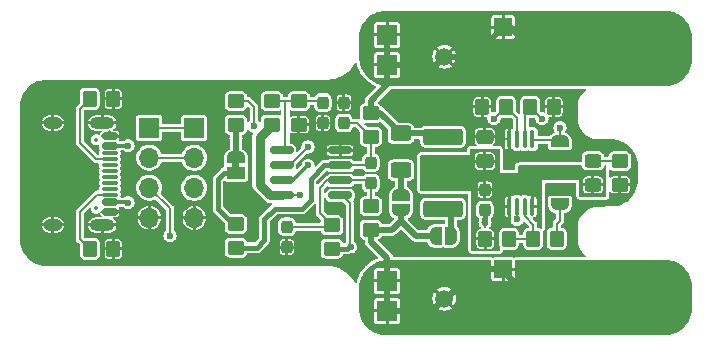
<source format=gtl>
%TF.GenerationSoftware,KiCad,Pcbnew,8.0.6*%
%TF.CreationDate,2025-01-03T23:58:44+00:00*%
%TF.ProjectId,Mini_Ammete,4d696e69-5f41-46d6-9d65-74652e6b6963,rev?*%
%TF.SameCoordinates,Original*%
%TF.FileFunction,Copper,L1,Top*%
%TF.FilePolarity,Positive*%
%FSLAX46Y46*%
G04 Gerber Fmt 4.6, Leading zero omitted, Abs format (unit mm)*
G04 Created by KiCad (PCBNEW 8.0.6) date 2025-01-03 23:58:44*
%MOMM*%
%LPD*%
G01*
G04 APERTURE LIST*
G04 Aperture macros list*
%AMRoundRect*
0 Rectangle with rounded corners*
0 $1 Rounding radius*
0 $2 $3 $4 $5 $6 $7 $8 $9 X,Y pos of 4 corners*
0 Add a 4 corners polygon primitive as box body*
4,1,4,$2,$3,$4,$5,$6,$7,$8,$9,$2,$3,0*
0 Add four circle primitives for the rounded corners*
1,1,$1+$1,$2,$3*
1,1,$1+$1,$4,$5*
1,1,$1+$1,$6,$7*
1,1,$1+$1,$8,$9*
0 Add four rect primitives between the rounded corners*
20,1,$1+$1,$2,$3,$4,$5,0*
20,1,$1+$1,$4,$5,$6,$7,0*
20,1,$1+$1,$6,$7,$8,$9,0*
20,1,$1+$1,$8,$9,$2,$3,0*%
%AMFreePoly0*
4,1,19,0.550000,-0.750000,0.000000,-0.750000,0.000000,-0.744911,-0.071157,-0.744911,-0.207708,-0.704816,-0.327430,-0.627875,-0.420627,-0.520320,-0.479746,-0.390866,-0.500000,-0.250000,-0.500000,0.250000,-0.479746,0.390866,-0.420627,0.520320,-0.327430,0.627875,-0.207708,0.704816,-0.071157,0.744911,0.000000,0.744911,0.000000,0.750000,0.550000,0.750000,0.550000,-0.750000,0.550000,-0.750000,
$1*%
%AMFreePoly1*
4,1,19,0.000000,0.744911,0.071157,0.744911,0.207708,0.704816,0.327430,0.627875,0.420627,0.520320,0.479746,0.390866,0.500000,0.250000,0.500000,-0.250000,0.479746,-0.390866,0.420627,-0.520320,0.327430,-0.627875,0.207708,-0.704816,0.071157,-0.744911,0.000000,-0.744911,0.000000,-0.750000,-0.550000,-0.750000,-0.550000,0.750000,0.000000,0.750000,0.000000,0.744911,0.000000,0.744911,
$1*%
%AMFreePoly2*
4,1,19,0.000000,0.744911,0.071157,0.744911,0.207708,0.704816,0.327430,0.627875,0.420627,0.520320,0.479746,0.390866,0.500000,0.250000,0.500000,-0.250000,0.479746,-0.390866,0.420627,-0.520320,0.327430,-0.627875,0.207708,-0.704816,0.071157,-0.744911,0.000000,-0.744911,0.000000,-0.750000,-0.500000,-0.750000,-0.500000,0.750000,0.000000,0.750000,0.000000,0.744911,0.000000,0.744911,
$1*%
%AMFreePoly3*
4,1,19,0.500000,-0.750000,0.000000,-0.750000,0.000000,-0.744911,-0.071157,-0.744911,-0.207708,-0.704816,-0.327430,-0.627875,-0.420627,-0.520320,-0.479746,-0.390866,-0.500000,-0.250000,-0.500000,0.250000,-0.479746,0.390866,-0.420627,0.520320,-0.327430,0.627875,-0.207708,0.704816,-0.071157,0.744911,0.000000,0.744911,0.000000,0.750000,0.500000,0.750000,0.500000,-0.750000,0.500000,-0.750000,
$1*%
G04 Aperture macros list end*
%TA.AperFunction,EtchedComponent*%
%ADD10C,0.000000*%
%TD*%
%TA.AperFunction,ComponentPad*%
%ADD11R,1.700000X1.700000*%
%TD*%
%TA.AperFunction,ComponentPad*%
%ADD12C,1.508000*%
%TD*%
%TA.AperFunction,ComponentPad*%
%ADD13R,1.508000X1.508000*%
%TD*%
%TA.AperFunction,SMDPad,CuDef*%
%ADD14RoundRect,0.250000X0.450000X-0.350000X0.450000X0.350000X-0.450000X0.350000X-0.450000X-0.350000X0*%
%TD*%
%TA.AperFunction,SMDPad,CuDef*%
%ADD15RoundRect,0.250000X-0.450000X0.350000X-0.450000X-0.350000X0.450000X-0.350000X0.450000X0.350000X0*%
%TD*%
%TA.AperFunction,SMDPad,CuDef*%
%ADD16FreePoly0,270.000000*%
%TD*%
%TA.AperFunction,SMDPad,CuDef*%
%ADD17R,1.500000X1.000000*%
%TD*%
%TA.AperFunction,SMDPad,CuDef*%
%ADD18FreePoly1,270.000000*%
%TD*%
%TA.AperFunction,SMDPad,CuDef*%
%ADD19RoundRect,0.237500X-0.237500X0.300000X-0.237500X-0.300000X0.237500X-0.300000X0.237500X0.300000X0*%
%TD*%
%TA.AperFunction,SMDPad,CuDef*%
%ADD20RoundRect,0.250000X0.350000X0.450000X-0.350000X0.450000X-0.350000X-0.450000X0.350000X-0.450000X0*%
%TD*%
%TA.AperFunction,SMDPad,CuDef*%
%ADD21FreePoly2,270.000000*%
%TD*%
%TA.AperFunction,SMDPad,CuDef*%
%ADD22FreePoly3,270.000000*%
%TD*%
%TA.AperFunction,SMDPad,CuDef*%
%ADD23RoundRect,0.150000X-0.500000X0.150000X-0.500000X-0.150000X0.500000X-0.150000X0.500000X0.150000X0*%
%TD*%
%TA.AperFunction,SMDPad,CuDef*%
%ADD24RoundRect,0.075000X-0.575000X0.075000X-0.575000X-0.075000X0.575000X-0.075000X0.575000X0.075000X0*%
%TD*%
%TA.AperFunction,ComponentPad*%
%ADD25O,2.100000X1.000000*%
%TD*%
%TA.AperFunction,ComponentPad*%
%ADD26O,1.600000X1.000000*%
%TD*%
%TA.AperFunction,SMDPad,CuDef*%
%ADD27RoundRect,0.237500X0.237500X-0.300000X0.237500X0.300000X-0.237500X0.300000X-0.237500X-0.300000X0*%
%TD*%
%TA.AperFunction,SMDPad,CuDef*%
%ADD28RoundRect,0.250000X-0.350000X-0.450000X0.350000X-0.450000X0.350000X0.450000X-0.350000X0.450000X0*%
%TD*%
%TA.AperFunction,SMDPad,CuDef*%
%ADD29FreePoly2,180.000000*%
%TD*%
%TA.AperFunction,SMDPad,CuDef*%
%ADD30FreePoly3,180.000000*%
%TD*%
%TA.AperFunction,ComponentPad*%
%ADD31O,1.700000X1.700000*%
%TD*%
%TA.AperFunction,SMDPad,CuDef*%
%ADD32RoundRect,0.250000X0.475000X-0.337500X0.475000X0.337500X-0.475000X0.337500X-0.475000X-0.337500X0*%
%TD*%
%TA.AperFunction,SMDPad,CuDef*%
%ADD33RoundRect,0.100000X-0.100000X0.637500X-0.100000X-0.637500X0.100000X-0.637500X0.100000X0.637500X0*%
%TD*%
%TA.AperFunction,SMDPad,CuDef*%
%ADD34RoundRect,0.249999X1.425001X-0.450001X1.425001X0.450001X-1.425001X0.450001X-1.425001X-0.450001X0*%
%TD*%
%TA.AperFunction,SMDPad,CuDef*%
%ADD35RoundRect,0.250000X-0.450000X0.325000X-0.450000X-0.325000X0.450000X-0.325000X0.450000X0.325000X0*%
%TD*%
%TA.AperFunction,SMDPad,CuDef*%
%ADD36RoundRect,0.250000X0.625000X-0.400000X0.625000X0.400000X-0.625000X0.400000X-0.625000X-0.400000X0*%
%TD*%
%TA.AperFunction,SMDPad,CuDef*%
%ADD37RoundRect,0.150000X0.825000X0.150000X-0.825000X0.150000X-0.825000X-0.150000X0.825000X-0.150000X0*%
%TD*%
%TA.AperFunction,SMDPad,CuDef*%
%ADD38FreePoly3,90.000000*%
%TD*%
%TA.AperFunction,SMDPad,CuDef*%
%ADD39FreePoly2,90.000000*%
%TD*%
%TA.AperFunction,ViaPad*%
%ADD40C,0.600000*%
%TD*%
%TA.AperFunction,Conductor*%
%ADD41C,0.400000*%
%TD*%
%TA.AperFunction,Conductor*%
%ADD42C,0.200000*%
%TD*%
%TA.AperFunction,Conductor*%
%ADD43C,0.500000*%
%TD*%
%TA.AperFunction,Conductor*%
%ADD44C,0.300000*%
%TD*%
%TA.AperFunction,Conductor*%
%ADD45C,0.800000*%
%TD*%
%ADD46C,0.300000*%
%ADD47C,0.350000*%
%ADD48O,1.700000X0.600000*%
%ADD49O,1.200000X0.600000*%
G04 APERTURE END LIST*
D10*
%TA.AperFunction,EtchedComponent*%
%TO.C,JP5*%
G36*
X117140000Y-75800000D02*
G01*
X116540000Y-75800000D01*
X116540000Y-75300000D01*
X117140000Y-75300000D01*
X117140000Y-75800000D01*
G37*
%TD.AperFunction*%
%TD*%
D11*
%TO.P,J9,1,Pin_1*%
%TO.N,/+I*%
X129650000Y-87884000D03*
%TD*%
%TO.P,J8,1,Pin_1*%
%TO.N,/COM*%
X129650000Y-64516000D03*
%TD*%
D12*
%TO.P,J7,2,2*%
%TO.N,/+I*%
X134476000Y-86868000D03*
D13*
%TO.P,J7,1,1*%
X139476000Y-84368000D03*
%TD*%
D14*
%TO.P,R16,2*%
%TO.N,Net-(U3B--)*%
X116840000Y-70120000D03*
%TO.P,R16,1*%
%TO.N,VREF*%
X116840000Y-72120000D03*
%TD*%
D15*
%TO.P,R13,2*%
%TO.N,VCC*%
X119888000Y-72120000D03*
%TO.P,R13,1*%
%TO.N,Net-(U3B-+)*%
X119888000Y-70120000D03*
%TD*%
D16*
%TO.P,JP5,1,A*%
%TO.N,VREF*%
X116840000Y-74900000D03*
D17*
%TO.P,JP5,2,C*%
%TO.N,Net-(JP5-C)*%
X116840000Y-76200000D03*
D18*
%TO.P,JP5,3,B*%
%TO.N,GND*%
X116840000Y-77500000D03*
%TD*%
D19*
%TO.P,C6,1*%
%TO.N,Net-(U3B-+)*%
X124206000Y-70257500D03*
%TO.P,C6,2*%
%TO.N,GND*%
X124206000Y-71982500D03*
%TD*%
D20*
%TO.P,R6,2*%
%TO.N,Net-(J1-CC2)*%
X104467000Y-82646000D03*
%TO.P,R6,1*%
%TO.N,GND*%
X106467000Y-82646000D03*
%TD*%
%TO.P,R14,1*%
%TO.N,Net-(JP4-B)*%
X144002000Y-81788000D03*
%TO.P,R14,2*%
%TO.N,/Gain_Flag*%
X142002000Y-81788000D03*
%TD*%
D21*
%TO.P,JP3,2,B*%
%TO.N,/+I*%
X130810000Y-79390000D03*
D22*
%TO.P,JP3,1,A*%
%TO.N,Net-(JP3-A)*%
X130810000Y-78090000D03*
%TD*%
D23*
%TO.P,J1,A1,GND*%
%TO.N,GND*%
X106166000Y-73096000D03*
%TO.P,J1,A4,VBUS*%
%TO.N,VCC*%
X106166000Y-73896000D03*
D24*
%TO.P,J1,A5,CC1*%
%TO.N,Net-(J1-CC1)*%
X106166000Y-75046000D03*
%TO.P,J1,A6*%
%TO.N,N/C*%
X106166000Y-76046000D03*
%TO.P,J1,A7*%
X106166000Y-76546000D03*
%TO.P,J1,A8*%
X106166000Y-77546000D03*
D23*
%TO.P,J1,A9,VBUS*%
%TO.N,VCC*%
X106166000Y-78696000D03*
%TO.P,J1,A12,GND*%
%TO.N,GND*%
X106166000Y-79496000D03*
%TO.P,J1,B1,GND*%
X106166000Y-79496000D03*
%TO.P,J1,B4,VBUS*%
%TO.N,VCC*%
X106166000Y-78696000D03*
D24*
%TO.P,J1,B5,CC2*%
%TO.N,Net-(J1-CC2)*%
X106166000Y-78046000D03*
%TO.P,J1,B6*%
%TO.N,N/C*%
X106166000Y-77046000D03*
%TO.P,J1,B7*%
X106166000Y-75546000D03*
%TO.P,J1,B8*%
X106166000Y-74546000D03*
D23*
%TO.P,J1,B9,VBUS*%
%TO.N,VCC*%
X106166000Y-73896000D03*
%TO.P,J1,B12,GND*%
%TO.N,GND*%
X106166000Y-73096000D03*
D25*
%TO.P,J1,S1,SHIELD*%
X105526000Y-71976000D03*
D26*
X101346000Y-71976000D03*
D25*
X105526000Y-80616000D03*
D26*
X101346000Y-80616000D03*
%TD*%
D20*
%TO.P,R11,1*%
%TO.N,/Gain_Flag*%
X139954000Y-81788000D03*
%TO.P,R11,2*%
%TO.N,VCC*%
X137954000Y-81788000D03*
%TD*%
D11*
%TO.P,J5,1,Pin_1*%
%TO.N,/COM*%
X129650000Y-67056000D03*
%TD*%
D27*
%TO.P,C4,2*%
%TO.N,Net-(U3A--)*%
X121158000Y-80772000D03*
%TO.P,C4,1*%
%TO.N,GND*%
X121158000Y-82497000D03*
%TD*%
D15*
%TO.P,R2,2*%
%TO.N,AIN*%
X124968000Y-82634500D03*
%TO.P,R2,1*%
%TO.N,Net-(U3A--)*%
X124968000Y-80634500D03*
%TD*%
D28*
%TO.P,R8,1*%
%TO.N,GND*%
X137700000Y-70612000D03*
%TO.P,R8,2*%
%TO.N,/SCK*%
X139700000Y-70612000D03*
%TD*%
D29*
%TO.P,JP2,2,B*%
%TO.N,/+I*%
X133739871Y-81534000D03*
D30*
%TO.P,JP2,1,A*%
%TO.N,Net-(JP2-A)*%
X135039871Y-81534000D03*
%TD*%
D14*
%TO.P,R3,1*%
%TO.N,/+I*%
X128270000Y-81010000D03*
%TO.P,R3,2*%
%TO.N,Net-(U3A--)*%
X128270000Y-79010000D03*
%TD*%
D11*
%TO.P,J2,1,Pin_1*%
%TO.N,/SDA*%
X113309000Y-72400000D03*
D31*
%TO.P,J2,2,Pin_2*%
%TO.N,/SCK*%
X113309000Y-74940000D03*
%TO.P,J2,3,Pin_3*%
%TO.N,VCC*%
X113309000Y-77480000D03*
%TO.P,J2,4,Pin_4*%
%TO.N,GND*%
X113309000Y-80020000D03*
%TD*%
D11*
%TO.P,J4,1,Pin_1*%
%TO.N,/+I*%
X129650000Y-85344000D03*
%TD*%
D27*
%TO.P,C5,1*%
%TO.N,Net-(U3A--)*%
X128270000Y-77062500D03*
%TO.P,C5,2*%
%TO.N,Net-(U3A-+)*%
X128270000Y-75337500D03*
%TD*%
D32*
%TO.P,C1,2*%
%TO.N,GND*%
X137922000Y-73130500D03*
%TO.P,C1,1*%
%TO.N,VCC*%
X137922000Y-75205500D03*
%TD*%
D20*
%TO.P,R7,2*%
%TO.N,Net-(J1-CC1)*%
X104467000Y-69946000D03*
%TO.P,R7,1*%
%TO.N,GND*%
X106467000Y-69946000D03*
%TD*%
D11*
%TO.P,J3,1,Pin_1*%
%TO.N,/SDA*%
X109499000Y-72380000D03*
D31*
%TO.P,J3,2,Pin_2*%
%TO.N,/SCK*%
X109499000Y-74920000D03*
%TO.P,J3,3,Pin_3*%
%TO.N,/RST*%
X109499000Y-77460000D03*
%TO.P,J3,4,Pin_4*%
%TO.N,GND*%
X109499000Y-80000000D03*
%TD*%
D21*
%TO.P,JP4,2,B*%
%TO.N,Net-(JP4-B)*%
X144272000Y-78882000D03*
D22*
%TO.P,JP4,1,A*%
%TO.N,GND*%
X144272000Y-77582000D03*
%TD*%
D33*
%TO.P,U1,8,VCC*%
%TO.N,VCC*%
X141945000Y-79062500D03*
%TO.P,U1,7,PB2*%
%TO.N,/Gain_Flag*%
X141295000Y-79062500D03*
%TO.P,U1,6,PB1*%
%TO.N,AIN*%
X140645000Y-79062500D03*
%TO.P,U1,5,AREF/PB0*%
%TO.N,VCC*%
X139995000Y-79062500D03*
%TO.P,U1,4,GND*%
%TO.N,GND*%
X139995000Y-73337500D03*
%TO.P,U1,3,XTAL2/PB4*%
%TO.N,/SCK*%
X140645000Y-73337500D03*
%TO.P,U1,2,XTAL1/PB3*%
%TO.N,/SDA*%
X141295000Y-73337500D03*
%TO.P,U1,1,~{RESET}/PB5*%
%TO.N,/RST*%
X141945000Y-73337500D03*
%TD*%
D15*
%TO.P,R4,1*%
%TO.N,/COM*%
X128270000Y-71136000D03*
%TO.P,R4,2*%
%TO.N,Net-(U3A-+)*%
X128270000Y-73136000D03*
%TD*%
D34*
%TO.P,R1,1*%
%TO.N,Net-(JP2-A)*%
X134366000Y-79250000D03*
%TO.P,R1,2*%
%TO.N,/COM*%
X134366000Y-73150000D03*
%TD*%
D27*
%TO.P,C3,2*%
%TO.N,GND*%
X125984000Y-70257500D03*
%TO.P,C3,1*%
%TO.N,Net-(U3A-+)*%
X125984000Y-71982500D03*
%TD*%
D35*
%TO.P,D1,2,A*%
%TO.N,VCC*%
X147066000Y-77225000D03*
%TO.P,D1,1,K*%
%TO.N,Net-(D1-K)*%
X147066000Y-75175000D03*
%TD*%
D14*
%TO.P,R12,2*%
%TO.N,Net-(D1-K)*%
X149352000Y-75200000D03*
%TO.P,R12,1*%
%TO.N,GND*%
X149352000Y-77200000D03*
%TD*%
D20*
%TO.P,R9,1*%
%TO.N,GND*%
X143748000Y-70612000D03*
%TO.P,R9,2*%
%TO.N,/SDA*%
X141748000Y-70612000D03*
%TD*%
D19*
%TO.P,C2,1*%
%TO.N,VCC*%
X137922000Y-77623500D03*
%TO.P,C2,2*%
%TO.N,GND*%
X137922000Y-79348500D03*
%TD*%
D15*
%TO.P,R5,1*%
%TO.N,Net-(JP5-C)*%
X116840000Y-80534000D03*
%TO.P,R5,2*%
%TO.N,Net-(U3A-+)*%
X116840000Y-82534000D03*
%TD*%
D14*
%TO.P,R15,1*%
%TO.N,GND*%
X122174000Y-72120000D03*
%TO.P,R15,2*%
%TO.N,Net-(U3B-+)*%
X122174000Y-70120000D03*
%TD*%
D36*
%TO.P,R10,2*%
%TO.N,/COM*%
X130810000Y-72872000D03*
%TO.P,R10,1*%
%TO.N,Net-(JP3-A)*%
X130810000Y-75972000D03*
%TD*%
D37*
%TO.P,U3,8,V+*%
%TO.N,VCC*%
X120715000Y-78105000D03*
%TO.P,U3,7*%
%TO.N,VREF*%
X120715000Y-76835000D03*
%TO.P,U3,6,-*%
%TO.N,Net-(U3B--)*%
X120715000Y-75565000D03*
%TO.P,U3,5,+*%
%TO.N,Net-(U3B-+)*%
X120715000Y-74295000D03*
%TO.P,U3,4,V-*%
%TO.N,GND*%
X125665000Y-74295000D03*
%TO.P,U3,3,+*%
%TO.N,Net-(U3A-+)*%
X125665000Y-75565000D03*
%TO.P,U3,2,-*%
%TO.N,Net-(U3A--)*%
X125665000Y-76835000D03*
%TO.P,U3,1*%
%TO.N,AIN*%
X125665000Y-78105000D03*
%TD*%
D38*
%TO.P,JP1,1,A*%
%TO.N,GND*%
X144272000Y-74818000D03*
D39*
%TO.P,JP1,2,B*%
%TO.N,/RST*%
X144272000Y-73518000D03*
%TD*%
D12*
%TO.P,J6,2,2*%
%TO.N,/COM*%
X134476000Y-66368000D03*
D13*
%TO.P,J6,1,1*%
X139476000Y-63868000D03*
%TD*%
D40*
%TO.N,GND*%
X137922000Y-80391000D03*
%TO.N,VCC*%
X134493000Y-76454000D03*
X133604000Y-75819000D03*
X133604000Y-77089000D03*
X135509000Y-77089000D03*
X136398000Y-76454000D03*
%TO.N,Net-(U3B--)*%
X118364002Y-72237600D03*
%TO.N,/+I*%
X153162000Y-87630000D03*
X153162000Y-86106000D03*
%TO.N,/COM*%
X153162000Y-66548000D03*
X153162000Y-65786000D03*
%TO.N,/+I*%
X153162002Y-86868000D03*
%TO.N,/COM*%
X153162000Y-65024000D03*
%TO.N,GND*%
X125704000Y-73294514D03*
%TO.N,VCC*%
X107696000Y-73914000D03*
X107696000Y-78740000D03*
X122300994Y-78105000D03*
X135509000Y-75819000D03*
%TO.N,Net-(U3B--)*%
X122936008Y-74017463D03*
%TO.N,AIN*%
X140645000Y-80137000D03*
X126542911Y-82473911D03*
%TO.N,VREF*%
X122936000Y-75564980D03*
X116840000Y-73279006D03*
%TO.N,/SCK*%
X138684000Y-71628000D03*
%TO.N,/SDA*%
X142748000Y-71628038D03*
%TO.N,/RST*%
X111252005Y-81534005D03*
X144272000Y-72389984D03*
%TD*%
D41*
%TO.N,GND*%
X137922000Y-79348500D02*
X137922000Y-80391000D01*
D42*
%TO.N,Net-(JP4-B)*%
X144272000Y-80264000D02*
X144272000Y-78882000D01*
X144002000Y-80534000D02*
X144272000Y-80264000D01*
X144002000Y-81788000D02*
X144002000Y-80534000D01*
%TO.N,AIN*%
X140645000Y-79062500D02*
X140645000Y-80137000D01*
D43*
%TO.N,/COM*%
X139476000Y-63868000D02*
X140068000Y-63868000D01*
X140068000Y-63868000D02*
X141986000Y-65786000D01*
%TO.N,/+I*%
X139476000Y-84485000D02*
X141859000Y-86868000D01*
X141859000Y-86868000D02*
X153162002Y-86868000D01*
X139476000Y-84368000D02*
X139476000Y-84485000D01*
X128270000Y-82042000D02*
X128270000Y-81010000D01*
X129650000Y-85344000D02*
X129650000Y-83422000D01*
X129650000Y-83422000D02*
X128270000Y-82042000D01*
D41*
%TO.N,Net-(JP5-C)*%
X115316000Y-76708000D02*
X115316000Y-79248000D01*
X115316000Y-79248000D02*
X116602000Y-80534000D01*
X115824000Y-76200000D02*
X115316000Y-76708000D01*
X116840000Y-76200000D02*
X115824000Y-76200000D01*
D42*
%TO.N,Net-(U3B-+)*%
X122190000Y-70104000D02*
X122174000Y-70120000D01*
X124206000Y-70257500D02*
X124052500Y-70104000D01*
X124052500Y-70104000D02*
X122190000Y-70104000D01*
X121031000Y-70120000D02*
X122174000Y-70120000D01*
X120715000Y-74295000D02*
X121031000Y-73979000D01*
X121031000Y-73979000D02*
X121031000Y-70120000D01*
D44*
%TO.N,VREF*%
X120715000Y-76771000D02*
X120715000Y-76835000D01*
X120715000Y-76835000D02*
X121665980Y-76835000D01*
X121665980Y-76835000D02*
X122936000Y-75564980D01*
D42*
%TO.N,VCC*%
X122300992Y-78105002D02*
X122300994Y-78105000D01*
X120714999Y-78105002D02*
X122300992Y-78105002D01*
X120611997Y-78002000D02*
X120714999Y-78105002D01*
X120372000Y-78002000D02*
X120611997Y-78002000D01*
D45*
X118872000Y-73136000D02*
X118872000Y-77216000D01*
X119888000Y-72120000D02*
X118872000Y-73136000D01*
X119761002Y-78105002D02*
X120714999Y-78105002D01*
X118872000Y-77216000D02*
X119761002Y-78105002D01*
D42*
%TO.N,Net-(U3A--)*%
X123952000Y-77470000D02*
X123952000Y-79618500D01*
X124587000Y-76835000D02*
X123952000Y-77470000D01*
X123952000Y-79618500D02*
X124968000Y-80634500D01*
X128042500Y-76835000D02*
X124587000Y-76835000D01*
X128270000Y-77062500D02*
X128042500Y-76835000D01*
D41*
%TO.N,Net-(U3A-+)*%
X124333000Y-75565000D02*
X125601000Y-75565000D01*
X122428000Y-79248000D02*
X123190000Y-78486000D01*
X119253000Y-80137000D02*
X120142000Y-79248000D01*
X119253000Y-81915000D02*
X119253000Y-80137000D01*
X123190000Y-76708000D02*
X124333000Y-75565000D01*
X118618000Y-82550000D02*
X119253000Y-81915000D01*
X120142000Y-79248000D02*
X122428000Y-79248000D01*
X117348000Y-82550000D02*
X118618000Y-82550000D01*
X123190000Y-78486000D02*
X123190000Y-76708000D01*
D42*
X128042500Y-75565000D02*
X128270000Y-75337500D01*
X125704000Y-75462000D02*
X125807000Y-75565000D01*
X125807000Y-75565000D02*
X128042500Y-75565000D01*
D41*
%TO.N,AIN*%
X126280500Y-82634500D02*
X126483598Y-82431402D01*
X125186418Y-82634500D02*
X126280500Y-82634500D01*
X124983320Y-82431402D02*
X125186418Y-82634500D01*
D42*
X126476680Y-78774680D02*
X126476680Y-82626098D01*
X125704000Y-78002000D02*
X126476680Y-78774680D01*
%TO.N,/Gain_Flag*%
X142002000Y-80584800D02*
X142002000Y-81788000D01*
X141295000Y-79877800D02*
X142002000Y-80584800D01*
X141295000Y-79062500D02*
X141295000Y-79877800D01*
%TO.N,Net-(U3B--)*%
X118364002Y-70612002D02*
X118364002Y-72237600D01*
X116840000Y-70120000D02*
X117872000Y-70120000D01*
X118363998Y-72237596D02*
X118364002Y-72237600D01*
D43*
%TO.N,VREF*%
X116840000Y-73279006D02*
X116840000Y-72120000D01*
X116840000Y-74900000D02*
X116840000Y-73279006D01*
D42*
%TO.N,Net-(U3B--)*%
X121491471Y-75462000D02*
X122936008Y-74017463D01*
X120754000Y-75462000D02*
X121491471Y-75462000D01*
%TO.N,GND*%
X125704000Y-74192000D02*
X125704000Y-73294514D01*
%TO.N,Net-(U3A--)*%
X121158000Y-80772000D02*
X124830500Y-80772000D01*
%TO.N,Net-(J1-CC1)*%
X105018000Y-75046000D02*
X106166000Y-75046000D01*
X103632000Y-73660000D02*
X105018000Y-75046000D01*
X103632000Y-70781000D02*
X103632000Y-73660000D01*
X104467000Y-69946000D02*
X103632000Y-70781000D01*
%TO.N,Net-(J1-CC2)*%
X105088000Y-78046000D02*
X106166000Y-78046000D01*
X103632000Y-79502000D02*
X105088000Y-78046000D01*
X103632000Y-81811000D02*
X103632000Y-79502000D01*
X104467000Y-82646000D02*
X103632000Y-81811000D01*
%TO.N,VCC*%
X107678000Y-73896000D02*
X107696000Y-73914000D01*
D44*
X106166000Y-73896000D02*
X107678000Y-73896000D01*
D42*
%TO.N,/RST*%
X109499000Y-77460000D02*
X111252005Y-79213005D01*
X111252005Y-79213005D02*
X111252005Y-81534005D01*
D44*
%TO.N,VCC*%
X106166000Y-78696000D02*
X107652000Y-78696000D01*
D42*
X107652000Y-78696000D02*
X107696000Y-78740000D01*
D43*
%TO.N,/COM*%
X128270000Y-70104000D02*
X128270000Y-71136000D01*
X129650000Y-68724000D02*
X128270000Y-70104000D01*
X130810000Y-72872000D02*
X129074000Y-71136000D01*
%TO.N,/+I*%
X130810000Y-80264000D02*
X132080000Y-81534000D01*
X132080000Y-81534000D02*
X133739871Y-81534000D01*
X130810000Y-80264000D02*
X130810000Y-79390000D01*
X130064000Y-81010000D02*
X130810000Y-80264000D01*
X128270000Y-81010000D02*
X130064000Y-81010000D01*
D42*
%TO.N,Net-(U3B-+)*%
X122174000Y-70120000D02*
X120288000Y-70120000D01*
%TO.N,/RST*%
X142013500Y-73406000D02*
X141945000Y-73337500D01*
X144160000Y-73406000D02*
X142013500Y-73406000D01*
%TO.N,VCC*%
X147066000Y-77225000D02*
X146821000Y-77225000D01*
%TO.N,Net-(D1-K)*%
X149327000Y-75175000D02*
X149352000Y-75200000D01*
X147066000Y-75175000D02*
X149327000Y-75175000D01*
%TO.N,VCC*%
X113309000Y-77480000D02*
X113309000Y-77571744D01*
%TO.N,/SDA*%
X142748000Y-71612000D02*
X141748000Y-70612000D01*
X142748000Y-71628038D02*
X142748000Y-71612000D01*
%TO.N,VCC*%
X106166000Y-73896000D02*
X106698410Y-73896000D01*
%TO.N,GND*%
X122311500Y-71982500D02*
X122174000Y-72120000D01*
%TO.N,Net-(U3A-+)*%
X128270000Y-73136000D02*
X128270000Y-75337500D01*
X127116500Y-71982500D02*
X128270000Y-73136000D01*
X125984000Y-71982500D02*
X127116500Y-71982500D01*
%TO.N,Net-(U3A--)*%
X128270000Y-79010000D02*
X128270000Y-77062500D01*
D43*
%TO.N,Net-(JP3-A)*%
X130810000Y-78090000D02*
X130810000Y-75972000D01*
D42*
%TO.N,Net-(JP2-A)*%
X135039871Y-79923871D02*
X134366000Y-79250000D01*
D43*
X135039871Y-81534000D02*
X135039871Y-79923871D01*
%TO.N,/+I*%
X134620000Y-86868000D02*
X137120000Y-84368000D01*
X137120000Y-84368000D02*
X139476000Y-84368000D01*
X133460000Y-87884000D02*
X134476000Y-86868000D01*
X129650000Y-87884000D02*
X133460000Y-87884000D01*
X129650000Y-85344000D02*
X129650000Y-87884000D01*
%TO.N,/COM*%
X136976000Y-66368000D02*
X139476000Y-63868000D01*
X134476000Y-66368000D02*
X136976000Y-66368000D01*
X129650000Y-67056000D02*
X133788000Y-67056000D01*
X129650000Y-64516000D02*
X129650000Y-67056000D01*
X134088000Y-72872000D02*
X134366000Y-73150000D01*
X130810000Y-72872000D02*
X134088000Y-72872000D01*
D42*
%TO.N,/SCK*%
X140645000Y-71557000D02*
X140645000Y-73337500D01*
%TO.N,/SDA*%
X141295000Y-71065000D02*
X141295000Y-73337500D01*
%TO.N,Net-(D1-K)*%
X147091000Y-75175000D02*
X147066000Y-75200000D01*
%TO.N,/Gain_Flag*%
X139954000Y-81788000D02*
X142002000Y-81788000D01*
%TO.N,/COM*%
X131572000Y-73152000D02*
X131574000Y-73150000D01*
D43*
%TO.N,/+I*%
X128270000Y-81026000D02*
X128524000Y-81280000D01*
D42*
%TO.N,/SCK*%
X109304000Y-74940000D02*
X113309000Y-74940000D01*
X108784000Y-74920000D02*
X109284000Y-74920000D01*
%TO.N,/SDA*%
X113289000Y-72380000D02*
X113309000Y-72400000D01*
X108784000Y-72380000D02*
X113289000Y-72380000D01*
%TO.N,/RST*%
X144272000Y-73518000D02*
X144272000Y-72389984D01*
%TO.N,/SCK*%
X138684000Y-71628000D02*
X139700000Y-70612000D01*
X109284000Y-74920000D02*
X109304000Y-74940000D01*
D43*
%TO.N,/+I*%
X128270000Y-81010000D02*
X128270000Y-81026000D01*
D42*
%TO.N,/SDA*%
X141748000Y-70612000D02*
X141295000Y-71065000D01*
%TO.N,/SCK*%
X139700000Y-70612000D02*
X140645000Y-71557000D01*
D43*
%TO.N,/COM*%
X133788000Y-67056000D02*
X134476000Y-66368000D01*
%TO.N,/+I*%
X134476000Y-86868000D02*
X134620000Y-86868000D01*
D42*
%TO.N,/RST*%
X144272000Y-73518000D02*
X144160000Y-73406000D01*
%TO.N,VCC*%
X137922000Y-77623500D02*
X137921992Y-77623508D01*
D43*
%TO.N,/COM*%
X129074000Y-71136000D02*
X128270000Y-71136000D01*
X129650000Y-67056000D02*
X129650000Y-68724000D01*
D42*
%TO.N,Net-(U3A--)*%
X124830500Y-80772000D02*
X124968000Y-80634500D01*
%TO.N,Net-(U3B--)*%
X117872000Y-70120000D02*
X118364002Y-70612002D01*
D43*
%TO.N,/COM*%
X141986000Y-65786000D02*
X153162000Y-65786000D01*
%TD*%
%TA.AperFunction,Conductor*%
%TO.N,GND*%
G36*
X138025326Y-79245174D02*
G01*
X138047000Y-79297500D01*
X138047000Y-80036000D01*
X138083513Y-80036000D01*
X138135839Y-80057674D01*
X138157513Y-80110000D01*
X138157513Y-80137884D01*
X138163847Y-80169726D01*
X138176960Y-80235655D01*
X138176962Y-80235663D01*
X138205677Y-80304988D01*
X138210677Y-80323646D01*
X138218273Y-80381339D01*
X138218273Y-80400659D01*
X138210677Y-80458352D01*
X138205678Y-80477009D01*
X138183411Y-80530769D01*
X138173750Y-80547501D01*
X138137748Y-80594418D01*
X138125993Y-80606566D01*
X138117886Y-80613220D01*
X138110621Y-80619592D01*
X138098436Y-80631007D01*
X138043049Y-80713899D01*
X138021376Y-80766222D01*
X138021374Y-80766229D01*
X138019046Y-80777937D01*
X137987580Y-80825029D01*
X137946468Y-80837500D01*
X137904734Y-80837500D01*
X137852408Y-80815826D01*
X137834662Y-80787287D01*
X137816472Y-80733703D01*
X137816468Y-80733695D01*
X137816468Y-80733694D01*
X137788149Y-80684645D01*
X137722419Y-80609694D01*
X137719328Y-80607322D01*
X137705671Y-80593665D01*
X137670245Y-80547497D01*
X137660586Y-80530767D01*
X137656126Y-80520000D01*
X137638319Y-80477009D01*
X137633320Y-80458354D01*
X137625725Y-80400653D01*
X137625725Y-80381344D01*
X137633321Y-80323645D01*
X137638318Y-80304994D01*
X137667038Y-80235660D01*
X137684494Y-80169729D01*
X137689374Y-80130880D01*
X137689193Y-80110660D01*
X137710398Y-80058144D01*
X137762528Y-80036003D01*
X137763190Y-80036000D01*
X137797000Y-80036000D01*
X137797000Y-79297500D01*
X137818674Y-79245174D01*
X137871000Y-79223500D01*
X137973000Y-79223500D01*
X138025326Y-79245174D01*
G37*
%TD.AperFunction*%
%TA.AperFunction,Conductor*%
G36*
X127021644Y-66845552D02*
G01*
X127059386Y-66887782D01*
X127062114Y-66897772D01*
X127062627Y-66900349D01*
X127062627Y-66900350D01*
X127064777Y-66911158D01*
X127087005Y-67022906D01*
X127090806Y-67039210D01*
X127095000Y-67054861D01*
X127099859Y-67070879D01*
X127199745Y-67365134D01*
X127205632Y-67380776D01*
X127211846Y-67395780D01*
X127218732Y-67410977D01*
X127345739Y-67668523D01*
X127345742Y-67668528D01*
X127356195Y-67689726D01*
X127364063Y-67704447D01*
X127364071Y-67704460D01*
X127372181Y-67718507D01*
X127381010Y-67732705D01*
X127509385Y-67924832D01*
X127544495Y-67977378D01*
X127544501Y-67977386D01*
X127553653Y-67991083D01*
X127553662Y-67991096D01*
X127553663Y-67991097D01*
X127563399Y-68004685D01*
X127573273Y-68017553D01*
X127573283Y-68017565D01*
X127583876Y-68030473D01*
X127788778Y-68264118D01*
X127800209Y-68276323D01*
X127811675Y-68287789D01*
X127823880Y-68299220D01*
X128057525Y-68504122D01*
X128063984Y-68509422D01*
X128070446Y-68514726D01*
X128083314Y-68524600D01*
X128096905Y-68534338D01*
X128355294Y-68706988D01*
X128369492Y-68715818D01*
X128369494Y-68715819D01*
X128383535Y-68723926D01*
X128383539Y-68723928D01*
X128398284Y-68731809D01*
X128664702Y-68863192D01*
X128702045Y-68905774D01*
X128698341Y-68962289D01*
X128684298Y-68981886D01*
X127962686Y-69703500D01*
X127869500Y-69796685D01*
X127803610Y-69910809D01*
X127803606Y-69910818D01*
X127769500Y-70038105D01*
X127769500Y-70219892D01*
X127747826Y-70272218D01*
X127716607Y-70289629D01*
X127716854Y-70290291D01*
X127712525Y-70291905D01*
X127712521Y-70291908D01*
X127712514Y-70291909D01*
X127577670Y-70342202D01*
X127577669Y-70342203D01*
X127462454Y-70428454D01*
X127376203Y-70543669D01*
X127376202Y-70543670D01*
X127325910Y-70678512D01*
X127325909Y-70678517D01*
X127319500Y-70738126D01*
X127319500Y-71533873D01*
X127319501Y-71533874D01*
X127323477Y-71570860D01*
X127307520Y-71625202D01*
X127257810Y-71652345D01*
X127230749Y-71650248D01*
X127162644Y-71632000D01*
X126774634Y-71632000D01*
X126722308Y-71610326D01*
X126706241Y-71581525D01*
X126704869Y-71582038D01*
X126654213Y-71446223D01*
X126654212Y-71446222D01*
X126620501Y-71401190D01*
X126570116Y-71333884D01*
X126457778Y-71249788D01*
X126457777Y-71249787D01*
X126457776Y-71249786D01*
X126326303Y-71200750D01*
X126326300Y-71200749D01*
X126326299Y-71200749D01*
X126276127Y-71195355D01*
X126268175Y-71194500D01*
X126268174Y-71194500D01*
X125699826Y-71194500D01*
X125699825Y-71194500D01*
X125641701Y-71200749D01*
X125641696Y-71200750D01*
X125510223Y-71249786D01*
X125510222Y-71249787D01*
X125397884Y-71333884D01*
X125313787Y-71446222D01*
X125313786Y-71446223D01*
X125264750Y-71577696D01*
X125264749Y-71577701D01*
X125258500Y-71635826D01*
X125258500Y-72329174D01*
X125263050Y-72371500D01*
X125264749Y-72387298D01*
X125264750Y-72387303D01*
X125313786Y-72518776D01*
X125313787Y-72518777D01*
X125324953Y-72533693D01*
X125397884Y-72631116D01*
X125508603Y-72714000D01*
X125510222Y-72715212D01*
X125510223Y-72715213D01*
X125609321Y-72752174D01*
X125641701Y-72764251D01*
X125694182Y-72769893D01*
X125699825Y-72770500D01*
X125699826Y-72770500D01*
X126268175Y-72770500D01*
X126273317Y-72769946D01*
X126326299Y-72764251D01*
X126439823Y-72721909D01*
X126457776Y-72715213D01*
X126457776Y-72715212D01*
X126457778Y-72715212D01*
X126570116Y-72631116D01*
X126654212Y-72518778D01*
X126656892Y-72511592D01*
X126704869Y-72382962D01*
X126707078Y-72383786D01*
X126735759Y-72344034D01*
X126774634Y-72333000D01*
X126940666Y-72333000D01*
X126992992Y-72354674D01*
X127299993Y-72661674D01*
X127321667Y-72714000D01*
X127321243Y-72721909D01*
X127319500Y-72738123D01*
X127319500Y-73533873D01*
X127325909Y-73593485D01*
X127376202Y-73728329D01*
X127376203Y-73728330D01*
X127387321Y-73743182D01*
X127462454Y-73843546D01*
X127577669Y-73929796D01*
X127577670Y-73929797D01*
X127688605Y-73971172D01*
X127712517Y-73980091D01*
X127772127Y-73986500D01*
X127845500Y-73986499D01*
X127897825Y-74008172D01*
X127919500Y-74060498D01*
X127919500Y-74507427D01*
X127897826Y-74559753D01*
X127871361Y-74576761D01*
X127796223Y-74604786D01*
X127683884Y-74688884D01*
X127599787Y-74801222D01*
X127599786Y-74801223D01*
X127550750Y-74932696D01*
X127550749Y-74932701D01*
X127544500Y-74990825D01*
X127544500Y-75140500D01*
X127522826Y-75192826D01*
X127470500Y-75214500D01*
X126882679Y-75214500D01*
X126830353Y-75192826D01*
X126821835Y-75181104D01*
X126821472Y-75181368D01*
X126818050Y-75176658D01*
X126728343Y-75086951D01*
X126728342Y-75086950D01*
X126615304Y-75029354D01*
X126615302Y-75029353D01*
X126615301Y-75029353D01*
X126521519Y-75014500D01*
X124808480Y-75014500D01*
X124714695Y-75029353D01*
X124714693Y-75029354D01*
X124601657Y-75086950D01*
X124595782Y-75092826D01*
X124543456Y-75114500D01*
X124273689Y-75114500D01*
X124195745Y-75135385D01*
X124159117Y-75145199D01*
X124159108Y-75145203D01*
X124056389Y-75204508D01*
X123614367Y-75646529D01*
X123562041Y-75668203D01*
X123509715Y-75646529D01*
X123488041Y-75594203D01*
X123488674Y-75584543D01*
X123491250Y-75564980D01*
X123472330Y-75421271D01*
X123416861Y-75287355D01*
X123328621Y-75172359D01*
X123213625Y-75084119D01*
X123198633Y-75077909D01*
X123079708Y-75028649D01*
X122936000Y-75009730D01*
X122792291Y-75028649D01*
X122658376Y-75084118D01*
X122543379Y-75172359D01*
X122455138Y-75287356D01*
X122399669Y-75421271D01*
X122385717Y-75527244D01*
X122364676Y-75569910D01*
X122054952Y-75879633D01*
X122002626Y-75901307D01*
X121950300Y-75879633D01*
X121928626Y-75827307D01*
X121929535Y-75815744D01*
X121940500Y-75746519D01*
X121940499Y-75539303D01*
X121962172Y-75486979D01*
X122857566Y-74591585D01*
X122909891Y-74569912D01*
X122919547Y-74570545D01*
X122929962Y-74571916D01*
X122936006Y-74572713D01*
X122936007Y-74572713D01*
X122936007Y-74572712D01*
X122936008Y-74572713D01*
X123079717Y-74553793D01*
X123213633Y-74498324D01*
X123224752Y-74489792D01*
X124540001Y-74489792D01*
X124542908Y-74514868D01*
X124542910Y-74514874D01*
X124588213Y-74617478D01*
X124667521Y-74696786D01*
X124770124Y-74742089D01*
X124770123Y-74742089D01*
X124795210Y-74744999D01*
X125540000Y-74744999D01*
X125790000Y-74744999D01*
X126534792Y-74744999D01*
X126559868Y-74742091D01*
X126559874Y-74742089D01*
X126662478Y-74696786D01*
X126741786Y-74617478D01*
X126787089Y-74514875D01*
X126790000Y-74489789D01*
X126790000Y-74420000D01*
X125790000Y-74420000D01*
X125790000Y-74744999D01*
X125540000Y-74744999D01*
X125540000Y-74420000D01*
X124540001Y-74420000D01*
X124540001Y-74489792D01*
X123224752Y-74489792D01*
X123328629Y-74410084D01*
X123416869Y-74295088D01*
X123472338Y-74161172D01*
X123480364Y-74100210D01*
X124540000Y-74100210D01*
X124540000Y-74170000D01*
X125540000Y-74170000D01*
X125790000Y-74170000D01*
X126789999Y-74170000D01*
X126789999Y-74100207D01*
X126787091Y-74075131D01*
X126787089Y-74075125D01*
X126741786Y-73972521D01*
X126662478Y-73893213D01*
X126559875Y-73847910D01*
X126559876Y-73847910D01*
X126534789Y-73845000D01*
X125790000Y-73845000D01*
X125790000Y-74170000D01*
X125540000Y-74170000D01*
X125540000Y-73845000D01*
X124795207Y-73845000D01*
X124770131Y-73847908D01*
X124770125Y-73847910D01*
X124667521Y-73893213D01*
X124588213Y-73972521D01*
X124542910Y-74075124D01*
X124540000Y-74100210D01*
X123480364Y-74100210D01*
X123491258Y-74017463D01*
X123472338Y-73873754D01*
X123416869Y-73739838D01*
X123328629Y-73624842D01*
X123213633Y-73536602D01*
X123213631Y-73536601D01*
X123079716Y-73481132D01*
X122936008Y-73462213D01*
X122792299Y-73481132D01*
X122658384Y-73536601D01*
X122543387Y-73624842D01*
X122455146Y-73739839D01*
X122399677Y-73873754D01*
X122380758Y-74017463D01*
X122380758Y-74017465D01*
X122382924Y-74033921D01*
X122368264Y-74088628D01*
X122361883Y-74095904D01*
X122066825Y-74390962D01*
X122014499Y-74412636D01*
X121962173Y-74390962D01*
X121940499Y-74338637D01*
X121940499Y-74113482D01*
X121938386Y-74100143D01*
X121925646Y-74019695D01*
X121925645Y-74019693D01*
X121880277Y-73930655D01*
X121868050Y-73906658D01*
X121778342Y-73816950D01*
X121665304Y-73759354D01*
X121665302Y-73759353D01*
X121665301Y-73759353D01*
X121571520Y-73744500D01*
X121571519Y-73744500D01*
X121455500Y-73744500D01*
X121403174Y-73722826D01*
X121381500Y-73670500D01*
X121381500Y-72865174D01*
X121403174Y-72812848D01*
X121455500Y-72791174D01*
X121489096Y-72799240D01*
X121598850Y-72855164D01*
X121692518Y-72869999D01*
X122049000Y-72869999D01*
X122299000Y-72869999D01*
X122655481Y-72869999D01*
X122749148Y-72855165D01*
X122749149Y-72855164D01*
X122862046Y-72797639D01*
X122951639Y-72708046D01*
X123009164Y-72595149D01*
X123009164Y-72595148D01*
X123024000Y-72501481D01*
X123024000Y-72312997D01*
X123581000Y-72312997D01*
X123595371Y-72403737D01*
X123651098Y-72513106D01*
X123737893Y-72599901D01*
X123847262Y-72655628D01*
X123938002Y-72670000D01*
X124081000Y-72670000D01*
X124331000Y-72670000D01*
X124473998Y-72670000D01*
X124564737Y-72655628D01*
X124674106Y-72599901D01*
X124760901Y-72513106D01*
X124816628Y-72403737D01*
X124831000Y-72312997D01*
X124831000Y-72107500D01*
X124331000Y-72107500D01*
X124331000Y-72670000D01*
X124081000Y-72670000D01*
X124081000Y-72107500D01*
X123581000Y-72107500D01*
X123581000Y-72312997D01*
X123024000Y-72312997D01*
X123024000Y-72245000D01*
X122299000Y-72245000D01*
X122299000Y-72869999D01*
X122049000Y-72869999D01*
X122049000Y-71995000D01*
X122299000Y-71995000D01*
X123023999Y-71995000D01*
X123023999Y-71738517D01*
X123010298Y-71652002D01*
X123581000Y-71652002D01*
X123581000Y-71857500D01*
X124081000Y-71857500D01*
X124331000Y-71857500D01*
X124831000Y-71857500D01*
X124831000Y-71652002D01*
X124816628Y-71561262D01*
X124760901Y-71451893D01*
X124674106Y-71365098D01*
X124564737Y-71309371D01*
X124473998Y-71295000D01*
X124331000Y-71295000D01*
X124331000Y-71857500D01*
X124081000Y-71857500D01*
X124081000Y-71295000D01*
X123938002Y-71295000D01*
X123847262Y-71309371D01*
X123737893Y-71365098D01*
X123651098Y-71451893D01*
X123595371Y-71561262D01*
X123581000Y-71652002D01*
X123010298Y-71652002D01*
X123009165Y-71644851D01*
X123009164Y-71644850D01*
X122951639Y-71531953D01*
X122862046Y-71442360D01*
X122749149Y-71384835D01*
X122655482Y-71370000D01*
X122299000Y-71370000D01*
X122299000Y-71995000D01*
X122049000Y-71995000D01*
X122049000Y-71370000D01*
X121692518Y-71370000D01*
X121598851Y-71384834D01*
X121598850Y-71384835D01*
X121489096Y-71440759D01*
X121432633Y-71445203D01*
X121389566Y-71408421D01*
X121381500Y-71374825D01*
X121381500Y-70983015D01*
X121403174Y-70930689D01*
X121455500Y-70909015D01*
X121481360Y-70913681D01*
X121541643Y-70936165D01*
X121616517Y-70964091D01*
X121676127Y-70970500D01*
X122671872Y-70970499D01*
X122731483Y-70964091D01*
X122806357Y-70936165D01*
X122866329Y-70913797D01*
X122866329Y-70913796D01*
X122866331Y-70913796D01*
X122981546Y-70827546D01*
X123067796Y-70712331D01*
X123118091Y-70577483D01*
X123124208Y-70520589D01*
X123151352Y-70470880D01*
X123197784Y-70454500D01*
X123406500Y-70454500D01*
X123458826Y-70476174D01*
X123480500Y-70528500D01*
X123480500Y-70604174D01*
X123486749Y-70662298D01*
X123486750Y-70662303D01*
X123535786Y-70793776D01*
X123535787Y-70793777D01*
X123556929Y-70822019D01*
X123619884Y-70906116D01*
X123705889Y-70970499D01*
X123732222Y-70990212D01*
X123732223Y-70990213D01*
X123840389Y-71030556D01*
X123863701Y-71039251D01*
X123916182Y-71044893D01*
X123921825Y-71045500D01*
X123921826Y-71045500D01*
X124490175Y-71045500D01*
X124495317Y-71044946D01*
X124548299Y-71039251D01*
X124635951Y-71006558D01*
X124679776Y-70990213D01*
X124679776Y-70990212D01*
X124679778Y-70990212D01*
X124792116Y-70906116D01*
X124876212Y-70793778D01*
X124880917Y-70781165D01*
X124897945Y-70735510D01*
X124925251Y-70662299D01*
X124931500Y-70604174D01*
X124931500Y-70587997D01*
X125359000Y-70587997D01*
X125373371Y-70678737D01*
X125429098Y-70788106D01*
X125515893Y-70874901D01*
X125625262Y-70930628D01*
X125716002Y-70945000D01*
X125859000Y-70945000D01*
X126109000Y-70945000D01*
X126251998Y-70945000D01*
X126342737Y-70930628D01*
X126452106Y-70874901D01*
X126538901Y-70788106D01*
X126594628Y-70678737D01*
X126609000Y-70587997D01*
X126609000Y-70382500D01*
X126109000Y-70382500D01*
X126109000Y-70945000D01*
X125859000Y-70945000D01*
X125859000Y-70382500D01*
X125359000Y-70382500D01*
X125359000Y-70587997D01*
X124931500Y-70587997D01*
X124931500Y-69927002D01*
X125359000Y-69927002D01*
X125359000Y-70132500D01*
X125859000Y-70132500D01*
X126109000Y-70132500D01*
X126609000Y-70132500D01*
X126609000Y-69927002D01*
X126594628Y-69836262D01*
X126538901Y-69726893D01*
X126452106Y-69640098D01*
X126342737Y-69584371D01*
X126251998Y-69570000D01*
X126109000Y-69570000D01*
X126109000Y-70132500D01*
X125859000Y-70132500D01*
X125859000Y-69570000D01*
X125716002Y-69570000D01*
X125625262Y-69584371D01*
X125515893Y-69640098D01*
X125429098Y-69726893D01*
X125373371Y-69836262D01*
X125359000Y-69927002D01*
X124931500Y-69927002D01*
X124931500Y-69910826D01*
X124925251Y-69852701D01*
X124893072Y-69766425D01*
X124876213Y-69721223D01*
X124876212Y-69721222D01*
X124850900Y-69687410D01*
X124792116Y-69608884D01*
X124683627Y-69527669D01*
X124679777Y-69524787D01*
X124679776Y-69524786D01*
X124548303Y-69475750D01*
X124548300Y-69475749D01*
X124548299Y-69475749D01*
X124519236Y-69472624D01*
X124490175Y-69469500D01*
X124490174Y-69469500D01*
X123921826Y-69469500D01*
X123921825Y-69469500D01*
X123863701Y-69475749D01*
X123863696Y-69475750D01*
X123732223Y-69524786D01*
X123732222Y-69524787D01*
X123619884Y-69608884D01*
X123533823Y-69723847D01*
X123485114Y-69752747D01*
X123474583Y-69753500D01*
X123194343Y-69753500D01*
X123142017Y-69731826D01*
X123120767Y-69687410D01*
X123120488Y-69684818D01*
X123118091Y-69662517D01*
X123109729Y-69640098D01*
X123067797Y-69527670D01*
X123067796Y-69527669D01*
X123060386Y-69517771D01*
X122981546Y-69412454D01*
X122866331Y-69326204D01*
X122866330Y-69326203D01*
X122866329Y-69326202D01*
X122731487Y-69275910D01*
X122731484Y-69275909D01*
X122731483Y-69275909D01*
X122671873Y-69269500D01*
X121676126Y-69269500D01*
X121616514Y-69275909D01*
X121481670Y-69326202D01*
X121481669Y-69326203D01*
X121366454Y-69412454D01*
X121280203Y-69527669D01*
X121280202Y-69527670D01*
X121229910Y-69662512D01*
X121229909Y-69662517D01*
X121225512Y-69703411D01*
X121198368Y-69753120D01*
X121151936Y-69769500D01*
X120910063Y-69769500D01*
X120857737Y-69747826D01*
X120836487Y-69703410D01*
X120834767Y-69687410D01*
X120832091Y-69662517D01*
X120823729Y-69640098D01*
X120781797Y-69527670D01*
X120781796Y-69527669D01*
X120774386Y-69517771D01*
X120695546Y-69412454D01*
X120580331Y-69326204D01*
X120580330Y-69326203D01*
X120580329Y-69326202D01*
X120445487Y-69275910D01*
X120445484Y-69275909D01*
X120445483Y-69275909D01*
X120385873Y-69269500D01*
X119390126Y-69269500D01*
X119330514Y-69275909D01*
X119195670Y-69326202D01*
X119195669Y-69326203D01*
X119080454Y-69412454D01*
X118994203Y-69527669D01*
X118994202Y-69527670D01*
X118943910Y-69662512D01*
X118943909Y-69662517D01*
X118937500Y-69722126D01*
X118937500Y-70517873D01*
X118943909Y-70577485D01*
X118994202Y-70712329D01*
X118994203Y-70712330D01*
X119002669Y-70723639D01*
X119080454Y-70827546D01*
X119172563Y-70896499D01*
X119195669Y-70913796D01*
X119195670Y-70913797D01*
X119255643Y-70936165D01*
X119330517Y-70964091D01*
X119390127Y-70970500D01*
X120385872Y-70970499D01*
X120445483Y-70964091D01*
X120520357Y-70936165D01*
X120580640Y-70913681D01*
X120637241Y-70915702D01*
X120675834Y-70957155D01*
X120680500Y-70983015D01*
X120680500Y-71256984D01*
X120658826Y-71309310D01*
X120606500Y-71330984D01*
X120580640Y-71326319D01*
X120535036Y-71309310D01*
X120445483Y-71275909D01*
X120385873Y-71269500D01*
X119390126Y-71269500D01*
X119330514Y-71275909D01*
X119195670Y-71326202D01*
X119195669Y-71326203D01*
X119080454Y-71412454D01*
X118994203Y-71527669D01*
X118994202Y-71527670D01*
X118943910Y-71662512D01*
X118943909Y-71662517D01*
X118937500Y-71722126D01*
X118937500Y-71862705D01*
X118915826Y-71915031D01*
X118863500Y-71936705D01*
X118811174Y-71915031D01*
X118804792Y-71907754D01*
X118756623Y-71844979D01*
X118756621Y-71844977D01*
X118756620Y-71844976D01*
X118743452Y-71834872D01*
X118715135Y-71785822D01*
X118714502Y-71776165D01*
X118714502Y-70565856D01*
X118714501Y-70565855D01*
X118712308Y-70557672D01*
X118690616Y-70476714D01*
X118677791Y-70454500D01*
X118677725Y-70454385D01*
X118677725Y-70454386D01*
X118644472Y-70396790D01*
X118087212Y-69839530D01*
X118034963Y-69809364D01*
X118007289Y-69793386D01*
X118007284Y-69793384D01*
X117918146Y-69769500D01*
X117918144Y-69769500D01*
X117862063Y-69769500D01*
X117809737Y-69747826D01*
X117788487Y-69703410D01*
X117786767Y-69687410D01*
X117784091Y-69662517D01*
X117775729Y-69640098D01*
X117733797Y-69527670D01*
X117733796Y-69527669D01*
X117726386Y-69517771D01*
X117647546Y-69412454D01*
X117532331Y-69326204D01*
X117532330Y-69326203D01*
X117532329Y-69326202D01*
X117397487Y-69275910D01*
X117397484Y-69275909D01*
X117397483Y-69275909D01*
X117337873Y-69269500D01*
X116342126Y-69269500D01*
X116282514Y-69275909D01*
X116147670Y-69326202D01*
X116147669Y-69326203D01*
X116032454Y-69412454D01*
X115946203Y-69527669D01*
X115946202Y-69527670D01*
X115895910Y-69662512D01*
X115895909Y-69662517D01*
X115889500Y-69722126D01*
X115889500Y-70517873D01*
X115895909Y-70577485D01*
X115946202Y-70712329D01*
X115946203Y-70712330D01*
X115954669Y-70723639D01*
X116032454Y-70827546D01*
X116124563Y-70896499D01*
X116147669Y-70913796D01*
X116147670Y-70913797D01*
X116207643Y-70936165D01*
X116282517Y-70964091D01*
X116342127Y-70970500D01*
X117337872Y-70970499D01*
X117397483Y-70964091D01*
X117472357Y-70936165D01*
X117532329Y-70913797D01*
X117532329Y-70913796D01*
X117532331Y-70913796D01*
X117647546Y-70827546D01*
X117733796Y-70712331D01*
X117757356Y-70649162D01*
X117795949Y-70607712D01*
X117852550Y-70605689D01*
X117879016Y-70622698D01*
X117991828Y-70735510D01*
X118013502Y-70787836D01*
X118013502Y-71776165D01*
X117991828Y-71828491D01*
X117984552Y-71834872D01*
X117971383Y-71844977D01*
X117971379Y-71844981D01*
X117923206Y-71907760D01*
X117874157Y-71936078D01*
X117819450Y-71921418D01*
X117791132Y-71872369D01*
X117790499Y-71862711D01*
X117790499Y-71722126D01*
X117788355Y-71702182D01*
X117784091Y-71662517D01*
X117771217Y-71628000D01*
X117733797Y-71527670D01*
X117733796Y-71527669D01*
X117706309Y-71490951D01*
X117647546Y-71412454D01*
X117542590Y-71333884D01*
X117532330Y-71326203D01*
X117532329Y-71326202D01*
X117397487Y-71275910D01*
X117397484Y-71275909D01*
X117397483Y-71275909D01*
X117337873Y-71269500D01*
X116342126Y-71269500D01*
X116282514Y-71275909D01*
X116147670Y-71326202D01*
X116147669Y-71326203D01*
X116032454Y-71412454D01*
X115946203Y-71527669D01*
X115946202Y-71527670D01*
X115895910Y-71662512D01*
X115895909Y-71662517D01*
X115889500Y-71722126D01*
X115889500Y-72517873D01*
X115895909Y-72577485D01*
X115946202Y-72712329D01*
X115946203Y-72712330D01*
X115948361Y-72715213D01*
X116032454Y-72827546D01*
X116129173Y-72899950D01*
X116147669Y-72913796D01*
X116147670Y-72913797D01*
X116286854Y-72965709D01*
X116286300Y-72967193D01*
X116327685Y-72997027D01*
X116336752Y-73052934D01*
X116333100Y-73064244D01*
X116303669Y-73135297D01*
X116284750Y-73279006D01*
X116303669Y-73422712D01*
X116303669Y-73422714D01*
X116303670Y-73422715D01*
X116333867Y-73495619D01*
X116339500Y-73523935D01*
X116339500Y-74136286D01*
X116317826Y-74188612D01*
X116296241Y-74203599D01*
X116210762Y-74242636D01*
X116210754Y-74242640D01*
X116149586Y-74281950D01*
X116040924Y-74376105D01*
X116040921Y-74376108D01*
X115993295Y-74431071D01*
X115915569Y-74552016D01*
X115915565Y-74552024D01*
X115885357Y-74618170D01*
X115866221Y-74683342D01*
X115848972Y-74742089D01*
X115844848Y-74756133D01*
X115834500Y-74828106D01*
X115834500Y-74828111D01*
X115834500Y-75450000D01*
X115848787Y-75521825D01*
X115855371Y-75554924D01*
X115853547Y-75555286D01*
X115853548Y-75594732D01*
X115855456Y-75595112D01*
X115854034Y-75602259D01*
X115854034Y-75602260D01*
X115843049Y-75657487D01*
X115839500Y-75675327D01*
X115839500Y-75675500D01*
X115839477Y-75675554D01*
X115839143Y-75678947D01*
X115838114Y-75678845D01*
X115817826Y-75727826D01*
X115769370Y-75747896D01*
X115769498Y-75748867D01*
X115765877Y-75749343D01*
X115765500Y-75749500D01*
X115764689Y-75749500D01*
X115650117Y-75780199D01*
X115650112Y-75780201D01*
X115612390Y-75801981D01*
X115547385Y-75839511D01*
X114955508Y-76431389D01*
X114896201Y-76534111D01*
X114896200Y-76534115D01*
X114890729Y-76554529D01*
X114890730Y-76554530D01*
X114879077Y-76598019D01*
X114865500Y-76648691D01*
X114865500Y-79307309D01*
X114866080Y-79309473D01*
X114881417Y-79366713D01*
X114881416Y-79366713D01*
X114896199Y-79421883D01*
X114896201Y-79421888D01*
X114955508Y-79524610D01*
X114955509Y-79524611D01*
X114955511Y-79524614D01*
X115643397Y-80212501D01*
X115867826Y-80436930D01*
X115889500Y-80489256D01*
X115889501Y-80931870D01*
X115895909Y-80991485D01*
X115946202Y-81126329D01*
X115946203Y-81126330D01*
X115951596Y-81133534D01*
X116032454Y-81241546D01*
X116147669Y-81327796D01*
X116147670Y-81327797D01*
X116258605Y-81369172D01*
X116282517Y-81378091D01*
X116342127Y-81384500D01*
X117337872Y-81384499D01*
X117397483Y-81378091D01*
X117494125Y-81342046D01*
X117532329Y-81327797D01*
X117532329Y-81327796D01*
X117532331Y-81327796D01*
X117647546Y-81241546D01*
X117733796Y-81126331D01*
X117735562Y-81121598D01*
X117750561Y-81081381D01*
X117784091Y-80991483D01*
X117790500Y-80931873D01*
X117790499Y-80136128D01*
X117784091Y-80076517D01*
X117778437Y-80061358D01*
X117733797Y-79941670D01*
X117733796Y-79941669D01*
X117717538Y-79919951D01*
X117647546Y-79826454D01*
X117542577Y-79747874D01*
X117532330Y-79740203D01*
X117532329Y-79740202D01*
X117397487Y-79689910D01*
X117397484Y-79689909D01*
X117397483Y-79689909D01*
X117367678Y-79686704D01*
X117337874Y-79683500D01*
X117337873Y-79683500D01*
X116419256Y-79683500D01*
X116366930Y-79661826D01*
X115788174Y-79083070D01*
X115766500Y-79030744D01*
X115766500Y-76925254D01*
X115788173Y-76872929D01*
X115794011Y-76867091D01*
X115846336Y-76845418D01*
X115898662Y-76867092D01*
X115907864Y-76878304D01*
X115909399Y-76880601D01*
X115992260Y-76935966D01*
X116065326Y-76950500D01*
X116065328Y-76950500D01*
X117614672Y-76950500D01*
X117614674Y-76950500D01*
X117687740Y-76935966D01*
X117770601Y-76880601D01*
X117825966Y-76797740D01*
X117840500Y-76724674D01*
X117840500Y-75675326D01*
X117825966Y-75602260D01*
X117825965Y-75602259D01*
X117824544Y-75595112D01*
X117826454Y-75594732D01*
X117826454Y-75555287D01*
X117824629Y-75554924D01*
X117831213Y-75521825D01*
X117845500Y-75450000D01*
X117845500Y-74828111D01*
X117835151Y-74756129D01*
X117794644Y-74618174D01*
X117764434Y-74552023D01*
X117764430Y-74552016D01*
X117686704Y-74431071D01*
X117639078Y-74376108D01*
X117639075Y-74376105D01*
X117530413Y-74281950D01*
X117469245Y-74242640D01*
X117469237Y-74242636D01*
X117383759Y-74203599D01*
X117345166Y-74162146D01*
X117340500Y-74136286D01*
X117340500Y-73523935D01*
X117346132Y-73495619D01*
X117376330Y-73422715D01*
X117395250Y-73279006D01*
X117376330Y-73135297D01*
X117346899Y-73064242D01*
X117346899Y-73007607D01*
X117386948Y-72967559D01*
X117396160Y-72964584D01*
X117397481Y-72964091D01*
X117397483Y-72964091D01*
X117527221Y-72915702D01*
X117532329Y-72913797D01*
X117532329Y-72913796D01*
X117532331Y-72913796D01*
X117647546Y-72827546D01*
X117733796Y-72712331D01*
X117743353Y-72686709D01*
X117785418Y-72573925D01*
X117824011Y-72532472D01*
X117880612Y-72530451D01*
X117913457Y-72554734D01*
X117971381Y-72630221D01*
X118086377Y-72718461D01*
X118220293Y-72773930D01*
X118220296Y-72773930D01*
X118224981Y-72775186D01*
X118224325Y-72777630D01*
X118266263Y-72801839D01*
X118280927Y-72856545D01*
X118275926Y-72875210D01*
X118246499Y-72946253D01*
X118246497Y-72946260D01*
X118234714Y-73005500D01*
X118221500Y-73071931D01*
X118221500Y-77280069D01*
X118228061Y-77313050D01*
X118239968Y-77372909D01*
X118239968Y-77372910D01*
X118246497Y-77405737D01*
X118246499Y-77405744D01*
X118295535Y-77524127D01*
X118364238Y-77626951D01*
X118366723Y-77630669D01*
X119346333Y-78610279D01*
X119420578Y-78659887D01*
X119452875Y-78681467D01*
X119571258Y-78730503D01*
X119571260Y-78730503D01*
X119571262Y-78730504D01*
X119582418Y-78732723D01*
X119696933Y-78755502D01*
X119696935Y-78755502D01*
X119819425Y-78755502D01*
X119871751Y-78777176D01*
X119893425Y-78829502D01*
X119871751Y-78881828D01*
X119866202Y-78886693D01*
X118892508Y-79860389D01*
X118844762Y-79943089D01*
X118833201Y-79963113D01*
X118827605Y-79984000D01*
X118802500Y-80077688D01*
X118802500Y-81697744D01*
X118780826Y-81750070D01*
X118453071Y-82077826D01*
X118400745Y-82099500D01*
X117844042Y-82099500D01*
X117791716Y-82077826D01*
X117774709Y-82051363D01*
X117733796Y-81941669D01*
X117647546Y-81826454D01*
X117532331Y-81740204D01*
X117532330Y-81740203D01*
X117532329Y-81740202D01*
X117397487Y-81689910D01*
X117397484Y-81689909D01*
X117397483Y-81689909D01*
X117337873Y-81683500D01*
X116342126Y-81683500D01*
X116282514Y-81689909D01*
X116147670Y-81740202D01*
X116147669Y-81740203D01*
X116032454Y-81826454D01*
X115946203Y-81941669D01*
X115946202Y-81941670D01*
X115895910Y-82076512D01*
X115895909Y-82076517D01*
X115889500Y-82136126D01*
X115889500Y-82931873D01*
X115895909Y-82991485D01*
X115946202Y-83126329D01*
X115946203Y-83126330D01*
X115951301Y-83133140D01*
X116032454Y-83241546D01*
X116136846Y-83319694D01*
X116147669Y-83327796D01*
X116147670Y-83327797D01*
X116243396Y-83363500D01*
X116282517Y-83378091D01*
X116342127Y-83384500D01*
X117337872Y-83384499D01*
X117397483Y-83378091D01*
X117494125Y-83342046D01*
X117532329Y-83327797D01*
X117532329Y-83327796D01*
X117532331Y-83327796D01*
X117647546Y-83241546D01*
X117733796Y-83126331D01*
X117762773Y-83048638D01*
X117801366Y-83007188D01*
X117832107Y-83000500D01*
X118677309Y-83000500D01*
X118767673Y-82976286D01*
X118767674Y-82976286D01*
X118778350Y-82973425D01*
X118791887Y-82969799D01*
X118894614Y-82910489D01*
X118977606Y-82827497D01*
X120533000Y-82827497D01*
X120547371Y-82918237D01*
X120603098Y-83027606D01*
X120689893Y-83114401D01*
X120799262Y-83170128D01*
X120890002Y-83184500D01*
X121033000Y-83184500D01*
X121283000Y-83184500D01*
X121425998Y-83184500D01*
X121516737Y-83170128D01*
X121626106Y-83114401D01*
X121712901Y-83027606D01*
X121768628Y-82918237D01*
X121783000Y-82827497D01*
X121783000Y-82622000D01*
X121283000Y-82622000D01*
X121283000Y-83184500D01*
X121033000Y-83184500D01*
X121033000Y-82622000D01*
X120533000Y-82622000D01*
X120533000Y-82827497D01*
X118977606Y-82827497D01*
X119613490Y-82191614D01*
X119627988Y-82166502D01*
X120533000Y-82166502D01*
X120533000Y-82372000D01*
X121033000Y-82372000D01*
X121283000Y-82372000D01*
X121783000Y-82372000D01*
X121783000Y-82166502D01*
X121768628Y-82075762D01*
X121712901Y-81966393D01*
X121626106Y-81879598D01*
X121516737Y-81823871D01*
X121425998Y-81809500D01*
X121283000Y-81809500D01*
X121283000Y-82372000D01*
X121033000Y-82372000D01*
X121033000Y-81809500D01*
X120890002Y-81809500D01*
X120799262Y-81823871D01*
X120689893Y-81879598D01*
X120603098Y-81966393D01*
X120547371Y-82075762D01*
X120533000Y-82166502D01*
X119627988Y-82166502D01*
X119672799Y-82088886D01*
X119678283Y-82068419D01*
X119703500Y-81974309D01*
X119703500Y-80354255D01*
X119725174Y-80301929D01*
X120306930Y-79720174D01*
X120359256Y-79698500D01*
X122487309Y-79698500D01*
X122577673Y-79674286D01*
X122577674Y-79674286D01*
X122588350Y-79671425D01*
X122601887Y-79667799D01*
X122704614Y-79608489D01*
X123475175Y-78837928D01*
X123527500Y-78816255D01*
X123579826Y-78837929D01*
X123601500Y-78890255D01*
X123601500Y-79664646D01*
X123615675Y-79717546D01*
X123621746Y-79740204D01*
X123623801Y-79747874D01*
X123625386Y-79753789D01*
X123671530Y-79833712D01*
X123997993Y-80160175D01*
X124019667Y-80212501D01*
X124019243Y-80220410D01*
X124017500Y-80236623D01*
X124017500Y-80347500D01*
X123995826Y-80399826D01*
X123943500Y-80421500D01*
X121948634Y-80421500D01*
X121896308Y-80399826D01*
X121880241Y-80371025D01*
X121878869Y-80371538D01*
X121828213Y-80235723D01*
X121828212Y-80235722D01*
X121805525Y-80205416D01*
X121744116Y-80123384D01*
X121642565Y-80047363D01*
X121631777Y-80039287D01*
X121631776Y-80039286D01*
X121500303Y-79990250D01*
X121500300Y-79990249D01*
X121500299Y-79990249D01*
X121471236Y-79987124D01*
X121442175Y-79984000D01*
X121442174Y-79984000D01*
X120873826Y-79984000D01*
X120873825Y-79984000D01*
X120815701Y-79990249D01*
X120815696Y-79990250D01*
X120684223Y-80039286D01*
X120684222Y-80039287D01*
X120571884Y-80123384D01*
X120487787Y-80235722D01*
X120487786Y-80235723D01*
X120438750Y-80367196D01*
X120438749Y-80367201D01*
X120432500Y-80425326D01*
X120432500Y-81118674D01*
X120435241Y-81144174D01*
X120438749Y-81176798D01*
X120438750Y-81176803D01*
X120487786Y-81308276D01*
X120487787Y-81308277D01*
X120487788Y-81308278D01*
X120571884Y-81420616D01*
X120649329Y-81478591D01*
X120684222Y-81504712D01*
X120684223Y-81504713D01*
X120792389Y-81545056D01*
X120815701Y-81553751D01*
X120868182Y-81559393D01*
X120873825Y-81560000D01*
X120873826Y-81560000D01*
X121442175Y-81560000D01*
X121447317Y-81559446D01*
X121500299Y-81553751D01*
X121587951Y-81521058D01*
X121631776Y-81504713D01*
X121631776Y-81504712D01*
X121631778Y-81504712D01*
X121744116Y-81420616D01*
X121828212Y-81308278D01*
X121834982Y-81290127D01*
X121878869Y-81172462D01*
X121881078Y-81173286D01*
X121909759Y-81133534D01*
X121948634Y-81122500D01*
X123983912Y-81122500D01*
X124036238Y-81144174D01*
X124053244Y-81170636D01*
X124074204Y-81226831D01*
X124160454Y-81342046D01*
X124251897Y-81410500D01*
X124275669Y-81428296D01*
X124275670Y-81428297D01*
X124380735Y-81467483D01*
X124410517Y-81478591D01*
X124470127Y-81485000D01*
X125465872Y-81484999D01*
X125525483Y-81478591D01*
X125592907Y-81453443D01*
X125660329Y-81428297D01*
X125660329Y-81428296D01*
X125660331Y-81428296D01*
X125775546Y-81342046D01*
X125861796Y-81226831D01*
X125868452Y-81208987D01*
X125882754Y-81170640D01*
X125912091Y-81091983D01*
X125918500Y-81032373D01*
X125918499Y-80236628D01*
X125918498Y-80236623D01*
X125915143Y-80205409D01*
X125912091Y-80177017D01*
X125907986Y-80166010D01*
X125861797Y-80042170D01*
X125861796Y-80042169D01*
X125856007Y-80034436D01*
X125775546Y-79926954D01*
X125678211Y-79854089D01*
X125660330Y-79840703D01*
X125660329Y-79840702D01*
X125525487Y-79790410D01*
X125525484Y-79790409D01*
X125525483Y-79790409D01*
X125495678Y-79787204D01*
X125465874Y-79784000D01*
X125465873Y-79784000D01*
X124643834Y-79784000D01*
X124591508Y-79762326D01*
X124324174Y-79494992D01*
X124302500Y-79442666D01*
X124302500Y-78361792D01*
X124324174Y-78309466D01*
X124376500Y-78287792D01*
X124428826Y-78309466D01*
X124449589Y-78350217D01*
X124454353Y-78380304D01*
X124454354Y-78380306D01*
X124499064Y-78468052D01*
X124511950Y-78493342D01*
X124601658Y-78583050D01*
X124714696Y-78640646D01*
X124808481Y-78655500D01*
X125831165Y-78655499D01*
X125883491Y-78677173D01*
X126104506Y-78898188D01*
X126126180Y-78950514D01*
X126126180Y-82087590D01*
X126110889Y-82132637D01*
X126093694Y-82155047D01*
X126044646Y-82183367D01*
X126034985Y-82184000D01*
X125966075Y-82184000D01*
X125913749Y-82162326D01*
X125896741Y-82135860D01*
X125861797Y-82042170D01*
X125861796Y-82042169D01*
X125850413Y-82026963D01*
X125775546Y-81926954D01*
X125686397Y-81860217D01*
X125660330Y-81840703D01*
X125660329Y-81840702D01*
X125525487Y-81790410D01*
X125525484Y-81790409D01*
X125525483Y-81790409D01*
X125465873Y-81784000D01*
X124470126Y-81784000D01*
X124410514Y-81790409D01*
X124275670Y-81840702D01*
X124275669Y-81840703D01*
X124160454Y-81926954D01*
X124074203Y-82042169D01*
X124074202Y-82042170D01*
X124023910Y-82177012D01*
X124023909Y-82177017D01*
X124017500Y-82236626D01*
X124017500Y-83032373D01*
X124023909Y-83091985D01*
X124074202Y-83226829D01*
X124074203Y-83226830D01*
X124075688Y-83228814D01*
X124160454Y-83342046D01*
X124241006Y-83402347D01*
X124275669Y-83428296D01*
X124275670Y-83428297D01*
X124344381Y-83453924D01*
X124410517Y-83478591D01*
X124470127Y-83485000D01*
X125465872Y-83484999D01*
X125525483Y-83478591D01*
X125592907Y-83453443D01*
X125660329Y-83428297D01*
X125660329Y-83428296D01*
X125660331Y-83428296D01*
X125775546Y-83342046D01*
X125861796Y-83226831D01*
X125861797Y-83226829D01*
X125896741Y-83133140D01*
X125935334Y-83091687D01*
X125966075Y-83085000D01*
X126339811Y-83085000D01*
X126339811Y-83084999D01*
X126434976Y-83059500D01*
X126454387Y-83054299D01*
X126484524Y-83036898D01*
X126531183Y-83027617D01*
X126532589Y-83027802D01*
X126542911Y-83029161D01*
X126686620Y-83010241D01*
X126820536Y-82954772D01*
X126935532Y-82866532D01*
X127023772Y-82751536D01*
X127079241Y-82617620D01*
X127098161Y-82473911D01*
X127079241Y-82330202D01*
X127023772Y-82196286D01*
X126935532Y-82081290D01*
X126856131Y-82020363D01*
X126827813Y-81971313D01*
X126827180Y-81961655D01*
X126827180Y-78728534D01*
X126827179Y-78728533D01*
X126826383Y-78725563D01*
X126803294Y-78639392D01*
X126800470Y-78634500D01*
X126783627Y-78605328D01*
X126776236Y-78549176D01*
X126795387Y-78516004D01*
X126818050Y-78493342D01*
X126875646Y-78380304D01*
X126890500Y-78286519D01*
X126890499Y-77923482D01*
X126890152Y-77921293D01*
X126875646Y-77829695D01*
X126875645Y-77829693D01*
X126832830Y-77745666D01*
X126818050Y-77716658D01*
X126728342Y-77626950D01*
X126615304Y-77569354D01*
X126615302Y-77569353D01*
X126615301Y-77569353D01*
X126521519Y-77554500D01*
X124808480Y-77554500D01*
X124714695Y-77569353D01*
X124714693Y-77569354D01*
X124601657Y-77626950D01*
X124511951Y-77716656D01*
X124454353Y-77829698D01*
X124449589Y-77859780D01*
X124419996Y-77908071D01*
X124364924Y-77921293D01*
X124316633Y-77891700D01*
X124302500Y-77848204D01*
X124302500Y-77645833D01*
X124324173Y-77593508D01*
X124565611Y-77352069D01*
X124617936Y-77330396D01*
X124651532Y-77338462D01*
X124714696Y-77370646D01*
X124808481Y-77385500D01*
X126521518Y-77385499D01*
X126521519Y-77385499D01*
X126615304Y-77370646D01*
X126615306Y-77370645D01*
X126651761Y-77352070D01*
X126728342Y-77313050D01*
X126818050Y-77223342D01*
X126818051Y-77223338D01*
X126821472Y-77218632D01*
X126823516Y-77220117D01*
X126859822Y-77189119D01*
X126882679Y-77185500D01*
X127470500Y-77185500D01*
X127522826Y-77207174D01*
X127544500Y-77259500D01*
X127544500Y-77409174D01*
X127547022Y-77432637D01*
X127550749Y-77467298D01*
X127550750Y-77467303D01*
X127599786Y-77598776D01*
X127599787Y-77598777D01*
X127599788Y-77598778D01*
X127683884Y-77711116D01*
X127796222Y-77795212D01*
X127796223Y-77795213D01*
X127871360Y-77823237D01*
X127912813Y-77861830D01*
X127919500Y-77892571D01*
X127919500Y-78085500D01*
X127897826Y-78137826D01*
X127845501Y-78159500D01*
X127772127Y-78159500D01*
X127712514Y-78165909D01*
X127577670Y-78216202D01*
X127577669Y-78216203D01*
X127462454Y-78302454D01*
X127376203Y-78417669D01*
X127376202Y-78417670D01*
X127325910Y-78552512D01*
X127325909Y-78552517D01*
X127319500Y-78612126D01*
X127319500Y-79407873D01*
X127325909Y-79467485D01*
X127376202Y-79602329D01*
X127376203Y-79602330D01*
X127376204Y-79602331D01*
X127462454Y-79717546D01*
X127559788Y-79790410D01*
X127577669Y-79803796D01*
X127577670Y-79803797D01*
X127688605Y-79845172D01*
X127712517Y-79854091D01*
X127772127Y-79860500D01*
X128767872Y-79860499D01*
X128827483Y-79854091D01*
X128908258Y-79823964D01*
X128962329Y-79803797D01*
X128962329Y-79803796D01*
X128962331Y-79803796D01*
X129077546Y-79717546D01*
X129163796Y-79602331D01*
X129164703Y-79599901D01*
X129186300Y-79541995D01*
X129214091Y-79467483D01*
X129220500Y-79407873D01*
X129220499Y-78612128D01*
X129214091Y-78552517D01*
X129193616Y-78497621D01*
X129163797Y-78417670D01*
X129163796Y-78417669D01*
X129147949Y-78396500D01*
X129077546Y-78302454D01*
X128962331Y-78216204D01*
X128962330Y-78216203D01*
X128962329Y-78216202D01*
X128827487Y-78165910D01*
X128827484Y-78165909D01*
X128827483Y-78165909D01*
X128797678Y-78162704D01*
X128767874Y-78159500D01*
X128767873Y-78159500D01*
X128694500Y-78159500D01*
X128642174Y-78137826D01*
X128620500Y-78085500D01*
X128620500Y-77892571D01*
X128642174Y-77840245D01*
X128668640Y-77823237D01*
X128743776Y-77795213D01*
X128743776Y-77795212D01*
X128743778Y-77795212D01*
X128856116Y-77711116D01*
X128940212Y-77598778D01*
X128940678Y-77597530D01*
X128967050Y-77526822D01*
X128989251Y-77467299D01*
X128995500Y-77409174D01*
X128995500Y-76715826D01*
X128995456Y-76715421D01*
X128994893Y-76710182D01*
X128989251Y-76657701D01*
X128973075Y-76614331D01*
X128940213Y-76526223D01*
X128940212Y-76526222D01*
X128920173Y-76499453D01*
X128856116Y-76413884D01*
X128743778Y-76329788D01*
X128743777Y-76329787D01*
X128743776Y-76329786D01*
X128612303Y-76280750D01*
X128612300Y-76280749D01*
X128612299Y-76280749D01*
X128583236Y-76277624D01*
X128554175Y-76274500D01*
X128554174Y-76274500D01*
X127985826Y-76274500D01*
X127985825Y-76274500D01*
X127927701Y-76280749D01*
X127927696Y-76280750D01*
X127796223Y-76329786D01*
X127796222Y-76329787D01*
X127683884Y-76413884D01*
X127653219Y-76454847D01*
X127604510Y-76483747D01*
X127593979Y-76484500D01*
X126882679Y-76484500D01*
X126830353Y-76462826D01*
X126821835Y-76451104D01*
X126821472Y-76451368D01*
X126818050Y-76446658D01*
X126728343Y-76356951D01*
X126728342Y-76356950D01*
X126615304Y-76299354D01*
X126615302Y-76299353D01*
X126615301Y-76299353D01*
X126521519Y-76284500D01*
X124808480Y-76284500D01*
X124714695Y-76299353D01*
X124714693Y-76299354D01*
X124601657Y-76356950D01*
X124511950Y-76446657D01*
X124500006Y-76470099D01*
X124456938Y-76506881D01*
X124453227Y-76507980D01*
X124451713Y-76508385D01*
X124451710Y-76508386D01*
X124371787Y-76554530D01*
X123766826Y-77159492D01*
X123714500Y-77181166D01*
X123662174Y-77159492D01*
X123640500Y-77107166D01*
X123640500Y-76925255D01*
X123662174Y-76872929D01*
X124074821Y-76460282D01*
X124494530Y-76040572D01*
X124546855Y-76018899D01*
X124596933Y-76039642D01*
X124596945Y-76039626D01*
X124597011Y-76039674D01*
X124599181Y-76040573D01*
X124601658Y-76043050D01*
X124714696Y-76100646D01*
X124808481Y-76115500D01*
X126521518Y-76115499D01*
X126521519Y-76115499D01*
X126615304Y-76100646D01*
X126615306Y-76100645D01*
X126631205Y-76092544D01*
X126728342Y-76043050D01*
X126818050Y-75953342D01*
X126818051Y-75953338D01*
X126821472Y-75948632D01*
X126823516Y-75950117D01*
X126859822Y-75919119D01*
X126882679Y-75915500D01*
X127593979Y-75915500D01*
X127646305Y-75937174D01*
X127653219Y-75945153D01*
X127656935Y-75950117D01*
X127683884Y-75986116D01*
X127769889Y-76050499D01*
X127796222Y-76070212D01*
X127796223Y-76070213D01*
X127877816Y-76100645D01*
X127927701Y-76119251D01*
X127980182Y-76124893D01*
X127985825Y-76125500D01*
X127985826Y-76125500D01*
X128554175Y-76125500D01*
X128559317Y-76124946D01*
X128612299Y-76119251D01*
X128699951Y-76086558D01*
X128743776Y-76070213D01*
X128743776Y-76070212D01*
X128743778Y-76070212D01*
X128856116Y-75986116D01*
X128940212Y-75873778D01*
X128989251Y-75742299D01*
X128995500Y-75684174D01*
X128995500Y-74990826D01*
X128989251Y-74932701D01*
X128971629Y-74885454D01*
X128940213Y-74801223D01*
X128940212Y-74801222D01*
X128912890Y-74764725D01*
X128901867Y-74750000D01*
X132205500Y-74750000D01*
X132205500Y-74825000D01*
X132205500Y-75586000D01*
X132205500Y-76844500D01*
X132205500Y-77650000D01*
X132209783Y-77671530D01*
X132224947Y-77747769D01*
X132224950Y-77747779D01*
X132245229Y-77796736D01*
X132246215Y-77799492D01*
X132302008Y-77882991D01*
X132302009Y-77882992D01*
X132384899Y-77938377D01*
X132437225Y-77960051D01*
X132535000Y-77979500D01*
X136449500Y-77979500D01*
X136501826Y-78001174D01*
X136523500Y-78053500D01*
X136523500Y-79015519D01*
X136523500Y-82249378D01*
X136523500Y-82379470D01*
X136523500Y-82730000D01*
X136527784Y-82751536D01*
X136542947Y-82827769D01*
X136542950Y-82827779D01*
X136563229Y-82876736D01*
X136564215Y-82879492D01*
X136620008Y-82962991D01*
X136620009Y-82962992D01*
X136702899Y-83018377D01*
X136736688Y-83032373D01*
X136755225Y-83040051D01*
X136853000Y-83059500D01*
X136853002Y-83059500D01*
X139117998Y-83059500D01*
X139118000Y-83059500D01*
X139215775Y-83040051D01*
X139264757Y-83019762D01*
X139267496Y-83018781D01*
X139268101Y-83018377D01*
X139268102Y-83018377D01*
X139350992Y-82962991D01*
X139406377Y-82880101D01*
X139428051Y-82827775D01*
X139434916Y-82793260D01*
X139466381Y-82746169D01*
X139515403Y-82734121D01*
X139556127Y-82738500D01*
X140351872Y-82738499D01*
X140411483Y-82732091D01*
X140478907Y-82706943D01*
X140546329Y-82681797D01*
X140546329Y-82681796D01*
X140546331Y-82681796D01*
X140661546Y-82595546D01*
X140747796Y-82480331D01*
X140798091Y-82345483D01*
X140804500Y-82285873D01*
X140804500Y-82212500D01*
X140826174Y-82160174D01*
X140878500Y-82138500D01*
X141077501Y-82138500D01*
X141129827Y-82160174D01*
X141151501Y-82212500D01*
X141151501Y-82285873D01*
X141157909Y-82345485D01*
X141208202Y-82480329D01*
X141208203Y-82480330D01*
X141214427Y-82488644D01*
X141294454Y-82595546D01*
X141397323Y-82672554D01*
X141409669Y-82681796D01*
X141409670Y-82681797D01*
X141498758Y-82715024D01*
X141544517Y-82732091D01*
X141604127Y-82738500D01*
X142399872Y-82738499D01*
X142459483Y-82732091D01*
X142526907Y-82706943D01*
X142594329Y-82681797D01*
X142594329Y-82681796D01*
X142594331Y-82681796D01*
X142709546Y-82595546D01*
X142795796Y-82480331D01*
X142846091Y-82345483D01*
X142852500Y-82285873D01*
X142852499Y-81290128D01*
X142852499Y-81290126D01*
X143151500Y-81290126D01*
X143151500Y-82285873D01*
X143157909Y-82345485D01*
X143208202Y-82480329D01*
X143208203Y-82480330D01*
X143214427Y-82488644D01*
X143294454Y-82595546D01*
X143397323Y-82672554D01*
X143409669Y-82681796D01*
X143409670Y-82681797D01*
X143498758Y-82715024D01*
X143544517Y-82732091D01*
X143604127Y-82738500D01*
X144399872Y-82738499D01*
X144459483Y-82732091D01*
X144526907Y-82706943D01*
X144594329Y-82681797D01*
X144594329Y-82681796D01*
X144594331Y-82681796D01*
X144709546Y-82595546D01*
X144795796Y-82480331D01*
X144846091Y-82345483D01*
X144852500Y-82285873D01*
X144852499Y-81290128D01*
X144846091Y-81230517D01*
X144844716Y-81226830D01*
X144795797Y-81095670D01*
X144795796Y-81095669D01*
X144778504Y-81072570D01*
X144709546Y-80980454D01*
X144594331Y-80894204D01*
X144594330Y-80894203D01*
X144594329Y-80894202D01*
X144459487Y-80843910D01*
X144459484Y-80843909D01*
X144459483Y-80843909D01*
X144447532Y-80842624D01*
X144418589Y-80839512D01*
X144368880Y-80812368D01*
X144352500Y-80765936D01*
X144352500Y-80709834D01*
X144374174Y-80657508D01*
X144455178Y-80576504D01*
X144552470Y-80479212D01*
X144598614Y-80399288D01*
X144607212Y-80367201D01*
X144622500Y-80310144D01*
X144622500Y-79694940D01*
X144644174Y-79642614D01*
X144685971Y-79621693D01*
X144700677Y-79619579D01*
X144770454Y-79599091D01*
X144901239Y-79539363D01*
X144962416Y-79500047D01*
X145071077Y-79405893D01*
X145118702Y-79350931D01*
X145196434Y-79229977D01*
X145226644Y-79163826D01*
X145267151Y-79025871D01*
X145277500Y-78953889D01*
X145277500Y-78382000D01*
X145258051Y-78284224D01*
X145202666Y-78201334D01*
X145149648Y-78165909D01*
X145119776Y-78145949D01*
X145022000Y-78126500D01*
X145021998Y-78126500D01*
X144581329Y-78126500D01*
X144570798Y-78125747D01*
X144558366Y-78123959D01*
X144558362Y-78123959D01*
X144485639Y-78123959D01*
X144485634Y-78123959D01*
X144473203Y-78125747D01*
X144462672Y-78126500D01*
X144081328Y-78126500D01*
X144070797Y-78125747D01*
X144058365Y-78123959D01*
X144058361Y-78123959D01*
X143985638Y-78123959D01*
X143985633Y-78123959D01*
X143973202Y-78125747D01*
X143962671Y-78126500D01*
X143522000Y-78126500D01*
X143465061Y-78137826D01*
X143424223Y-78145949D01*
X143341334Y-78201333D01*
X143341333Y-78201334D01*
X143285949Y-78284223D01*
X143281199Y-78308102D01*
X143266838Y-78380304D01*
X143266500Y-78382001D01*
X143266500Y-78953893D01*
X143276848Y-79025866D01*
X143276849Y-79025871D01*
X143308194Y-79132623D01*
X143317357Y-79163829D01*
X143347565Y-79229975D01*
X143347569Y-79229983D01*
X143425295Y-79350928D01*
X143472921Y-79405891D01*
X143472924Y-79405894D01*
X143581586Y-79500049D01*
X143642754Y-79539359D01*
X143642757Y-79539360D01*
X143642761Y-79539363D01*
X143773546Y-79599091D01*
X143843323Y-79619579D01*
X143858028Y-79621693D01*
X143906738Y-79650591D01*
X143921500Y-79694940D01*
X143921500Y-80088166D01*
X143899826Y-80140492D01*
X143721530Y-80318787D01*
X143693579Y-80367201D01*
X143675386Y-80398710D01*
X143675384Y-80398715D01*
X143651500Y-80487853D01*
X143651500Y-80765937D01*
X143629826Y-80818263D01*
X143585410Y-80839513D01*
X143544514Y-80843909D01*
X143409670Y-80894202D01*
X143409669Y-80894203D01*
X143294454Y-80980454D01*
X143208203Y-81095669D01*
X143208202Y-81095670D01*
X143157910Y-81230512D01*
X143157909Y-81230517D01*
X143151500Y-81290126D01*
X142852499Y-81290126D01*
X142846091Y-81230517D01*
X142838060Y-81208984D01*
X142840083Y-81152386D01*
X142866283Y-81121598D01*
X142870659Y-81118674D01*
X142906992Y-81094397D01*
X142962377Y-81011507D01*
X142984051Y-80959181D01*
X143003500Y-80861406D01*
X143003500Y-77164500D01*
X143025174Y-77112174D01*
X143077500Y-77090500D01*
X143903549Y-77090500D01*
X143903553Y-77090500D01*
X143921776Y-77089849D01*
X143932307Y-77089096D01*
X143943590Y-77087883D01*
X143950430Y-77087148D01*
X143950431Y-77087147D01*
X143950448Y-77087146D01*
X143998671Y-77080211D01*
X144009203Y-77079459D01*
X144038033Y-77079459D01*
X144045940Y-77079882D01*
X144052574Y-77080596D01*
X144063105Y-77081349D01*
X144081328Y-77082000D01*
X144081332Y-77082000D01*
X144462668Y-77082000D01*
X144462672Y-77082000D01*
X144480895Y-77081349D01*
X144491426Y-77080596D01*
X144497521Y-77079940D01*
X144498057Y-77079883D01*
X144505967Y-77079459D01*
X144534796Y-77079459D01*
X144545327Y-77080211D01*
X144593552Y-77087146D01*
X144593564Y-77087147D01*
X144593569Y-77087148D01*
X144611693Y-77089096D01*
X144622224Y-77089849D01*
X144640447Y-77090500D01*
X145593500Y-77090500D01*
X145645826Y-77112174D01*
X145667500Y-77164500D01*
X145667500Y-77605500D01*
X145667500Y-78158000D01*
X145672821Y-78184750D01*
X145686947Y-78255769D01*
X145686950Y-78255779D01*
X145707229Y-78304736D01*
X145708215Y-78307492D01*
X145764008Y-78390991D01*
X145764009Y-78390992D01*
X145846899Y-78446377D01*
X145898587Y-78467787D01*
X145899225Y-78468051D01*
X145997000Y-78487500D01*
X145997002Y-78487500D01*
X148134998Y-78487500D01*
X148135000Y-78487500D01*
X148232775Y-78468051D01*
X148281757Y-78447762D01*
X148284496Y-78446781D01*
X148285101Y-78446377D01*
X148285102Y-78446377D01*
X148367992Y-78390991D01*
X148423377Y-78308101D01*
X148445051Y-78255775D01*
X148464500Y-78158000D01*
X148464500Y-77856838D01*
X148486174Y-77804512D01*
X148538500Y-77782838D01*
X148590826Y-77804512D01*
X148663953Y-77877639D01*
X148776850Y-77935164D01*
X148870518Y-77949999D01*
X149227000Y-77949999D01*
X149477000Y-77949999D01*
X149833481Y-77949999D01*
X149927148Y-77935165D01*
X149927149Y-77935164D01*
X150040046Y-77877639D01*
X150129639Y-77788046D01*
X150187164Y-77675149D01*
X150187164Y-77675148D01*
X150202000Y-77581481D01*
X150202000Y-77325000D01*
X149477000Y-77325000D01*
X149477000Y-77949999D01*
X149227000Y-77949999D01*
X149227000Y-77075000D01*
X149477000Y-77075000D01*
X150201999Y-77075000D01*
X150201999Y-76818517D01*
X150187165Y-76724851D01*
X150187164Y-76724850D01*
X150129639Y-76611953D01*
X150040046Y-76522360D01*
X149927149Y-76464835D01*
X149833482Y-76450000D01*
X149477000Y-76450000D01*
X149477000Y-77075000D01*
X149227000Y-77075000D01*
X149227000Y-76450000D01*
X148870518Y-76450000D01*
X148776851Y-76464834D01*
X148776850Y-76464835D01*
X148663953Y-76522360D01*
X148590826Y-76595488D01*
X148538500Y-76617162D01*
X148486174Y-76595488D01*
X148464500Y-76543162D01*
X148464500Y-75995526D01*
X148486174Y-75943200D01*
X148538500Y-75921526D01*
X148582847Y-75936287D01*
X148659665Y-75993794D01*
X148659670Y-75993797D01*
X148731266Y-76020500D01*
X148794517Y-76044091D01*
X148854127Y-76050500D01*
X149849872Y-76050499D01*
X149909483Y-76044091D01*
X149986140Y-76015500D01*
X150044329Y-75993797D01*
X150044329Y-75993796D01*
X150044331Y-75993796D01*
X150159546Y-75907546D01*
X150245796Y-75792331D01*
X150296091Y-75657483D01*
X150302500Y-75597873D01*
X150302499Y-74802128D01*
X150302310Y-74800373D01*
X150299373Y-74773048D01*
X150296091Y-74742517D01*
X150286543Y-74716917D01*
X150245797Y-74607670D01*
X150245796Y-74607669D01*
X150219628Y-74572713D01*
X150159546Y-74492454D01*
X150044331Y-74406204D01*
X150044330Y-74406203D01*
X150044329Y-74406202D01*
X149909487Y-74355910D01*
X149909484Y-74355909D01*
X149909483Y-74355909D01*
X149849873Y-74349500D01*
X148854126Y-74349500D01*
X148794514Y-74355909D01*
X148659670Y-74406202D01*
X148659669Y-74406203D01*
X148544454Y-74492454D01*
X148458203Y-74607669D01*
X148458202Y-74607670D01*
X148407910Y-74742512D01*
X148407909Y-74742517D01*
X148406200Y-74758412D01*
X148379055Y-74808120D01*
X148332624Y-74824500D01*
X148085375Y-74824500D01*
X148033049Y-74802826D01*
X148011799Y-74758409D01*
X148010091Y-74742517D01*
X148000543Y-74716917D01*
X147959797Y-74607670D01*
X147959796Y-74607669D01*
X147933628Y-74572713D01*
X147873546Y-74492454D01*
X147758331Y-74406204D01*
X147758330Y-74406203D01*
X147758329Y-74406202D01*
X147623487Y-74355910D01*
X147623484Y-74355909D01*
X147623483Y-74355909D01*
X147563873Y-74349500D01*
X146568126Y-74349500D01*
X146508514Y-74355909D01*
X146373670Y-74406202D01*
X146373669Y-74406203D01*
X146258454Y-74492454D01*
X146172203Y-74607669D01*
X146172202Y-74607670D01*
X146121910Y-74742512D01*
X146121909Y-74742517D01*
X146115500Y-74802126D01*
X146115500Y-75235500D01*
X146093826Y-75287826D01*
X146041500Y-75309500D01*
X144640447Y-75309500D01*
X144635891Y-75309662D01*
X144622212Y-75310151D01*
X144611695Y-75310903D01*
X144593565Y-75312852D01*
X144545327Y-75319788D01*
X144534796Y-75320541D01*
X144505967Y-75320541D01*
X144498058Y-75320117D01*
X144491419Y-75319403D01*
X144480906Y-75318651D01*
X144467531Y-75318173D01*
X144462672Y-75318000D01*
X144081328Y-75318000D01*
X144076772Y-75318162D01*
X144063093Y-75318651D01*
X144052580Y-75319403D01*
X144045942Y-75320117D01*
X144038033Y-75320541D01*
X144009204Y-75320541D01*
X143998673Y-75319788D01*
X143950434Y-75312852D01*
X143932304Y-75310903D01*
X143921787Y-75310151D01*
X143908412Y-75309673D01*
X143903553Y-75309500D01*
X140790000Y-75309500D01*
X140773149Y-75312852D01*
X140692230Y-75328947D01*
X140692220Y-75328950D01*
X140643263Y-75349229D01*
X140640508Y-75350214D01*
X140557008Y-75406008D01*
X140557007Y-75406009D01*
X140501622Y-75488899D01*
X140479950Y-75541220D01*
X140479947Y-75541230D01*
X140460500Y-75639001D01*
X140460500Y-75870500D01*
X140438826Y-75922826D01*
X140386500Y-75944500D01*
X139521500Y-75944500D01*
X139469174Y-75922826D01*
X139447500Y-75870500D01*
X139447500Y-74242001D01*
X139428052Y-74144230D01*
X139428051Y-74144229D01*
X139428051Y-74144225D01*
X139407764Y-74095249D01*
X139406782Y-74092504D01*
X139350991Y-74009008D01*
X139350990Y-74009007D01*
X139336944Y-73999622D01*
X139645000Y-73999622D01*
X139659505Y-74072545D01*
X139714759Y-74155239D01*
X139714760Y-74155240D01*
X139797454Y-74210494D01*
X139869999Y-74224924D01*
X139870000Y-74224924D01*
X139870000Y-73462500D01*
X139645000Y-73462500D01*
X139645000Y-73999622D01*
X139336944Y-73999622D01*
X139268100Y-73953622D01*
X139215779Y-73931950D01*
X139215769Y-73931947D01*
X139150294Y-73918923D01*
X139118000Y-73912500D01*
X138696838Y-73912500D01*
X138644512Y-73890826D01*
X138622838Y-73838500D01*
X138644512Y-73786174D01*
X138724639Y-73706046D01*
X138782164Y-73593149D01*
X138782164Y-73593148D01*
X138797000Y-73499481D01*
X138797000Y-73255500D01*
X137047001Y-73255500D01*
X137047001Y-73499482D01*
X137061834Y-73593148D01*
X137061835Y-73593149D01*
X137119360Y-73706046D01*
X137199488Y-73786174D01*
X137221162Y-73838500D01*
X137199488Y-73890826D01*
X137147162Y-73912500D01*
X136726000Y-73912500D01*
X136698282Y-73918013D01*
X136628230Y-73931947D01*
X136628220Y-73931950D01*
X136579263Y-73952229D01*
X136576508Y-73953214D01*
X136493008Y-74009008D01*
X136493007Y-74009009D01*
X136437622Y-74091899D01*
X136415950Y-74144220D01*
X136415947Y-74144230D01*
X136396500Y-74242001D01*
X136396500Y-74346500D01*
X136374826Y-74398826D01*
X136322500Y-74420500D01*
X132535000Y-74420500D01*
X132507282Y-74426013D01*
X132437230Y-74439947D01*
X132437220Y-74439950D01*
X132388263Y-74460229D01*
X132385508Y-74461214D01*
X132302008Y-74517008D01*
X132302007Y-74517009D01*
X132246622Y-74599899D01*
X132224950Y-74652220D01*
X132224947Y-74652230D01*
X132208711Y-74733852D01*
X132205500Y-74750000D01*
X128901867Y-74750000D01*
X128856116Y-74688884D01*
X128762985Y-74619166D01*
X128743776Y-74604786D01*
X128668639Y-74576761D01*
X128627187Y-74538167D01*
X128620500Y-74507427D01*
X128620500Y-74060499D01*
X128642174Y-74008173D01*
X128694500Y-73986499D01*
X128767872Y-73986499D01*
X128827483Y-73980091D01*
X128906413Y-73950652D01*
X128962329Y-73929797D01*
X128962329Y-73929796D01*
X128962331Y-73929796D01*
X129077546Y-73843546D01*
X129163796Y-73728331D01*
X129171572Y-73707484D01*
X129180561Y-73683381D01*
X129214091Y-73593483D01*
X129220500Y-73533873D01*
X129220499Y-72738128D01*
X129220498Y-72738123D01*
X129218955Y-72723766D01*
X129214091Y-72678517D01*
X129212920Y-72675377D01*
X129163797Y-72543670D01*
X129163796Y-72543669D01*
X129145833Y-72519674D01*
X129077546Y-72428454D01*
X128962668Y-72342456D01*
X128962330Y-72342203D01*
X128962329Y-72342202D01*
X128827487Y-72291910D01*
X128827484Y-72291909D01*
X128827483Y-72291909D01*
X128797678Y-72288704D01*
X128767874Y-72285500D01*
X128767873Y-72285500D01*
X127945834Y-72285500D01*
X127893508Y-72263826D01*
X127742507Y-72112825D01*
X127720833Y-72060499D01*
X127742507Y-72008173D01*
X127794830Y-71986499D01*
X128767872Y-71986499D01*
X128827483Y-71980091D01*
X128962331Y-71929796D01*
X129024034Y-71883603D01*
X129078907Y-71869597D01*
X129120704Y-71890518D01*
X129662826Y-72432640D01*
X129684500Y-72484966D01*
X129684500Y-73319873D01*
X129690909Y-73379485D01*
X129741202Y-73514329D01*
X129741203Y-73514330D01*
X129755343Y-73533218D01*
X129827454Y-73629546D01*
X129918847Y-73697963D01*
X129942669Y-73715796D01*
X129942670Y-73715797D01*
X130051802Y-73756500D01*
X130077517Y-73766091D01*
X130137127Y-73772500D01*
X131482872Y-73772499D01*
X131542483Y-73766091D01*
X131643726Y-73728330D01*
X131677329Y-73715797D01*
X131677329Y-73715796D01*
X131677331Y-73715796D01*
X131792546Y-73629546D01*
X131878796Y-73514331D01*
X131878797Y-73514329D01*
X131913741Y-73420640D01*
X131952334Y-73379187D01*
X131983075Y-73372500D01*
X132366500Y-73372500D01*
X132418826Y-73394174D01*
X132440500Y-73446500D01*
X132440500Y-73647874D01*
X132445885Y-73697964D01*
X132446909Y-73707483D01*
X132446910Y-73707488D01*
X132497203Y-73842329D01*
X132497203Y-73842330D01*
X132578294Y-73950655D01*
X132583453Y-73957547D01*
X132698669Y-74043796D01*
X132833516Y-74094091D01*
X132887338Y-74099877D01*
X132893125Y-74100500D01*
X132893126Y-74100500D01*
X135838875Y-74100500D01*
X135844149Y-74099932D01*
X135898484Y-74094091D01*
X136033331Y-74043796D01*
X136148547Y-73957547D01*
X136234796Y-73842331D01*
X136285091Y-73707484D01*
X136291500Y-73647874D01*
X136291500Y-72761518D01*
X137047000Y-72761518D01*
X137047000Y-73005500D01*
X137797000Y-73005500D01*
X138047000Y-73005500D01*
X138796999Y-73005500D01*
X138796999Y-72761517D01*
X138783357Y-72675377D01*
X139645000Y-72675377D01*
X139645000Y-73212500D01*
X139870000Y-73212500D01*
X139870000Y-72450074D01*
X139797455Y-72464504D01*
X139714760Y-72519759D01*
X139714759Y-72519760D01*
X139659505Y-72602454D01*
X139645000Y-72675377D01*
X138783357Y-72675377D01*
X138782165Y-72667851D01*
X138782164Y-72667850D01*
X138724639Y-72554953D01*
X138635046Y-72465360D01*
X138522149Y-72407835D01*
X138428482Y-72393000D01*
X138047000Y-72393000D01*
X138047000Y-73005500D01*
X137797000Y-73005500D01*
X137797000Y-72393000D01*
X137415518Y-72393000D01*
X137321851Y-72407834D01*
X137321850Y-72407835D01*
X137208953Y-72465360D01*
X137119360Y-72554953D01*
X137061835Y-72667850D01*
X137061835Y-72667851D01*
X137047000Y-72761518D01*
X136291500Y-72761518D01*
X136291500Y-72652126D01*
X136285091Y-72592516D01*
X136234796Y-72457669D01*
X136148547Y-72342453D01*
X136072466Y-72285500D01*
X136033330Y-72256203D01*
X135898488Y-72205910D01*
X135898485Y-72205909D01*
X135898484Y-72205909D01*
X135868679Y-72202704D01*
X135838875Y-72199500D01*
X135838874Y-72199500D01*
X132893126Y-72199500D01*
X132893125Y-72199500D01*
X132833516Y-72205909D01*
X132833511Y-72205910D01*
X132698670Y-72256203D01*
X132698669Y-72256203D01*
X132583450Y-72342455D01*
X132579706Y-72346199D01*
X132578537Y-72345030D01*
X132535203Y-72370746D01*
X132524667Y-72371500D01*
X131983075Y-72371500D01*
X131930749Y-72349826D01*
X131913741Y-72323360D01*
X131878797Y-72229670D01*
X131878796Y-72229669D01*
X131844074Y-72183287D01*
X131792546Y-72114454D01*
X131706295Y-72049886D01*
X131677330Y-72028203D01*
X131677329Y-72028202D01*
X131542487Y-71977910D01*
X131542484Y-71977909D01*
X131542483Y-71977909D01*
X131512678Y-71974704D01*
X131482874Y-71971500D01*
X131482873Y-71971500D01*
X130647966Y-71971500D01*
X130595640Y-71949826D01*
X129739296Y-71093482D01*
X136950001Y-71093482D01*
X136964834Y-71187148D01*
X136964835Y-71187149D01*
X137022360Y-71300046D01*
X137111953Y-71389639D01*
X137224850Y-71447164D01*
X137318518Y-71461999D01*
X137575000Y-71461999D01*
X137575000Y-70737000D01*
X137825000Y-70737000D01*
X137825000Y-71461999D01*
X138066224Y-71461999D01*
X138118550Y-71483673D01*
X138140224Y-71535999D01*
X138139591Y-71545653D01*
X138134565Y-71583830D01*
X138128750Y-71628000D01*
X138147669Y-71771708D01*
X138203138Y-71905623D01*
X138203139Y-71905625D01*
X138291379Y-72020621D01*
X138406375Y-72108861D01*
X138540291Y-72164330D01*
X138684000Y-72183250D01*
X138827709Y-72164330D01*
X138961625Y-72108861D01*
X139076621Y-72020621D01*
X139164861Y-71905625D01*
X139220330Y-71771709D01*
X139239250Y-71628000D01*
X139239249Y-71627997D01*
X139239402Y-71626840D01*
X139267720Y-71577791D01*
X139312766Y-71562499D01*
X140097872Y-71562499D01*
X140114085Y-71560755D01*
X140168427Y-71576709D01*
X140174323Y-71582005D01*
X140272826Y-71680508D01*
X140294500Y-71732834D01*
X140294500Y-72395987D01*
X140272826Y-72448313D01*
X140220500Y-72469987D01*
X140199708Y-72465851D01*
X140199694Y-72465927D01*
X140120000Y-72450074D01*
X140120000Y-74224924D01*
X140192546Y-74210494D01*
X140192547Y-74210494D01*
X140197359Y-74207279D01*
X140252907Y-74196227D01*
X140290799Y-74216480D01*
X140338517Y-74264198D01*
X140443607Y-74315573D01*
X140511740Y-74325500D01*
X140511746Y-74325500D01*
X140778254Y-74325500D01*
X140778260Y-74325500D01*
X140846393Y-74315573D01*
X140937502Y-74271032D01*
X140994027Y-74267523D01*
X141002483Y-74271025D01*
X141093607Y-74315573D01*
X141161740Y-74325500D01*
X141161746Y-74325500D01*
X141428254Y-74325500D01*
X141428260Y-74325500D01*
X141496393Y-74315573D01*
X141587502Y-74271032D01*
X141644027Y-74267523D01*
X141652483Y-74271025D01*
X141743607Y-74315573D01*
X141811740Y-74325500D01*
X141811746Y-74325500D01*
X142078254Y-74325500D01*
X142078260Y-74325500D01*
X142146393Y-74315573D01*
X142251483Y-74264198D01*
X142334198Y-74181483D01*
X142385573Y-74076393D01*
X142395500Y-74008260D01*
X142395500Y-73830500D01*
X142417174Y-73778174D01*
X142469500Y-73756500D01*
X143192500Y-73756500D01*
X143244826Y-73778174D01*
X143266500Y-73830500D01*
X143266500Y-74018000D01*
X143278339Y-74077518D01*
X143285949Y-74115776D01*
X143339165Y-74195421D01*
X143341334Y-74198666D01*
X143424224Y-74254051D01*
X143522000Y-74273500D01*
X143962671Y-74273500D01*
X143973202Y-74274253D01*
X143985638Y-74276041D01*
X143985644Y-74276041D01*
X144058355Y-74276041D01*
X144058361Y-74276041D01*
X144070797Y-74274253D01*
X144081328Y-74273500D01*
X144462672Y-74273500D01*
X144473203Y-74274253D01*
X144485639Y-74276041D01*
X144485645Y-74276041D01*
X144558356Y-74276041D01*
X144558362Y-74276041D01*
X144570798Y-74274253D01*
X144581329Y-74273500D01*
X145021998Y-74273500D01*
X145022000Y-74273500D01*
X145119776Y-74254051D01*
X145202666Y-74198666D01*
X145258051Y-74115776D01*
X145277500Y-74018000D01*
X145277500Y-73446111D01*
X145267151Y-73374129D01*
X145226644Y-73236174D01*
X145196434Y-73170023D01*
X145196430Y-73170016D01*
X145118704Y-73049071D01*
X145071078Y-72994108D01*
X145071075Y-72994105D01*
X144962413Y-72899950D01*
X144901245Y-72860640D01*
X144901237Y-72860636D01*
X144768050Y-72799811D01*
X144768517Y-72798788D01*
X144729572Y-72762522D01*
X144727556Y-72705921D01*
X144738178Y-72686743D01*
X144752861Y-72667609D01*
X144808330Y-72533693D01*
X144827250Y-72389984D01*
X144808330Y-72246275D01*
X144752861Y-72112359D01*
X144664621Y-71997363D01*
X144549625Y-71909123D01*
X144549623Y-71909122D01*
X144415708Y-71853653D01*
X144272000Y-71834734D01*
X144128291Y-71853653D01*
X143994376Y-71909122D01*
X143879379Y-71997363D01*
X143791138Y-72112360D01*
X143735669Y-72246275D01*
X143716750Y-72389984D01*
X143735669Y-72533692D01*
X143791138Y-72667607D01*
X143791139Y-72667609D01*
X143805819Y-72686740D01*
X143820477Y-72741448D01*
X143792158Y-72790497D01*
X143775828Y-72799544D01*
X143775950Y-72799811D01*
X143642762Y-72860636D01*
X143642754Y-72860640D01*
X143581586Y-72899950D01*
X143472926Y-72994103D01*
X143468625Y-72999067D01*
X143441855Y-73029960D01*
X143391210Y-73055311D01*
X143385931Y-73055500D01*
X142469500Y-73055500D01*
X142417174Y-73033826D01*
X142395500Y-72981500D01*
X142395500Y-72666746D01*
X142395500Y-72666740D01*
X142385573Y-72598607D01*
X142334198Y-72493517D01*
X142251483Y-72410802D01*
X142251482Y-72410801D01*
X142146394Y-72359427D01*
X142078264Y-72349500D01*
X142078260Y-72349500D01*
X141811740Y-72349500D01*
X141811735Y-72349500D01*
X141743599Y-72359428D01*
X141741338Y-72360127D01*
X141739794Y-72359982D01*
X141737920Y-72360256D01*
X141737853Y-72359801D01*
X141684946Y-72354860D01*
X141648796Y-72311261D01*
X141645500Y-72289423D01*
X141645500Y-71636499D01*
X141667174Y-71584173D01*
X141719500Y-71562499D01*
X142119225Y-71562499D01*
X142171551Y-71584173D01*
X142192592Y-71626840D01*
X142211669Y-71771746D01*
X142249345Y-71862705D01*
X142267139Y-71905663D01*
X142355379Y-72020659D01*
X142470375Y-72108899D01*
X142604291Y-72164368D01*
X142748000Y-72183288D01*
X142891709Y-72164368D01*
X143025625Y-72108899D01*
X143140621Y-72020659D01*
X143228861Y-71905663D01*
X143284330Y-71771747D01*
X143303250Y-71628038D01*
X143292404Y-71545657D01*
X143307063Y-71490951D01*
X143356112Y-71462632D01*
X143365771Y-71461999D01*
X143623000Y-71461999D01*
X143873000Y-71461999D01*
X144129481Y-71461999D01*
X144223148Y-71447165D01*
X144223149Y-71447164D01*
X144336046Y-71389639D01*
X144425639Y-71300046D01*
X144483164Y-71187149D01*
X144483164Y-71187148D01*
X144498000Y-71093481D01*
X144498000Y-70737000D01*
X143873000Y-70737000D01*
X143873000Y-71461999D01*
X143623000Y-71461999D01*
X143623000Y-70737000D01*
X142998001Y-70737000D01*
X142998001Y-71024987D01*
X142976327Y-71077313D01*
X142924001Y-71098987D01*
X142895686Y-71093355D01*
X142891709Y-71091708D01*
X142891708Y-71091707D01*
X142891706Y-71091707D01*
X142764163Y-71074916D01*
X142748000Y-71072788D01*
X142747999Y-71072788D01*
X142747992Y-71072788D01*
X142745703Y-71073089D01*
X142744580Y-71072788D01*
X142743150Y-71072788D01*
X142743150Y-71072404D01*
X142690998Y-71058422D01*
X142683729Y-71052047D01*
X142620173Y-70988491D01*
X142598499Y-70936165D01*
X142598499Y-70130518D01*
X142998000Y-70130518D01*
X142998000Y-70487000D01*
X143623000Y-70487000D01*
X143873000Y-70487000D01*
X144497999Y-70487000D01*
X144497999Y-70130517D01*
X144483165Y-70036851D01*
X144483164Y-70036850D01*
X144425639Y-69923953D01*
X144336046Y-69834360D01*
X144223149Y-69776835D01*
X144129482Y-69762000D01*
X143873000Y-69762000D01*
X143873000Y-70487000D01*
X143623000Y-70487000D01*
X143623000Y-69762000D01*
X143366518Y-69762000D01*
X143272851Y-69776834D01*
X143272850Y-69776835D01*
X143159953Y-69834360D01*
X143070360Y-69923953D01*
X143012835Y-70036850D01*
X143012835Y-70036851D01*
X142998000Y-70130518D01*
X142598499Y-70130518D01*
X142598499Y-70114126D01*
X142596955Y-70099766D01*
X142592091Y-70054517D01*
X142585502Y-70036850D01*
X142541797Y-69919670D01*
X142541796Y-69919669D01*
X142506902Y-69873057D01*
X142455546Y-69804454D01*
X142351938Y-69726893D01*
X142340330Y-69718203D01*
X142340329Y-69718202D01*
X142205487Y-69667910D01*
X142205484Y-69667909D01*
X142205483Y-69667909D01*
X142145873Y-69661500D01*
X141350126Y-69661500D01*
X141290514Y-69667909D01*
X141155670Y-69718202D01*
X141155669Y-69718203D01*
X141040454Y-69804454D01*
X140954203Y-69919669D01*
X140954202Y-69919670D01*
X140903910Y-70054512D01*
X140903909Y-70054517D01*
X140897500Y-70114126D01*
X140897500Y-71109873D01*
X140899646Y-71129826D01*
X140883689Y-71184169D01*
X140833980Y-71211312D01*
X140779637Y-71195355D01*
X140773744Y-71190062D01*
X140572173Y-70988491D01*
X140550499Y-70936165D01*
X140550499Y-70114126D01*
X140548955Y-70099766D01*
X140544091Y-70054517D01*
X140537502Y-70036850D01*
X140493797Y-69919670D01*
X140493796Y-69919669D01*
X140458902Y-69873057D01*
X140407546Y-69804454D01*
X140303938Y-69726893D01*
X140292330Y-69718203D01*
X140292329Y-69718202D01*
X140157487Y-69667910D01*
X140157484Y-69667909D01*
X140157483Y-69667909D01*
X140097873Y-69661500D01*
X139302126Y-69661500D01*
X139242514Y-69667909D01*
X139107670Y-69718202D01*
X139107669Y-69718203D01*
X138992454Y-69804454D01*
X138906203Y-69919669D01*
X138906202Y-69919670D01*
X138855910Y-70054512D01*
X138855909Y-70054517D01*
X138849500Y-70114126D01*
X138849500Y-70936165D01*
X138827826Y-70988491D01*
X138762441Y-71053875D01*
X138710114Y-71075549D01*
X138700458Y-71074916D01*
X138684002Y-71072750D01*
X138684001Y-71072750D01*
X138684000Y-71072750D01*
X138608873Y-71082640D01*
X138535482Y-71092303D01*
X138535159Y-71089855D01*
X138486985Y-71083501D01*
X138452517Y-71038559D01*
X138450000Y-71019424D01*
X138450000Y-70737000D01*
X137825000Y-70737000D01*
X137575000Y-70737000D01*
X136950001Y-70737000D01*
X136950001Y-71093482D01*
X129739296Y-71093482D01*
X129381314Y-70735500D01*
X129267187Y-70669608D01*
X129267183Y-70669607D01*
X129241352Y-70662685D01*
X129196419Y-70628206D01*
X129191172Y-70617067D01*
X129163797Y-70543670D01*
X129163796Y-70543669D01*
X129147703Y-70522172D01*
X129077546Y-70428454D01*
X128962331Y-70342204D01*
X128962330Y-70342203D01*
X128962329Y-70342202D01*
X128907999Y-70321939D01*
X128866546Y-70283346D01*
X128864525Y-70226745D01*
X128881531Y-70200282D01*
X128951295Y-70130518D01*
X136950000Y-70130518D01*
X136950000Y-70487000D01*
X137575000Y-70487000D01*
X137825000Y-70487000D01*
X138449999Y-70487000D01*
X138449999Y-70130517D01*
X138435165Y-70036851D01*
X138435164Y-70036850D01*
X138377639Y-69923953D01*
X138288046Y-69834360D01*
X138175149Y-69776835D01*
X138081482Y-69762000D01*
X137825000Y-69762000D01*
X137825000Y-70487000D01*
X137575000Y-70487000D01*
X137575000Y-69762000D01*
X137318518Y-69762000D01*
X137224851Y-69776834D01*
X137224850Y-69776835D01*
X137111953Y-69834360D01*
X137022360Y-69923953D01*
X136964835Y-70036850D01*
X136964835Y-70036851D01*
X136950000Y-70130518D01*
X128951295Y-70130518D01*
X129970640Y-69111174D01*
X130022966Y-69089500D01*
X146430378Y-69089500D01*
X146482704Y-69111174D01*
X146504378Y-69163500D01*
X146482704Y-69215826D01*
X146478837Y-69219426D01*
X146309058Y-69366537D01*
X146309054Y-69366541D01*
X146145079Y-69555775D01*
X146009701Y-69766427D01*
X145905681Y-69994195D01*
X145905679Y-69994200D01*
X145835137Y-70234443D01*
X145835135Y-70234455D01*
X145799500Y-70482302D01*
X145799500Y-71684877D01*
X145799502Y-71684898D01*
X145799502Y-71753204D01*
X145799503Y-71753210D01*
X145833048Y-71986499D01*
X145835146Y-72001084D01*
X145835147Y-72001088D01*
X145867823Y-72112360D01*
X145902271Y-72229670D01*
X145905703Y-72241355D01*
X145905704Y-72241360D01*
X145983095Y-72410802D01*
X146009739Y-72469138D01*
X146042220Y-72519674D01*
X146145136Y-72679796D01*
X146145141Y-72679802D01*
X146309135Y-72869036D01*
X146309146Y-72869047D01*
X146498399Y-73033010D01*
X146498404Y-73033014D01*
X146547009Y-73064244D01*
X146709085Y-73168382D01*
X146936885Y-73272386D01*
X147177169Y-73342909D01*
X147425044Y-73378515D01*
X147493576Y-73378505D01*
X147503614Y-73379400D01*
X147509403Y-73379293D01*
X147551944Y-73378507D01*
X147553100Y-73378496D01*
X147594423Y-73378491D01*
X147594425Y-73378490D01*
X147595134Y-73378490D01*
X147605060Y-73377528D01*
X148530230Y-73360468D01*
X148532000Y-73360588D01*
X148537396Y-73360471D01*
X148537398Y-73360472D01*
X148579290Y-73359569D01*
X148583772Y-73359609D01*
X148852184Y-73370273D01*
X148861167Y-73371183D01*
X149102057Y-73410600D01*
X149123972Y-73414186D01*
X149132805Y-73416193D01*
X149155093Y-73422715D01*
X149388385Y-73490983D01*
X149396895Y-73494050D01*
X149641419Y-73599507D01*
X149649493Y-73603592D01*
X149879302Y-73738136D01*
X149886824Y-73743182D01*
X150098465Y-73904788D01*
X150105314Y-73910716D01*
X150146123Y-73950655D01*
X150275748Y-74077519D01*
X150295620Y-74096967D01*
X150301694Y-74103687D01*
X150467824Y-74311803D01*
X150473024Y-74319203D01*
X150528892Y-74410083D01*
X150612488Y-74546068D01*
X150616750Y-74554060D01*
X150727330Y-74796000D01*
X150727439Y-74796237D01*
X150730694Y-74804692D01*
X150810969Y-75058599D01*
X150813165Y-75067386D01*
X150861817Y-75329199D01*
X150862924Y-75338190D01*
X150879361Y-75606233D01*
X150879500Y-75610762D01*
X150879500Y-76789263D01*
X150879365Y-76793731D01*
X150863369Y-77058173D01*
X150862292Y-77067043D01*
X150814943Y-77325427D01*
X150812804Y-77334104D01*
X150734658Y-77584887D01*
X150731490Y-77593242D01*
X150623680Y-77832794D01*
X150619527Y-77840706D01*
X150483636Y-78065504D01*
X150478560Y-78072858D01*
X150316564Y-78279637D01*
X150310639Y-78286326D01*
X150124893Y-78472080D01*
X150118204Y-78478006D01*
X149911428Y-78640011D01*
X149904075Y-78645087D01*
X149679275Y-78780991D01*
X149671362Y-78785144D01*
X149431827Y-78892958D01*
X149423472Y-78896127D01*
X149172677Y-78974286D01*
X149164001Y-78976424D01*
X148905632Y-79023781D01*
X148896761Y-79024859D01*
X148632579Y-79040848D01*
X148629471Y-79040970D01*
X148628490Y-79040988D01*
X148627185Y-79041000D01*
X148585084Y-79041001D01*
X148575400Y-79041935D01*
X147565430Y-79059951D01*
X147563958Y-79059851D01*
X147514335Y-79060863D01*
X147514147Y-79060866D01*
X147458986Y-79061850D01*
X147457134Y-79062068D01*
X147390728Y-79063468D01*
X147146819Y-79103170D01*
X147146816Y-79103171D01*
X146910919Y-79176738D01*
X146910904Y-79176743D01*
X146687669Y-79282726D01*
X146481533Y-79419018D01*
X146296580Y-79582921D01*
X146136496Y-79771171D01*
X146004443Y-79980043D01*
X146004442Y-79980044D01*
X145903034Y-80205409D01*
X145903031Y-80205416D01*
X145834296Y-80442763D01*
X145834293Y-80442778D01*
X145799581Y-80687432D01*
X145799581Y-80687438D01*
X145799536Y-80753891D01*
X145799500Y-80754270D01*
X145799500Y-81956701D01*
X145831177Y-82177017D01*
X145835135Y-82204543D01*
X145886859Y-82380702D01*
X145905679Y-82444797D01*
X146009691Y-82672554D01*
X146009698Y-82672567D01*
X146056999Y-82746169D01*
X146145067Y-82883207D01*
X146230268Y-82981535D01*
X146309033Y-83072437D01*
X146309038Y-83072442D01*
X146309039Y-83072443D01*
X146410735Y-83160565D01*
X146433828Y-83180575D01*
X146459180Y-83231222D01*
X146441293Y-83284960D01*
X146390646Y-83310312D01*
X146385368Y-83310500D01*
X140603998Y-83310500D01*
X140549687Y-83316339D01*
X140498177Y-83327544D01*
X140476969Y-83333363D01*
X140471802Y-83334781D01*
X140471801Y-83334781D01*
X140471799Y-83334782D01*
X140398639Y-83376442D01*
X140342444Y-83383500D01*
X140333705Y-83380505D01*
X140327739Y-83378033D01*
X140278917Y-83368322D01*
X140254674Y-83363500D01*
X138697326Y-83363500D01*
X138660793Y-83370767D01*
X138624258Y-83378034D01*
X138619638Y-83379948D01*
X138563001Y-83379946D01*
X138557022Y-83377151D01*
X138487023Y-83340534D01*
X138419989Y-83320850D01*
X138419981Y-83320849D01*
X138348004Y-83310500D01*
X138348000Y-83310500D01*
X130195062Y-83310500D01*
X130142736Y-83288826D01*
X130123584Y-83255654D01*
X130117037Y-83231222D01*
X130116392Y-83228814D01*
X130050500Y-83114686D01*
X129957314Y-83021500D01*
X128881534Y-81945720D01*
X128859860Y-81893394D01*
X128881534Y-81841068D01*
X128907998Y-81824060D01*
X128962331Y-81803796D01*
X129077546Y-81717546D01*
X129163796Y-81602331D01*
X129180092Y-81558638D01*
X129218685Y-81517188D01*
X129249426Y-81510500D01*
X130129894Y-81510500D01*
X130129894Y-81510499D01*
X130257186Y-81476392D01*
X130371314Y-81410500D01*
X130757673Y-81024138D01*
X130809999Y-81002465D01*
X130862325Y-81024139D01*
X131676911Y-81838724D01*
X131676916Y-81838730D01*
X131679500Y-81841314D01*
X131772686Y-81934500D01*
X131886814Y-82000392D01*
X131886815Y-82000392D01*
X131886817Y-82000393D01*
X131940832Y-82014866D01*
X132014104Y-82034499D01*
X132014105Y-82034500D01*
X132014107Y-82034500D01*
X132014108Y-82034500D01*
X132976157Y-82034500D01*
X133028483Y-82056174D01*
X133043470Y-82077759D01*
X133082507Y-82163237D01*
X133082511Y-82163245D01*
X133121821Y-82224413D01*
X133215976Y-82333075D01*
X133215979Y-82333078D01*
X133270942Y-82380704D01*
X133391887Y-82458430D01*
X133391890Y-82458431D01*
X133391894Y-82458434D01*
X133458045Y-82488644D01*
X133596000Y-82529151D01*
X133667982Y-82539500D01*
X133667988Y-82539500D01*
X134239869Y-82539500D01*
X134239871Y-82539500D01*
X134337647Y-82520051D01*
X134348759Y-82512625D01*
X134404308Y-82501577D01*
X134430982Y-82512625D01*
X134442095Y-82520051D01*
X134539871Y-82539500D01*
X134539873Y-82539500D01*
X135111754Y-82539500D01*
X135111760Y-82539500D01*
X135183742Y-82529151D01*
X135321697Y-82488644D01*
X135387848Y-82458434D01*
X135508802Y-82380702D01*
X135563764Y-82333077D01*
X135657918Y-82224416D01*
X135697234Y-82163239D01*
X135756962Y-82032454D01*
X135777450Y-81962677D01*
X135797912Y-81820362D01*
X135797912Y-81747639D01*
X135796124Y-81735201D01*
X135795371Y-81724671D01*
X135795371Y-81343327D01*
X135796124Y-81332796D01*
X135797911Y-81320365D01*
X135797912Y-81320361D01*
X135797912Y-81247638D01*
X135777450Y-81105323D01*
X135756962Y-81035546D01*
X135697234Y-80904761D01*
X135697230Y-80904754D01*
X135657920Y-80843586D01*
X135563765Y-80734924D01*
X135562045Y-80733204D01*
X135540371Y-80680878D01*
X135540371Y-80274500D01*
X135562045Y-80222174D01*
X135614371Y-80200500D01*
X135838875Y-80200500D01*
X135844149Y-80199932D01*
X135898484Y-80194091D01*
X136033331Y-80143796D01*
X136148547Y-80057547D01*
X136234796Y-79942331D01*
X136285091Y-79807484D01*
X136291500Y-79747874D01*
X136291500Y-78752126D01*
X136285091Y-78692516D01*
X136234796Y-78557669D01*
X136148547Y-78442453D01*
X136079803Y-78390992D01*
X136033330Y-78356203D01*
X135898488Y-78305910D01*
X135898485Y-78305909D01*
X135898484Y-78305909D01*
X135866349Y-78302454D01*
X135838875Y-78299500D01*
X135838874Y-78299500D01*
X132893126Y-78299500D01*
X132893125Y-78299500D01*
X132833516Y-78305909D01*
X132833511Y-78305910D01*
X132698670Y-78356203D01*
X132698669Y-78356203D01*
X132583456Y-78442450D01*
X132583450Y-78442456D01*
X132497203Y-78557669D01*
X132497203Y-78557670D01*
X132446910Y-78692511D01*
X132446909Y-78692516D01*
X132443037Y-78728534D01*
X132440500Y-78752126D01*
X132440500Y-79747874D01*
X132446512Y-79803796D01*
X132446909Y-79807483D01*
X132446910Y-79807488D01*
X132497203Y-79942329D01*
X132497203Y-79942330D01*
X132566152Y-80034436D01*
X132583453Y-80057547D01*
X132698669Y-80143796D01*
X132833516Y-80194091D01*
X132887338Y-80199877D01*
X132893125Y-80200500D01*
X132893126Y-80200500D01*
X134465371Y-80200500D01*
X134517697Y-80222174D01*
X134539371Y-80274500D01*
X134539371Y-80467869D01*
X134517697Y-80520195D01*
X134479809Y-80540447D01*
X134442093Y-80547949D01*
X134430981Y-80555374D01*
X134375432Y-80566422D01*
X134348761Y-80555374D01*
X134337648Y-80547949D01*
X134296549Y-80539774D01*
X134239871Y-80528500D01*
X133667982Y-80528500D01*
X133667977Y-80528500D01*
X133596004Y-80538848D01*
X133596001Y-80538848D01*
X133596000Y-80538849D01*
X133566534Y-80547501D01*
X133458041Y-80579357D01*
X133391895Y-80609565D01*
X133391887Y-80609569D01*
X133270942Y-80687295D01*
X133215979Y-80734921D01*
X133215976Y-80734924D01*
X133121821Y-80843586D01*
X133082511Y-80904754D01*
X133082507Y-80904762D01*
X133043470Y-80990241D01*
X133002017Y-81028834D01*
X132976157Y-81033500D01*
X132317965Y-81033500D01*
X132265639Y-81011826D01*
X131419823Y-80166010D01*
X131398149Y-80113684D01*
X131419823Y-80061358D01*
X131437283Y-80049295D01*
X131436920Y-80048629D01*
X131439230Y-80047366D01*
X131439239Y-80047363D01*
X131500416Y-80008047D01*
X131609077Y-79913893D01*
X131656702Y-79858931D01*
X131659813Y-79854091D01*
X131692135Y-79803796D01*
X131734434Y-79737977D01*
X131764644Y-79671826D01*
X131805151Y-79533871D01*
X131815500Y-79461889D01*
X131815500Y-78890000D01*
X131796051Y-78792224D01*
X131788625Y-78781111D01*
X131777577Y-78725563D01*
X131788626Y-78698888D01*
X131796051Y-78687776D01*
X131815500Y-78590000D01*
X131815500Y-78018111D01*
X131805151Y-77946129D01*
X131764644Y-77808174D01*
X131734434Y-77742023D01*
X131734430Y-77742016D01*
X131656704Y-77621071D01*
X131609078Y-77566108D01*
X131609075Y-77566105D01*
X131500413Y-77471950D01*
X131439245Y-77432640D01*
X131439237Y-77432636D01*
X131353759Y-77393599D01*
X131315166Y-77352146D01*
X131310500Y-77326286D01*
X131310500Y-76946499D01*
X131332174Y-76894173D01*
X131384500Y-76872499D01*
X131482872Y-76872499D01*
X131542483Y-76866091D01*
X131646560Y-76827273D01*
X131677329Y-76815797D01*
X131677329Y-76815796D01*
X131677331Y-76815796D01*
X131792546Y-76729546D01*
X131878796Y-76614331D01*
X131892340Y-76578019D01*
X131905340Y-76543162D01*
X131929091Y-76479483D01*
X131935500Y-76419873D01*
X131935499Y-75524128D01*
X131935251Y-75521825D01*
X131929734Y-75470500D01*
X131929091Y-75464517D01*
X131923676Y-75449998D01*
X131878797Y-75329670D01*
X131878796Y-75329669D01*
X131870996Y-75319250D01*
X131792546Y-75214454D01*
X131697207Y-75143083D01*
X131677330Y-75128203D01*
X131677329Y-75128202D01*
X131542487Y-75077910D01*
X131542484Y-75077909D01*
X131542483Y-75077909D01*
X131482873Y-75071500D01*
X130137126Y-75071500D01*
X130077514Y-75077909D01*
X129942670Y-75128202D01*
X129942669Y-75128203D01*
X129827454Y-75214454D01*
X129741203Y-75329669D01*
X129741202Y-75329670D01*
X129690910Y-75464512D01*
X129690909Y-75464517D01*
X129684500Y-75524126D01*
X129684500Y-76419873D01*
X129690909Y-76479485D01*
X129741202Y-76614329D01*
X129741203Y-76614330D01*
X129741204Y-76614331D01*
X129827454Y-76729546D01*
X129926019Y-76803332D01*
X129942669Y-76815796D01*
X129942670Y-76815797D01*
X130053605Y-76857172D01*
X130077517Y-76866091D01*
X130137127Y-76872500D01*
X130235500Y-76872499D01*
X130287825Y-76894173D01*
X130309500Y-76946498D01*
X130309500Y-77326286D01*
X130287826Y-77378612D01*
X130266241Y-77393599D01*
X130180762Y-77432636D01*
X130180754Y-77432640D01*
X130119586Y-77471950D01*
X130010924Y-77566105D01*
X130010921Y-77566108D01*
X129963295Y-77621071D01*
X129885569Y-77742016D01*
X129885565Y-77742024D01*
X129855357Y-77808170D01*
X129845939Y-77840245D01*
X129822142Y-77921293D01*
X129814848Y-77946133D01*
X129804500Y-78018106D01*
X129804500Y-78018111D01*
X129804500Y-78590000D01*
X129808902Y-78612128D01*
X129823949Y-78687777D01*
X129831374Y-78698890D01*
X129842422Y-78754439D01*
X129831374Y-78781110D01*
X129823949Y-78792222D01*
X129816534Y-78829502D01*
X129805752Y-78883709D01*
X129804500Y-78890001D01*
X129804500Y-79461893D01*
X129813518Y-79524614D01*
X129814849Y-79533871D01*
X129844678Y-79635460D01*
X129855357Y-79671829D01*
X129885565Y-79737975D01*
X129885569Y-79737983D01*
X129963295Y-79858928D01*
X130010921Y-79913891D01*
X130010924Y-79913894D01*
X130119586Y-80008049D01*
X130180754Y-80047359D01*
X130183080Y-80048629D01*
X130182180Y-80050276D01*
X130217146Y-80087723D01*
X130215206Y-80144327D01*
X130200175Y-80166010D01*
X129878360Y-80487826D01*
X129826034Y-80509500D01*
X129249426Y-80509500D01*
X129197100Y-80487826D01*
X129180092Y-80461362D01*
X129163796Y-80417669D01*
X129077546Y-80302454D01*
X128988318Y-80235658D01*
X128962330Y-80216203D01*
X128962329Y-80216202D01*
X128827487Y-80165910D01*
X128827484Y-80165909D01*
X128827483Y-80165909D01*
X128767873Y-80159500D01*
X127772126Y-80159500D01*
X127712514Y-80165909D01*
X127577670Y-80216202D01*
X127577669Y-80216203D01*
X127462454Y-80302454D01*
X127376203Y-80417669D01*
X127376202Y-80417670D01*
X127325910Y-80552512D01*
X127325909Y-80552517D01*
X127319500Y-80612126D01*
X127319500Y-81407873D01*
X127325909Y-81467485D01*
X127376202Y-81602329D01*
X127376203Y-81602330D01*
X127391252Y-81622432D01*
X127462454Y-81717546D01*
X127559788Y-81790410D01*
X127577669Y-81803796D01*
X127577670Y-81803797D01*
X127716854Y-81855709D01*
X127716409Y-81856901D01*
X127758450Y-81887207D01*
X127769500Y-81926107D01*
X127769500Y-82107894D01*
X127803606Y-82235181D01*
X127803610Y-82235190D01*
X127869500Y-82349314D01*
X128869458Y-83349272D01*
X128891132Y-83401598D01*
X128869458Y-83453924D01*
X128840919Y-83471671D01*
X128722845Y-83511752D01*
X128707209Y-83517637D01*
X128692247Y-83523834D01*
X128677014Y-83530735D01*
X128398278Y-83668192D01*
X128383528Y-83676077D01*
X128369493Y-83684180D01*
X128355306Y-83693001D01*
X128096886Y-83865673D01*
X128083298Y-83875410D01*
X128070469Y-83885253D01*
X128057529Y-83895873D01*
X127823874Y-84100783D01*
X127811669Y-84112214D01*
X127800214Y-84123669D01*
X127788783Y-84135874D01*
X127644053Y-84300908D01*
X127583872Y-84369529D01*
X127573253Y-84382469D01*
X127563410Y-84395298D01*
X127563188Y-84395608D01*
X127553668Y-84408893D01*
X127548315Y-84416905D01*
X127381001Y-84667306D01*
X127372180Y-84681493D01*
X127364077Y-84695528D01*
X127356192Y-84710278D01*
X127231318Y-84963500D01*
X127231317Y-84963501D01*
X127218740Y-84989002D01*
X127211831Y-85004252D01*
X127205640Y-85019201D01*
X127199752Y-85034848D01*
X127199751Y-85034851D01*
X127164936Y-85137412D01*
X127164935Y-85137413D01*
X127162623Y-85144225D01*
X127099854Y-85329135D01*
X127095006Y-85345118D01*
X127090806Y-85360787D01*
X127087006Y-85377084D01*
X127062117Y-85502211D01*
X127030651Y-85549303D01*
X126975102Y-85560352D01*
X126928010Y-85528886D01*
X126922867Y-85519880D01*
X126911099Y-85495442D01*
X126836726Y-85377078D01*
X126746735Y-85233857D01*
X126554120Y-84992326D01*
X126335674Y-84773880D01*
X126237431Y-84695534D01*
X126094143Y-84581265D01*
X125832563Y-84416904D01*
X125554225Y-84282863D01*
X125262643Y-84180834D01*
X125262627Y-84180829D01*
X124961456Y-84112089D01*
X124807958Y-84094794D01*
X124654465Y-84077500D01*
X124654461Y-84077500D01*
X100800236Y-84077500D01*
X100795768Y-84077365D01*
X100531322Y-84061369D01*
X100522451Y-84060292D01*
X100264057Y-84012940D01*
X100255381Y-84010801D01*
X100004597Y-83932653D01*
X99996241Y-83929485D01*
X99756683Y-83821668D01*
X99748771Y-83817515D01*
X99523969Y-83681617D01*
X99516615Y-83676541D01*
X99309829Y-83514535D01*
X99303140Y-83508609D01*
X99117390Y-83322859D01*
X99111464Y-83316170D01*
X98949458Y-83109384D01*
X98944382Y-83102030D01*
X98828591Y-82910489D01*
X98808483Y-82877226D01*
X98804331Y-82869316D01*
X98803078Y-82866531D01*
X98696510Y-82629750D01*
X98693349Y-82621411D01*
X98615195Y-82370606D01*
X98613062Y-82361955D01*
X98565705Y-82103539D01*
X98564631Y-82094687D01*
X98548635Y-81830231D01*
X98548500Y-81825763D01*
X98548500Y-80490999D01*
X100408129Y-80490999D01*
X100408130Y-80491000D01*
X100771758Y-80491000D01*
X100766444Y-80500204D01*
X100746000Y-80576504D01*
X100746000Y-80655496D01*
X100766444Y-80731796D01*
X100771758Y-80741000D01*
X100408129Y-80741000D01*
X100420977Y-80805591D01*
X100420979Y-80805598D01*
X100469978Y-80923890D01*
X100541111Y-81030350D01*
X100631649Y-81120888D01*
X100738109Y-81192021D01*
X100856401Y-81241020D01*
X100856408Y-81241022D01*
X100981982Y-81266000D01*
X101221000Y-81266000D01*
X101221000Y-80916000D01*
X101471000Y-80916000D01*
X101471000Y-81266000D01*
X101710018Y-81266000D01*
X101835591Y-81241022D01*
X101835598Y-81241020D01*
X101953890Y-81192021D01*
X102060350Y-81120888D01*
X102060352Y-81120887D01*
X102150887Y-81030352D01*
X102150888Y-81030350D01*
X102222021Y-80923890D01*
X102271020Y-80805598D01*
X102271022Y-80805591D01*
X102283870Y-80741000D01*
X101920242Y-80741000D01*
X101925556Y-80731796D01*
X101946000Y-80655496D01*
X101946000Y-80576504D01*
X101925556Y-80500204D01*
X101920242Y-80491000D01*
X102283870Y-80491000D01*
X102283870Y-80490999D01*
X102271022Y-80426408D01*
X102271020Y-80426401D01*
X102222021Y-80308109D01*
X102150888Y-80201649D01*
X102060350Y-80111111D01*
X101953890Y-80039978D01*
X101835598Y-79990979D01*
X101835591Y-79990977D01*
X101710018Y-79966000D01*
X101471000Y-79966000D01*
X101471000Y-80316000D01*
X101221000Y-80316000D01*
X101221000Y-79966000D01*
X100981982Y-79966000D01*
X100856408Y-79990977D01*
X100856401Y-79990979D01*
X100738109Y-80039978D01*
X100631649Y-80111111D01*
X100631648Y-80111113D01*
X100541113Y-80201648D01*
X100541111Y-80201649D01*
X100469978Y-80308109D01*
X100420979Y-80426401D01*
X100420977Y-80426408D01*
X100408129Y-80490999D01*
X98548500Y-80490999D01*
X98548500Y-71850999D01*
X100408129Y-71850999D01*
X100408130Y-71851000D01*
X100771758Y-71851000D01*
X100766444Y-71860204D01*
X100746000Y-71936504D01*
X100746000Y-72015496D01*
X100766444Y-72091796D01*
X100771758Y-72101000D01*
X100408129Y-72101000D01*
X100420977Y-72165591D01*
X100420979Y-72165598D01*
X100469978Y-72283890D01*
X100541111Y-72390350D01*
X100631649Y-72480888D01*
X100738109Y-72552021D01*
X100856401Y-72601020D01*
X100856408Y-72601022D01*
X100981982Y-72626000D01*
X101221000Y-72626000D01*
X101221000Y-72276000D01*
X101471000Y-72276000D01*
X101471000Y-72626000D01*
X101710018Y-72626000D01*
X101835591Y-72601022D01*
X101835598Y-72601020D01*
X101953890Y-72552021D01*
X102060350Y-72480888D01*
X102060352Y-72480887D01*
X102150887Y-72390352D01*
X102150888Y-72390350D01*
X102222021Y-72283890D01*
X102271020Y-72165598D01*
X102271022Y-72165591D01*
X102283870Y-72101000D01*
X101920242Y-72101000D01*
X101925556Y-72091796D01*
X101946000Y-72015496D01*
X101946000Y-71936504D01*
X101925556Y-71860204D01*
X101920242Y-71851000D01*
X102283870Y-71851000D01*
X102283870Y-71850999D01*
X102271022Y-71786408D01*
X102271020Y-71786401D01*
X102222021Y-71668109D01*
X102150888Y-71561649D01*
X102060350Y-71471111D01*
X101953890Y-71399978D01*
X101835598Y-71350979D01*
X101835591Y-71350977D01*
X101710018Y-71326000D01*
X101471000Y-71326000D01*
X101471000Y-71676000D01*
X101221000Y-71676000D01*
X101221000Y-71326000D01*
X100981982Y-71326000D01*
X100856408Y-71350977D01*
X100856401Y-71350979D01*
X100738109Y-71399978D01*
X100631649Y-71471111D01*
X100631648Y-71471113D01*
X100541113Y-71561648D01*
X100541111Y-71561649D01*
X100469978Y-71668109D01*
X100420979Y-71786401D01*
X100420977Y-71786408D01*
X100408129Y-71850999D01*
X98548500Y-71850999D01*
X98548500Y-70734853D01*
X103281500Y-70734853D01*
X103281500Y-73706146D01*
X103294993Y-73756500D01*
X103301054Y-73779121D01*
X103302944Y-73786174D01*
X103305386Y-73795289D01*
X103334087Y-73845000D01*
X103351530Y-73875212D01*
X104802788Y-75326470D01*
X104857400Y-75358000D01*
X104882712Y-75372614D01*
X104882713Y-75372614D01*
X104882715Y-75372615D01*
X104927284Y-75384557D01*
X104971853Y-75396499D01*
X104971854Y-75396500D01*
X104971856Y-75396500D01*
X105191500Y-75396500D01*
X105243826Y-75418174D01*
X105265500Y-75470500D01*
X105265500Y-75659137D01*
X105271740Y-75706543D01*
X105271742Y-75706548D01*
X105298871Y-75764727D01*
X105301341Y-75821310D01*
X105298871Y-75827273D01*
X105271741Y-75885453D01*
X105271741Y-75885454D01*
X105271741Y-75885455D01*
X105265963Y-75929348D01*
X105265500Y-75932862D01*
X105265500Y-76159137D01*
X105271740Y-76206543D01*
X105271742Y-76206548D01*
X105298871Y-76264727D01*
X105301341Y-76321310D01*
X105298871Y-76327273D01*
X105271741Y-76385453D01*
X105265500Y-76432862D01*
X105265500Y-76659137D01*
X105271740Y-76706543D01*
X105271742Y-76706548D01*
X105298871Y-76764727D01*
X105301341Y-76821310D01*
X105298871Y-76827273D01*
X105271741Y-76885453D01*
X105270066Y-76898177D01*
X105266502Y-76925254D01*
X105265500Y-76932862D01*
X105265500Y-77159137D01*
X105271740Y-77206543D01*
X105271742Y-77206548D01*
X105298871Y-77264727D01*
X105301341Y-77321310D01*
X105298871Y-77327273D01*
X105271741Y-77385453D01*
X105270669Y-77393599D01*
X105265500Y-77432861D01*
X105265500Y-77542029D01*
X105265501Y-77621500D01*
X105243827Y-77673826D01*
X105191501Y-77695500D01*
X105041856Y-77695500D01*
X104962895Y-77716656D01*
X104962896Y-77716657D01*
X104952711Y-77719386D01*
X104952710Y-77719386D01*
X104872787Y-77765530D01*
X103351527Y-79286791D01*
X103306022Y-79365610D01*
X103305386Y-79366710D01*
X103294887Y-79405894D01*
X103281500Y-79455856D01*
X103281500Y-81857144D01*
X103287517Y-81879598D01*
X103303053Y-81937582D01*
X103303052Y-81937582D01*
X103305384Y-81946281D01*
X103305386Y-81946288D01*
X103322602Y-81976108D01*
X103351530Y-82026212D01*
X103485493Y-82160174D01*
X103594826Y-82269507D01*
X103616500Y-82321833D01*
X103616500Y-83143873D01*
X103622909Y-83203485D01*
X103673202Y-83338329D01*
X103673203Y-83338330D01*
X103694886Y-83367295D01*
X103759454Y-83453546D01*
X103853347Y-83523834D01*
X103874669Y-83539796D01*
X103874670Y-83539797D01*
X103985605Y-83581172D01*
X104009517Y-83590091D01*
X104069127Y-83596500D01*
X104864872Y-83596499D01*
X104924483Y-83590091D01*
X104991907Y-83564943D01*
X105059329Y-83539797D01*
X105059329Y-83539796D01*
X105059331Y-83539796D01*
X105174546Y-83453546D01*
X105260796Y-83338331D01*
X105265141Y-83326683D01*
X105301645Y-83228809D01*
X105311091Y-83203483D01*
X105317500Y-83143873D01*
X105317500Y-83127482D01*
X105717001Y-83127482D01*
X105731834Y-83221148D01*
X105731835Y-83221149D01*
X105789360Y-83334046D01*
X105878953Y-83423639D01*
X105991850Y-83481164D01*
X106085518Y-83495999D01*
X106342000Y-83495999D01*
X106592000Y-83495999D01*
X106848481Y-83495999D01*
X106942148Y-83481165D01*
X106942149Y-83481164D01*
X107055046Y-83423639D01*
X107144639Y-83334046D01*
X107202164Y-83221149D01*
X107202164Y-83221148D01*
X107217000Y-83127481D01*
X107217000Y-82771000D01*
X106592000Y-82771000D01*
X106592000Y-83495999D01*
X106342000Y-83495999D01*
X106342000Y-82771000D01*
X105717001Y-82771000D01*
X105717001Y-83127482D01*
X105317500Y-83127482D01*
X105317499Y-82164518D01*
X105717000Y-82164518D01*
X105717000Y-82521000D01*
X106342000Y-82521000D01*
X106592000Y-82521000D01*
X107216999Y-82521000D01*
X107216999Y-82164517D01*
X107202165Y-82070851D01*
X107202164Y-82070850D01*
X107144639Y-81957953D01*
X107055046Y-81868360D01*
X106942149Y-81810835D01*
X106848482Y-81796000D01*
X106592000Y-81796000D01*
X106592000Y-82521000D01*
X106342000Y-82521000D01*
X106342000Y-81796000D01*
X106085518Y-81796000D01*
X105991851Y-81810834D01*
X105991850Y-81810835D01*
X105878953Y-81868360D01*
X105789360Y-81957953D01*
X105731835Y-82070850D01*
X105731835Y-82070851D01*
X105717000Y-82164518D01*
X105317499Y-82164518D01*
X105317499Y-82148128D01*
X105311091Y-82088517D01*
X105306615Y-82076517D01*
X105260797Y-81953670D01*
X105260796Y-81953669D01*
X105254845Y-81945720D01*
X105174546Y-81838454D01*
X105059331Y-81752204D01*
X105059330Y-81752203D01*
X105059329Y-81752202D01*
X104924487Y-81701910D01*
X104924484Y-81701909D01*
X104924483Y-81701909D01*
X104864873Y-81695500D01*
X104069126Y-81695500D01*
X104069124Y-81695501D01*
X104064409Y-81696008D01*
X104010066Y-81680050D01*
X103982924Y-81630341D01*
X103982500Y-81622432D01*
X103982500Y-79677833D01*
X104004173Y-79625508D01*
X104424685Y-79204996D01*
X104477009Y-79183323D01*
X104529335Y-79204997D01*
X104548613Y-79244085D01*
X104549244Y-79243916D01*
X104550093Y-79247086D01*
X104550375Y-79247657D01*
X104550499Y-79248600D01*
X104582904Y-79369535D01*
X104642823Y-79473318D01*
X104645505Y-79477964D01*
X104734036Y-79566495D01*
X104842464Y-79629095D01*
X104842463Y-79629095D01*
X104909964Y-79647182D01*
X104963396Y-79661499D01*
X104963397Y-79661500D01*
X104963399Y-79661500D01*
X105088603Y-79661500D01*
X105088603Y-79661499D01*
X105185782Y-79635460D01*
X105209533Y-79629096D01*
X105209533Y-79629095D01*
X105209536Y-79629095D01*
X105255003Y-79602844D01*
X105311153Y-79595452D01*
X105356087Y-79629931D01*
X105366001Y-79666931D01*
X105366001Y-79690792D01*
X105368908Y-79715868D01*
X105368910Y-79715874D01*
X105414213Y-79818478D01*
X105435409Y-79839674D01*
X105457083Y-79892000D01*
X105435409Y-79944326D01*
X105383083Y-79966000D01*
X104911982Y-79966000D01*
X104786408Y-79990977D01*
X104786401Y-79990979D01*
X104668109Y-80039978D01*
X104561649Y-80111111D01*
X104561648Y-80111113D01*
X104471113Y-80201648D01*
X104471111Y-80201649D01*
X104399978Y-80308109D01*
X104350979Y-80426401D01*
X104350977Y-80426408D01*
X104338129Y-80490999D01*
X104338130Y-80491000D01*
X104701758Y-80491000D01*
X104696444Y-80500204D01*
X104676000Y-80576504D01*
X104676000Y-80655496D01*
X104696444Y-80731796D01*
X104701758Y-80741000D01*
X104338129Y-80741000D01*
X104350977Y-80805591D01*
X104350979Y-80805598D01*
X104399978Y-80923890D01*
X104471111Y-81030350D01*
X104561649Y-81120888D01*
X104668109Y-81192021D01*
X104786401Y-81241020D01*
X104786408Y-81241022D01*
X104911982Y-81266000D01*
X105401000Y-81266000D01*
X105401000Y-80916000D01*
X105651000Y-80916000D01*
X105651000Y-81266000D01*
X106140018Y-81266000D01*
X106265591Y-81241022D01*
X106265598Y-81241020D01*
X106383890Y-81192021D01*
X106490350Y-81120888D01*
X106490352Y-81120887D01*
X106580887Y-81030352D01*
X106580888Y-81030350D01*
X106652021Y-80923890D01*
X106701020Y-80805598D01*
X106701022Y-80805591D01*
X106713870Y-80741000D01*
X106350242Y-80741000D01*
X106355556Y-80731796D01*
X106376000Y-80655496D01*
X106376000Y-80576504D01*
X106355556Y-80500204D01*
X106350242Y-80491000D01*
X106713870Y-80491000D01*
X106713870Y-80490999D01*
X106701022Y-80426408D01*
X106701020Y-80426401D01*
X106652021Y-80308109D01*
X106580888Y-80201649D01*
X106490350Y-80111111D01*
X106446075Y-80081528D01*
X106414609Y-80034436D01*
X106425658Y-79978887D01*
X106472750Y-79947421D01*
X106487187Y-79945999D01*
X106710792Y-79945999D01*
X106735868Y-79943091D01*
X106735874Y-79943089D01*
X106838478Y-79897786D01*
X106861264Y-79875000D01*
X108506473Y-79875000D01*
X109014856Y-79875000D01*
X108999000Y-79934174D01*
X108999000Y-80065826D01*
X109014856Y-80125000D01*
X108506473Y-80125000D01*
X108513469Y-80196035D01*
X108570651Y-80384539D01*
X108663504Y-80558252D01*
X108663513Y-80558266D01*
X108788471Y-80710526D01*
X108788473Y-80710528D01*
X108940733Y-80835486D01*
X108940747Y-80835495D01*
X109114460Y-80928348D01*
X109302964Y-80985530D01*
X109374000Y-80992526D01*
X109374000Y-80484144D01*
X109433174Y-80500000D01*
X109564826Y-80500000D01*
X109624000Y-80484144D01*
X109624000Y-80992526D01*
X109695035Y-80985530D01*
X109883539Y-80928348D01*
X110057252Y-80835495D01*
X110057266Y-80835486D01*
X110209526Y-80710528D01*
X110209528Y-80710526D01*
X110334486Y-80558266D01*
X110334495Y-80558252D01*
X110427348Y-80384539D01*
X110484530Y-80196035D01*
X110491527Y-80125000D01*
X109983144Y-80125000D01*
X109999000Y-80065826D01*
X109999000Y-79934174D01*
X109983144Y-79875000D01*
X110491526Y-79875000D01*
X110484530Y-79803964D01*
X110427348Y-79615460D01*
X110334495Y-79441747D01*
X110334486Y-79441733D01*
X110209528Y-79289473D01*
X110209526Y-79289471D01*
X110057266Y-79164513D01*
X110057252Y-79164504D01*
X109883539Y-79071651D01*
X109695034Y-79014469D01*
X109695036Y-79014469D01*
X109624000Y-79007472D01*
X109624000Y-79515855D01*
X109564826Y-79500000D01*
X109433174Y-79500000D01*
X109374000Y-79515855D01*
X109374000Y-79007472D01*
X109302964Y-79014469D01*
X109114460Y-79071651D01*
X108940747Y-79164504D01*
X108940733Y-79164513D01*
X108788473Y-79289471D01*
X108788471Y-79289473D01*
X108663513Y-79441733D01*
X108663504Y-79441747D01*
X108570651Y-79615460D01*
X108513469Y-79803964D01*
X108506473Y-79875000D01*
X106861264Y-79875000D01*
X106917786Y-79818478D01*
X106963089Y-79715875D01*
X106966000Y-79690789D01*
X106966000Y-79621000D01*
X105442111Y-79621000D01*
X105389785Y-79599326D01*
X105368111Y-79547000D01*
X105389785Y-79494674D01*
X105406495Y-79477964D01*
X105446888Y-79407999D01*
X105491821Y-79373522D01*
X105510974Y-79371000D01*
X106041000Y-79371000D01*
X106041000Y-79320499D01*
X106062674Y-79268173D01*
X106114998Y-79246499D01*
X106217001Y-79246499D01*
X106269326Y-79268173D01*
X106291000Y-79320499D01*
X106291000Y-79371000D01*
X106965999Y-79371000D01*
X106965999Y-79301207D01*
X106963091Y-79276131D01*
X106963088Y-79276123D01*
X106934305Y-79210932D01*
X106932997Y-79154310D01*
X106949677Y-79128715D01*
X106960221Y-79118172D01*
X107012544Y-79096500D01*
X107239169Y-79096500D01*
X107291495Y-79118174D01*
X107297876Y-79125450D01*
X107303378Y-79132620D01*
X107303381Y-79132623D01*
X107405435Y-79210932D01*
X107418375Y-79220861D01*
X107552291Y-79276330D01*
X107696000Y-79295250D01*
X107839709Y-79276330D01*
X107973625Y-79220861D01*
X108088621Y-79132621D01*
X108176861Y-79017625D01*
X108232330Y-78883709D01*
X108251250Y-78740000D01*
X108232330Y-78596291D01*
X108176861Y-78462375D01*
X108088621Y-78347379D01*
X107973625Y-78259139D01*
X107973623Y-78259138D01*
X107839708Y-78203669D01*
X107696000Y-78184750D01*
X107552291Y-78203669D01*
X107418376Y-78259138D01*
X107418367Y-78259143D01*
X107390918Y-78280207D01*
X107345869Y-78295500D01*
X107132929Y-78295500D01*
X107080603Y-78273826D01*
X107058929Y-78221500D01*
X107059562Y-78211842D01*
X107063128Y-78184750D01*
X107066500Y-78159139D01*
X107066499Y-77932862D01*
X107060259Y-77885455D01*
X107033128Y-77827273D01*
X107030658Y-77770690D01*
X107033120Y-77764742D01*
X107060259Y-77706545D01*
X107066500Y-77659139D01*
X107066499Y-77459996D01*
X108393785Y-77459996D01*
X108393785Y-77460003D01*
X108412601Y-77663076D01*
X108412602Y-77663082D01*
X108468416Y-77859244D01*
X108468418Y-77859250D01*
X108559327Y-78041821D01*
X108559328Y-78041822D01*
X108559329Y-78041825D01*
X108682234Y-78204578D01*
X108682235Y-78204579D01*
X108789600Y-78302454D01*
X108832959Y-78341981D01*
X109006363Y-78449348D01*
X109196544Y-78523024D01*
X109397024Y-78560500D01*
X109397026Y-78560500D01*
X109600974Y-78560500D01*
X109600976Y-78560500D01*
X109801456Y-78523024D01*
X109947416Y-78466479D01*
X110004038Y-78467787D01*
X110026474Y-78483156D01*
X110879831Y-79336513D01*
X110901505Y-79388839D01*
X110901505Y-81072570D01*
X110879831Y-81124896D01*
X110872555Y-81131277D01*
X110859386Y-81141381D01*
X110771143Y-81256381D01*
X110715674Y-81390296D01*
X110696755Y-81534005D01*
X110715674Y-81677713D01*
X110770262Y-81809500D01*
X110771144Y-81811630D01*
X110859384Y-81926626D01*
X110974380Y-82014866D01*
X111108296Y-82070335D01*
X111252005Y-82089255D01*
X111395714Y-82070335D01*
X111529630Y-82014866D01*
X111644626Y-81926626D01*
X111732866Y-81811630D01*
X111788335Y-81677714D01*
X111807255Y-81534005D01*
X111788335Y-81390296D01*
X111732866Y-81256380D01*
X111644626Y-81141384D01*
X111644624Y-81141382D01*
X111644623Y-81141381D01*
X111631455Y-81131277D01*
X111603138Y-81082227D01*
X111602505Y-81072570D01*
X111602505Y-79895000D01*
X112316473Y-79895000D01*
X112824856Y-79895000D01*
X112809000Y-79954174D01*
X112809000Y-80085826D01*
X112824856Y-80145000D01*
X112316473Y-80145000D01*
X112323469Y-80216035D01*
X112380651Y-80404539D01*
X112473504Y-80578252D01*
X112473513Y-80578266D01*
X112598471Y-80730526D01*
X112598473Y-80730528D01*
X112750733Y-80855486D01*
X112750747Y-80855495D01*
X112924460Y-80948348D01*
X113112964Y-81005530D01*
X113184000Y-81012526D01*
X113184000Y-80504144D01*
X113243174Y-80520000D01*
X113374826Y-80520000D01*
X113434000Y-80504144D01*
X113434000Y-81012526D01*
X113505035Y-81005530D01*
X113693539Y-80948348D01*
X113867252Y-80855495D01*
X113867266Y-80855486D01*
X114019526Y-80730528D01*
X114019528Y-80730526D01*
X114144486Y-80578266D01*
X114144495Y-80578252D01*
X114237348Y-80404539D01*
X114294530Y-80216035D01*
X114301527Y-80145000D01*
X113793144Y-80145000D01*
X113809000Y-80085826D01*
X113809000Y-79954174D01*
X113793144Y-79895000D01*
X114301526Y-79895000D01*
X114294530Y-79823964D01*
X114237348Y-79635460D01*
X114144495Y-79461747D01*
X114144486Y-79461733D01*
X114019528Y-79309473D01*
X114019526Y-79309471D01*
X113867266Y-79184513D01*
X113867252Y-79184504D01*
X113693539Y-79091651D01*
X113505034Y-79034469D01*
X113505036Y-79034469D01*
X113434000Y-79027472D01*
X113434000Y-79535855D01*
X113374826Y-79520000D01*
X113243174Y-79520000D01*
X113184000Y-79535855D01*
X113184000Y-79027472D01*
X113112964Y-79034469D01*
X112924460Y-79091651D01*
X112750747Y-79184504D01*
X112750733Y-79184513D01*
X112598473Y-79309471D01*
X112598471Y-79309473D01*
X112473513Y-79461733D01*
X112473504Y-79461747D01*
X112380651Y-79635460D01*
X112323469Y-79823964D01*
X112316473Y-79895000D01*
X111602505Y-79895000D01*
X111602505Y-79166859D01*
X111602504Y-79166858D01*
X111601692Y-79163829D01*
X111582353Y-79091651D01*
X111578620Y-79077720D01*
X111578618Y-79077715D01*
X111556930Y-79040151D01*
X111548685Y-79025871D01*
X111532474Y-78997792D01*
X110522138Y-77987456D01*
X110500464Y-77935130D01*
X110508223Y-77902144D01*
X110529580Y-77859254D01*
X110529579Y-77859254D01*
X110529582Y-77859250D01*
X110585397Y-77663083D01*
X110585763Y-77659139D01*
X110602362Y-77479996D01*
X112203785Y-77479996D01*
X112203785Y-77480003D01*
X112222601Y-77683076D01*
X112222602Y-77683082D01*
X112278416Y-77879244D01*
X112278418Y-77879250D01*
X112369327Y-78061821D01*
X112369328Y-78061822D01*
X112369329Y-78061825D01*
X112492234Y-78224578D01*
X112492235Y-78224579D01*
X112621019Y-78341980D01*
X112642959Y-78361981D01*
X112816363Y-78469348D01*
X113006544Y-78543024D01*
X113207024Y-78580500D01*
X113207026Y-78580500D01*
X113410974Y-78580500D01*
X113410976Y-78580500D01*
X113611456Y-78543024D01*
X113801637Y-78469348D01*
X113975041Y-78361981D01*
X114125764Y-78224579D01*
X114132089Y-78216204D01*
X114248670Y-78061825D01*
X114248670Y-78061824D01*
X114248673Y-78061821D01*
X114339582Y-77879250D01*
X114395397Y-77683083D01*
X114396133Y-77675149D01*
X114414215Y-77480003D01*
X114414215Y-77479996D01*
X114395398Y-77276923D01*
X114395397Y-77276917D01*
X114375374Y-77206545D01*
X114339582Y-77080750D01*
X114248673Y-76898179D01*
X114248670Y-76898175D01*
X114248670Y-76898174D01*
X114125765Y-76735421D01*
X114125764Y-76735420D01*
X113975041Y-76598019D01*
X113904805Y-76554531D01*
X113801637Y-76490652D01*
X113618934Y-76419873D01*
X113611459Y-76416977D01*
X113611458Y-76416976D01*
X113611456Y-76416976D01*
X113523407Y-76400516D01*
X113410979Y-76379500D01*
X113410976Y-76379500D01*
X113207024Y-76379500D01*
X113207020Y-76379500D01*
X113057116Y-76407522D01*
X113006544Y-76416976D01*
X113006542Y-76416976D01*
X113006540Y-76416977D01*
X112845183Y-76479487D01*
X112816363Y-76490652D01*
X112816358Y-76490654D01*
X112816358Y-76490655D01*
X112642958Y-76598019D01*
X112642957Y-76598019D01*
X112492235Y-76735420D01*
X112492234Y-76735421D01*
X112369329Y-76898174D01*
X112369328Y-76898177D01*
X112278418Y-77080750D01*
X112278416Y-77080755D01*
X112222602Y-77276917D01*
X112222601Y-77276923D01*
X112203785Y-77479996D01*
X110602362Y-77479996D01*
X110604215Y-77460003D01*
X110604215Y-77459996D01*
X110585398Y-77256923D01*
X110585397Y-77256917D01*
X110571064Y-77206543D01*
X110529582Y-77060750D01*
X110438673Y-76878179D01*
X110438670Y-76878175D01*
X110438670Y-76878174D01*
X110315765Y-76715421D01*
X110315764Y-76715420D01*
X110165041Y-76578019D01*
X109991637Y-76470652D01*
X109801456Y-76396976D01*
X109707967Y-76379500D01*
X109600979Y-76359500D01*
X109600976Y-76359500D01*
X109397024Y-76359500D01*
X109397020Y-76359500D01*
X109258176Y-76385455D01*
X109196544Y-76396976D01*
X109196542Y-76396976D01*
X109196540Y-76396977D01*
X109007790Y-76470099D01*
X109006363Y-76470652D01*
X109006358Y-76470654D01*
X109006358Y-76470655D01*
X108832958Y-76578019D01*
X108832957Y-76578019D01*
X108682235Y-76715420D01*
X108682234Y-76715421D01*
X108559329Y-76878174D01*
X108559328Y-76878177D01*
X108468418Y-77060750D01*
X108468416Y-77060755D01*
X108412602Y-77256917D01*
X108412601Y-77256923D01*
X108393785Y-77459996D01*
X107066499Y-77459996D01*
X107066499Y-77432862D01*
X107060259Y-77385455D01*
X107033128Y-77327273D01*
X107030658Y-77270690D01*
X107033120Y-77264742D01*
X107060259Y-77206545D01*
X107066500Y-77159139D01*
X107066499Y-76932862D01*
X107060259Y-76885455D01*
X107033128Y-76827273D01*
X107030658Y-76770690D01*
X107033120Y-76764742D01*
X107060259Y-76706545D01*
X107066500Y-76659139D01*
X107066499Y-76432862D01*
X107060259Y-76385455D01*
X107033128Y-76327273D01*
X107030658Y-76270690D01*
X107033120Y-76264742D01*
X107060259Y-76206545D01*
X107066500Y-76159139D01*
X107066499Y-75932862D01*
X107060259Y-75885455D01*
X107033128Y-75827273D01*
X107030658Y-75770690D01*
X107033120Y-75764742D01*
X107060259Y-75706545D01*
X107066500Y-75659139D01*
X107066499Y-75432862D01*
X107060259Y-75385455D01*
X107033128Y-75327273D01*
X107030658Y-75270690D01*
X107033120Y-75264742D01*
X107060259Y-75206545D01*
X107066500Y-75159139D01*
X107066499Y-74932862D01*
X107064805Y-74919996D01*
X108393785Y-74919996D01*
X108393785Y-74920003D01*
X108412601Y-75123076D01*
X108412602Y-75123082D01*
X108468416Y-75319244D01*
X108468418Y-75319250D01*
X108559327Y-75501821D01*
X108559328Y-75501822D01*
X108559329Y-75501825D01*
X108682234Y-75664578D01*
X108682235Y-75664579D01*
X108775390Y-75749500D01*
X108832959Y-75801981D01*
X109006363Y-75909348D01*
X109196544Y-75983024D01*
X109397024Y-76020500D01*
X109397026Y-76020500D01*
X109600974Y-76020500D01*
X109600976Y-76020500D01*
X109801456Y-75983024D01*
X109991637Y-75909348D01*
X110165041Y-75801981D01*
X110315764Y-75664579D01*
X110321124Y-75657482D01*
X110438670Y-75501825D01*
X110438672Y-75501822D01*
X110438671Y-75501822D01*
X110438673Y-75501821D01*
X110521134Y-75336216D01*
X110523475Y-75331515D01*
X110566200Y-75294336D01*
X110589717Y-75290500D01*
X112208841Y-75290500D01*
X112261167Y-75312174D01*
X112276833Y-75336216D01*
X112276893Y-75336187D01*
X112277147Y-75336698D01*
X112277844Y-75337767D01*
X112278419Y-75339253D01*
X112306924Y-75396499D01*
X112369327Y-75521821D01*
X112369328Y-75521822D01*
X112369329Y-75521825D01*
X112492234Y-75684578D01*
X112492235Y-75684579D01*
X112563451Y-75749500D01*
X112642959Y-75821981D01*
X112816363Y-75929348D01*
X113006544Y-76003024D01*
X113207024Y-76040500D01*
X113207026Y-76040500D01*
X113410974Y-76040500D01*
X113410976Y-76040500D01*
X113611456Y-76003024D01*
X113801637Y-75929348D01*
X113975041Y-75821981D01*
X114125764Y-75684579D01*
X114132580Y-75675554D01*
X114248670Y-75521825D01*
X114248670Y-75521824D01*
X114248673Y-75521821D01*
X114339582Y-75339250D01*
X114395397Y-75143083D01*
X114395637Y-75140500D01*
X114414215Y-74940003D01*
X114414215Y-74939996D01*
X114395398Y-74736923D01*
X114395397Y-74736917D01*
X114371298Y-74652220D01*
X114339582Y-74540750D01*
X114248673Y-74358179D01*
X114248670Y-74358175D01*
X114248670Y-74358174D01*
X114125765Y-74195421D01*
X114125764Y-74195420D01*
X113975041Y-74058019D01*
X113910408Y-74018000D01*
X113801637Y-73950652D01*
X113623134Y-73881500D01*
X113611459Y-73876977D01*
X113611458Y-73876976D01*
X113611456Y-73876976D01*
X113523407Y-73860516D01*
X113410979Y-73839500D01*
X113410976Y-73839500D01*
X113207024Y-73839500D01*
X113207020Y-73839500D01*
X113062843Y-73866452D01*
X113006544Y-73876976D01*
X113006542Y-73876976D01*
X113006540Y-73876977D01*
X112816368Y-73950650D01*
X112816363Y-73950652D01*
X112816358Y-73950654D01*
X112816358Y-73950655D01*
X112642958Y-74058019D01*
X112642957Y-74058019D01*
X112492235Y-74195420D01*
X112492234Y-74195421D01*
X112369329Y-74358174D01*
X112369328Y-74358177D01*
X112278419Y-74540746D01*
X112277844Y-74542233D01*
X112277500Y-74542592D01*
X112276893Y-74543813D01*
X112276515Y-74543624D01*
X112238730Y-74583195D01*
X112208841Y-74589500D01*
X110605025Y-74589500D01*
X110552699Y-74567826D01*
X110533850Y-74535750D01*
X110529582Y-74520750D01*
X110438673Y-74338179D01*
X110438670Y-74338175D01*
X110438670Y-74338174D01*
X110315765Y-74175421D01*
X110315764Y-74175420D01*
X110165041Y-74038019D01*
X110118188Y-74009009D01*
X109991637Y-73930652D01*
X109825917Y-73866452D01*
X109801459Y-73856977D01*
X109801458Y-73856976D01*
X109801456Y-73856976D01*
X109702618Y-73838500D01*
X109600979Y-73819500D01*
X109600976Y-73819500D01*
X109397024Y-73819500D01*
X109397020Y-73819500D01*
X109260610Y-73845000D01*
X109196544Y-73856976D01*
X109196542Y-73856976D01*
X109196540Y-73856977D01*
X109008570Y-73929797D01*
X109006363Y-73930652D01*
X109006358Y-73930654D01*
X109006358Y-73930655D01*
X108832958Y-74038019D01*
X108832957Y-74038019D01*
X108682235Y-74175420D01*
X108682234Y-74175421D01*
X108559329Y-74338174D01*
X108559328Y-74338177D01*
X108468418Y-74520750D01*
X108468416Y-74520755D01*
X108412602Y-74716917D01*
X108412601Y-74716923D01*
X108393785Y-74919996D01*
X107064805Y-74919996D01*
X107060259Y-74885455D01*
X107033128Y-74827273D01*
X107030658Y-74770690D01*
X107033120Y-74764742D01*
X107060259Y-74706545D01*
X107066500Y-74659139D01*
X107066499Y-74432862D01*
X107060259Y-74385455D01*
X107060259Y-74385454D01*
X107059562Y-74380157D01*
X107074222Y-74325450D01*
X107123272Y-74297133D01*
X107132929Y-74296500D01*
X107265070Y-74296500D01*
X107310117Y-74311791D01*
X107418375Y-74394861D01*
X107552291Y-74450330D01*
X107696000Y-74469250D01*
X107839709Y-74450330D01*
X107973625Y-74394861D01*
X108088621Y-74306621D01*
X108176861Y-74191625D01*
X108232330Y-74057709D01*
X108251250Y-73914000D01*
X108232330Y-73770291D01*
X108176861Y-73636375D01*
X108088621Y-73521379D01*
X107973625Y-73433139D01*
X107967498Y-73430601D01*
X107839708Y-73377669D01*
X107696000Y-73358750D01*
X107552291Y-73377669D01*
X107418376Y-73433138D01*
X107418375Y-73433139D01*
X107357032Y-73480208D01*
X107311986Y-73495500D01*
X107012544Y-73495500D01*
X106960218Y-73473826D01*
X106949674Y-73463282D01*
X106928000Y-73410956D01*
X106934305Y-73381066D01*
X106963089Y-73315875D01*
X106966000Y-73290789D01*
X106966000Y-73221000D01*
X105510974Y-73221000D01*
X105458648Y-73199326D01*
X105446888Y-73184000D01*
X105438819Y-73170024D01*
X105406495Y-73114036D01*
X105389785Y-73097326D01*
X105368111Y-73045000D01*
X105389785Y-72992674D01*
X105442111Y-72971000D01*
X106041000Y-72971000D01*
X106041000Y-72677000D01*
X106062674Y-72624674D01*
X106115000Y-72603000D01*
X106217000Y-72603000D01*
X106269326Y-72624674D01*
X106291000Y-72677000D01*
X106291000Y-72971000D01*
X106965999Y-72971000D01*
X106965999Y-72901207D01*
X106963091Y-72876130D01*
X106963089Y-72876125D01*
X106917786Y-72773521D01*
X106838478Y-72694213D01*
X106735875Y-72648910D01*
X106735876Y-72648910D01*
X106710789Y-72646000D01*
X106487188Y-72646000D01*
X106434862Y-72624326D01*
X106413188Y-72572000D01*
X106434862Y-72519674D01*
X106446076Y-72510471D01*
X106490350Y-72480888D01*
X106490352Y-72480887D01*
X106580887Y-72390352D01*
X106580888Y-72390350D01*
X106652021Y-72283890D01*
X106701020Y-72165598D01*
X106701022Y-72165591D01*
X106713870Y-72101000D01*
X106350242Y-72101000D01*
X106355556Y-72091796D01*
X106376000Y-72015496D01*
X106376000Y-71936504D01*
X106355556Y-71860204D01*
X106350242Y-71851000D01*
X106713870Y-71851000D01*
X106713870Y-71850999D01*
X106701022Y-71786408D01*
X106701020Y-71786401D01*
X106652021Y-71668109D01*
X106580888Y-71561649D01*
X106524565Y-71505326D01*
X108398500Y-71505326D01*
X108398500Y-73254674D01*
X108403340Y-73279006D01*
X108413034Y-73327740D01*
X108464954Y-73405446D01*
X108468399Y-73410601D01*
X108551260Y-73465966D01*
X108624326Y-73480500D01*
X108624328Y-73480500D01*
X110373672Y-73480500D01*
X110373674Y-73480500D01*
X110446740Y-73465966D01*
X110529601Y-73410601D01*
X110584966Y-73327740D01*
X110599500Y-73254674D01*
X110599500Y-72804500D01*
X110621174Y-72752174D01*
X110673500Y-72730500D01*
X112134500Y-72730500D01*
X112186826Y-72752174D01*
X112208500Y-72804500D01*
X112208500Y-73274672D01*
X112223034Y-73347740D01*
X112265035Y-73410601D01*
X112278399Y-73430601D01*
X112361260Y-73485966D01*
X112434326Y-73500500D01*
X112434328Y-73500500D01*
X114183672Y-73500500D01*
X114183674Y-73500500D01*
X114256740Y-73485966D01*
X114339601Y-73430601D01*
X114394966Y-73347740D01*
X114409500Y-73274674D01*
X114409500Y-71525326D01*
X114394966Y-71452260D01*
X114339601Y-71369399D01*
X114309668Y-71349399D01*
X114256740Y-71314034D01*
X114183674Y-71299500D01*
X112434326Y-71299500D01*
X112385615Y-71309189D01*
X112361259Y-71314034D01*
X112278399Y-71369398D01*
X112278398Y-71369399D01*
X112223034Y-71452259D01*
X112208500Y-71525327D01*
X112208500Y-71955500D01*
X112186826Y-72007826D01*
X112134500Y-72029500D01*
X110673500Y-72029500D01*
X110621174Y-72007826D01*
X110599500Y-71955500D01*
X110599500Y-71505327D01*
X110599500Y-71505326D01*
X110584966Y-71432260D01*
X110529601Y-71349399D01*
X110518210Y-71341788D01*
X110446740Y-71294034D01*
X110373674Y-71279500D01*
X108624326Y-71279500D01*
X108575615Y-71289189D01*
X108551259Y-71294034D01*
X108468399Y-71349398D01*
X108468398Y-71349399D01*
X108413034Y-71432259D01*
X108405767Y-71468793D01*
X108398500Y-71505326D01*
X106524565Y-71505326D01*
X106490350Y-71471111D01*
X106383890Y-71399978D01*
X106265598Y-71350979D01*
X106265591Y-71350977D01*
X106140018Y-71326000D01*
X105651000Y-71326000D01*
X105651000Y-71676000D01*
X105401000Y-71676000D01*
X105401000Y-71326000D01*
X104911982Y-71326000D01*
X104786408Y-71350977D01*
X104786401Y-71350979D01*
X104668109Y-71399978D01*
X104561649Y-71471111D01*
X104561648Y-71471113D01*
X104471113Y-71561648D01*
X104471111Y-71561649D01*
X104399978Y-71668109D01*
X104350979Y-71786401D01*
X104350977Y-71786408D01*
X104338129Y-71850999D01*
X104338130Y-71851000D01*
X104701758Y-71851000D01*
X104696444Y-71860204D01*
X104676000Y-71936504D01*
X104676000Y-72015496D01*
X104696444Y-72091796D01*
X104701758Y-72101000D01*
X104338129Y-72101000D01*
X104350977Y-72165591D01*
X104350979Y-72165598D01*
X104399978Y-72283890D01*
X104471111Y-72390350D01*
X104561649Y-72480888D01*
X104668109Y-72552021D01*
X104786401Y-72601020D01*
X104786408Y-72601022D01*
X104911982Y-72626000D01*
X105383083Y-72626000D01*
X105435409Y-72647674D01*
X105457083Y-72700000D01*
X105435409Y-72752326D01*
X105414213Y-72773521D01*
X105368910Y-72876124D01*
X105366000Y-72901210D01*
X105366000Y-72925067D01*
X105344326Y-72977393D01*
X105292000Y-72999067D01*
X105255001Y-72989153D01*
X105209535Y-72962904D01*
X105209536Y-72962904D01*
X105088603Y-72930500D01*
X105088601Y-72930500D01*
X104963399Y-72930500D01*
X104963397Y-72930500D01*
X104842464Y-72962904D01*
X104734036Y-73025504D01*
X104645504Y-73114036D01*
X104582904Y-73222464D01*
X104550500Y-73343396D01*
X104550500Y-73468603D01*
X104582904Y-73589535D01*
X104629649Y-73670500D01*
X104645505Y-73697964D01*
X104734036Y-73786495D01*
X104842464Y-73849095D01*
X104842463Y-73849095D01*
X104879653Y-73859060D01*
X104963396Y-73881499D01*
X104963397Y-73881500D01*
X104963399Y-73881500D01*
X105088603Y-73881500D01*
X105088603Y-73881499D01*
X105172347Y-73859060D01*
X105228499Y-73866452D01*
X105262978Y-73911385D01*
X105265500Y-73930538D01*
X105265500Y-74077519D01*
X105280353Y-74171304D01*
X105311612Y-74232653D01*
X105316055Y-74289116D01*
X105312744Y-74297521D01*
X105271741Y-74385454D01*
X105271740Y-74385456D01*
X105265500Y-74432862D01*
X105265500Y-74619166D01*
X105243826Y-74671492D01*
X105191500Y-74693166D01*
X105139174Y-74671492D01*
X104004174Y-73536492D01*
X103982500Y-73484166D01*
X103982500Y-70969569D01*
X104004174Y-70917243D01*
X104056500Y-70895569D01*
X104064412Y-70895993D01*
X104069127Y-70896500D01*
X104864872Y-70896499D01*
X104924483Y-70890091D01*
X104991907Y-70864943D01*
X105059329Y-70839797D01*
X105059329Y-70839796D01*
X105059331Y-70839796D01*
X105174546Y-70753546D01*
X105260796Y-70638331D01*
X105264573Y-70628206D01*
X105286368Y-70569768D01*
X105311091Y-70503483D01*
X105317500Y-70443873D01*
X105317500Y-70427482D01*
X105717001Y-70427482D01*
X105731834Y-70521148D01*
X105731835Y-70521149D01*
X105789360Y-70634046D01*
X105878953Y-70723639D01*
X105991850Y-70781164D01*
X106085518Y-70795999D01*
X106342000Y-70795999D01*
X106592000Y-70795999D01*
X106848481Y-70795999D01*
X106942148Y-70781165D01*
X106942149Y-70781164D01*
X107055046Y-70723639D01*
X107144639Y-70634046D01*
X107202164Y-70521149D01*
X107202164Y-70521148D01*
X107217000Y-70427481D01*
X107217000Y-70071000D01*
X106592000Y-70071000D01*
X106592000Y-70795999D01*
X106342000Y-70795999D01*
X106342000Y-70071000D01*
X105717001Y-70071000D01*
X105717001Y-70427482D01*
X105317500Y-70427482D01*
X105317499Y-69464518D01*
X105717000Y-69464518D01*
X105717000Y-69821000D01*
X106342000Y-69821000D01*
X106592000Y-69821000D01*
X107216999Y-69821000D01*
X107216999Y-69464517D01*
X107202165Y-69370851D01*
X107202164Y-69370850D01*
X107144639Y-69257953D01*
X107055046Y-69168360D01*
X106942149Y-69110835D01*
X106848482Y-69096000D01*
X106592000Y-69096000D01*
X106592000Y-69821000D01*
X106342000Y-69821000D01*
X106342000Y-69096000D01*
X106085518Y-69096000D01*
X105991851Y-69110834D01*
X105991850Y-69110835D01*
X105878953Y-69168360D01*
X105789360Y-69257953D01*
X105731835Y-69370850D01*
X105731835Y-69370851D01*
X105717000Y-69464518D01*
X105317499Y-69464518D01*
X105317499Y-69448128D01*
X105311091Y-69388517D01*
X105304502Y-69370850D01*
X105260797Y-69253670D01*
X105260796Y-69253669D01*
X105242406Y-69229103D01*
X105174546Y-69138454D01*
X105059331Y-69052204D01*
X105059330Y-69052203D01*
X105059329Y-69052202D01*
X104924487Y-69001910D01*
X104924484Y-69001909D01*
X104924483Y-69001909D01*
X104864873Y-68995500D01*
X104069126Y-68995500D01*
X104009514Y-69001909D01*
X103874670Y-69052202D01*
X103874669Y-69052203D01*
X103759454Y-69138454D01*
X103673203Y-69253669D01*
X103673202Y-69253670D01*
X103622910Y-69388512D01*
X103622909Y-69388517D01*
X103616500Y-69448126D01*
X103616500Y-70270165D01*
X103594826Y-70322491D01*
X103351530Y-70565787D01*
X103305386Y-70645710D01*
X103305384Y-70645715D01*
X103281500Y-70734853D01*
X98548500Y-70734853D01*
X98548500Y-70574236D01*
X98548635Y-70569768D01*
X98564631Y-70305310D01*
X98565705Y-70296462D01*
X98613063Y-70038040D01*
X98615193Y-70029397D01*
X98693351Y-69778582D01*
X98696508Y-69770255D01*
X98804335Y-69530674D01*
X98808479Y-69522780D01*
X98944382Y-69297968D01*
X98949458Y-69290615D01*
X98960979Y-69275910D01*
X99111471Y-69083820D01*
X99117382Y-69077148D01*
X99303148Y-68891382D01*
X99309820Y-68885471D01*
X99516616Y-68723457D01*
X99523969Y-68718382D01*
X99528209Y-68715819D01*
X99748780Y-68582479D01*
X99756674Y-68578335D01*
X99996255Y-68470508D01*
X100004582Y-68467351D01*
X100255397Y-68389193D01*
X100264040Y-68387063D01*
X100522462Y-68339705D01*
X100531310Y-68338631D01*
X100795768Y-68322634D01*
X100800236Y-68322500D01*
X124654461Y-68322500D01*
X124654465Y-68322500D01*
X124961452Y-68287911D01*
X125262636Y-68219168D01*
X125554229Y-68117135D01*
X125832565Y-67983095D01*
X126094143Y-67818735D01*
X126335674Y-67626120D01*
X126554120Y-67407674D01*
X126746735Y-67166143D01*
X126911095Y-66904565D01*
X126922867Y-66880118D01*
X126965096Y-66842378D01*
X127021644Y-66845552D01*
G37*
%TD.AperFunction*%
%TD*%
%TA.AperFunction,Conductor*%
%TO.N,/COM*%
G36*
X153263599Y-62484226D02*
G01*
X153302893Y-62486602D01*
X153465662Y-62496448D01*
X153480524Y-62498253D01*
X153551528Y-62511264D01*
X153732969Y-62544515D01*
X153747498Y-62548096D01*
X153992523Y-62624449D01*
X154006516Y-62629755D01*
X154240562Y-62735091D01*
X154253808Y-62742044D01*
X154473449Y-62874821D01*
X154485760Y-62883319D01*
X154655701Y-63016459D01*
X154687792Y-63041601D01*
X154699000Y-63051531D01*
X154880468Y-63232999D01*
X154890398Y-63244207D01*
X155048676Y-63446233D01*
X155057182Y-63458556D01*
X155189952Y-63678185D01*
X155196911Y-63691444D01*
X155302242Y-63925480D01*
X155307551Y-63939480D01*
X155383901Y-64184494D01*
X155387485Y-64199034D01*
X155433746Y-64451475D01*
X155435551Y-64466339D01*
X155447774Y-64668399D01*
X155448000Y-64675886D01*
X155448000Y-66642385D01*
X155447776Y-66649839D01*
X155435691Y-66850504D01*
X155433902Y-66865304D01*
X155388044Y-67116676D01*
X155384491Y-67131155D01*
X155308801Y-67375192D01*
X155303537Y-67389140D01*
X155199104Y-67622340D01*
X155192204Y-67635555D01*
X155060540Y-67854536D01*
X155052104Y-67866828D01*
X154895113Y-68068423D01*
X154885263Y-68079612D01*
X154705217Y-68260908D01*
X154694095Y-68270836D01*
X154493587Y-68429218D01*
X154481354Y-68437739D01*
X154263288Y-68570915D01*
X154250121Y-68577906D01*
X154017656Y-68683946D01*
X154003745Y-68689307D01*
X153760222Y-68766686D01*
X153745768Y-68770338D01*
X153494727Y-68817932D01*
X153479939Y-68819823D01*
X153273006Y-68833721D01*
X153264697Y-68834000D01*
X129758067Y-68834000D01*
X129749957Y-68833734D01*
X129435788Y-68813142D01*
X129419707Y-68811025D01*
X129114925Y-68750400D01*
X129099258Y-68746202D01*
X128804987Y-68646311D01*
X128790001Y-68640104D01*
X128511289Y-68502658D01*
X128497242Y-68494548D01*
X128238853Y-68321898D01*
X128225985Y-68312024D01*
X127992343Y-68107125D01*
X127980874Y-68095656D01*
X127775975Y-67862014D01*
X127766101Y-67849146D01*
X127754916Y-67832407D01*
X127593451Y-67590757D01*
X127585341Y-67576710D01*
X127578659Y-67563160D01*
X127447892Y-67297991D01*
X127441688Y-67283012D01*
X127341797Y-66988741D01*
X127337599Y-66973074D01*
X127313218Y-66850504D01*
X127276972Y-66668281D01*
X127274857Y-66652223D01*
X127254265Y-66338043D01*
X127254000Y-66329933D01*
X127254000Y-66181371D01*
X128550000Y-66181371D01*
X128550000Y-66931000D01*
X129165856Y-66931000D01*
X129150000Y-66990174D01*
X129150000Y-67121826D01*
X129165856Y-67181000D01*
X128550000Y-67181000D01*
X128550000Y-67930628D01*
X128564503Y-68003540D01*
X128564505Y-68003544D01*
X128619760Y-68086239D01*
X128702455Y-68141494D01*
X128702459Y-68141496D01*
X128775371Y-68155999D01*
X128775374Y-68156000D01*
X129525000Y-68156000D01*
X129525000Y-67540144D01*
X129584174Y-67556000D01*
X129715826Y-67556000D01*
X129775000Y-67540144D01*
X129775000Y-68156000D01*
X130524626Y-68156000D01*
X130524628Y-68155999D01*
X130597540Y-68141496D01*
X130597544Y-68141494D01*
X130680239Y-68086239D01*
X130735494Y-68003544D01*
X130735496Y-68003540D01*
X130749999Y-67930628D01*
X130750000Y-67930626D01*
X130750000Y-67181000D01*
X130134144Y-67181000D01*
X130150000Y-67121826D01*
X130150000Y-66990174D01*
X130134144Y-66931000D01*
X130750000Y-66931000D01*
X130750000Y-66368000D01*
X133467142Y-66368000D01*
X133486526Y-66564814D01*
X133543939Y-66754079D01*
X133637161Y-66928484D01*
X133637165Y-66928490D01*
X133682946Y-66984275D01*
X133682947Y-66984275D01*
X134045270Y-66621952D01*
X134075901Y-66675007D01*
X134168993Y-66768099D01*
X134222046Y-66798729D01*
X133859722Y-67161052D01*
X133915508Y-67206834D01*
X133915515Y-67206838D01*
X134089920Y-67300060D01*
X134279185Y-67357473D01*
X134476000Y-67376857D01*
X134672814Y-67357473D01*
X134862079Y-67300060D01*
X135036485Y-67206838D01*
X135036492Y-67206834D01*
X135092275Y-67161053D01*
X135092276Y-67161052D01*
X134729953Y-66798729D01*
X134783007Y-66768099D01*
X134876099Y-66675007D01*
X134906729Y-66621953D01*
X135269052Y-66984276D01*
X135269053Y-66984275D01*
X135314834Y-66928492D01*
X135314838Y-66928485D01*
X135408060Y-66754079D01*
X135465473Y-66564814D01*
X135484857Y-66368000D01*
X135465473Y-66171185D01*
X135408060Y-65981920D01*
X135314838Y-65807515D01*
X135314834Y-65807508D01*
X135269052Y-65751722D01*
X134906729Y-66114046D01*
X134876099Y-66060993D01*
X134783007Y-65967901D01*
X134729952Y-65937270D01*
X135092275Y-65574947D01*
X135092275Y-65574946D01*
X135036490Y-65529165D01*
X135036484Y-65529161D01*
X134862079Y-65435939D01*
X134672814Y-65378526D01*
X134476000Y-65359142D01*
X134279185Y-65378526D01*
X134089920Y-65435939D01*
X133915508Y-65529164D01*
X133859723Y-65574945D01*
X133859723Y-65574946D01*
X134222047Y-65937270D01*
X134168993Y-65967901D01*
X134075901Y-66060993D01*
X134045270Y-66114047D01*
X133682946Y-65751723D01*
X133682945Y-65751723D01*
X133637164Y-65807508D01*
X133543939Y-65981920D01*
X133486526Y-66171185D01*
X133467142Y-66368000D01*
X130750000Y-66368000D01*
X130750000Y-66181373D01*
X130749999Y-66181371D01*
X130735496Y-66108459D01*
X130735494Y-66108455D01*
X130680239Y-66025760D01*
X130597544Y-65970505D01*
X130597540Y-65970503D01*
X130524627Y-65956000D01*
X129775000Y-65956000D01*
X129775000Y-66571855D01*
X129715826Y-66556000D01*
X129584174Y-66556000D01*
X129525000Y-66571855D01*
X129525000Y-65956000D01*
X128775373Y-65956000D01*
X128702459Y-65970503D01*
X128702455Y-65970505D01*
X128619760Y-66025760D01*
X128564505Y-66108455D01*
X128564503Y-66108459D01*
X128550000Y-66181371D01*
X127254000Y-66181371D01*
X127254000Y-64675886D01*
X127254226Y-64668399D01*
X127266448Y-64466339D01*
X127268253Y-64451475D01*
X127289795Y-64333925D01*
X127314515Y-64199026D01*
X127318095Y-64184505D01*
X127394451Y-63939471D01*
X127399753Y-63925489D01*
X127505095Y-63691430D01*
X127512040Y-63678197D01*
X127534302Y-63641371D01*
X128550000Y-63641371D01*
X128550000Y-64391000D01*
X129165856Y-64391000D01*
X129150000Y-64450174D01*
X129150000Y-64581826D01*
X129165856Y-64641000D01*
X128550000Y-64641000D01*
X128550000Y-65390628D01*
X128564503Y-65463540D01*
X128564505Y-65463544D01*
X128619760Y-65546239D01*
X128702455Y-65601494D01*
X128702459Y-65601496D01*
X128775371Y-65615999D01*
X128775374Y-65616000D01*
X129525000Y-65616000D01*
X129525000Y-65000144D01*
X129584174Y-65016000D01*
X129715826Y-65016000D01*
X129775000Y-65000144D01*
X129775000Y-65616000D01*
X130524626Y-65616000D01*
X130524628Y-65615999D01*
X130597540Y-65601496D01*
X130597544Y-65601494D01*
X130680239Y-65546239D01*
X130735494Y-65463544D01*
X130735496Y-65463540D01*
X130749999Y-65390628D01*
X130750000Y-65390626D01*
X130750000Y-64641000D01*
X130134144Y-64641000D01*
X130150000Y-64581826D01*
X130150000Y-64450174D01*
X130134144Y-64391000D01*
X130750000Y-64391000D01*
X130750000Y-63641373D01*
X130749999Y-63641371D01*
X130735496Y-63568459D01*
X130735494Y-63568455D01*
X130680239Y-63485760D01*
X130597544Y-63430505D01*
X130597540Y-63430503D01*
X130524627Y-63416000D01*
X129775000Y-63416000D01*
X129775000Y-64031855D01*
X129715826Y-64016000D01*
X129584174Y-64016000D01*
X129525000Y-64031855D01*
X129525000Y-63416000D01*
X128775373Y-63416000D01*
X128702459Y-63430503D01*
X128702455Y-63430505D01*
X128619760Y-63485760D01*
X128564505Y-63568455D01*
X128564503Y-63568459D01*
X128550000Y-63641371D01*
X127534302Y-63641371D01*
X127644826Y-63458542D01*
X127653313Y-63446246D01*
X127811608Y-63244198D01*
X127821523Y-63233007D01*
X127965159Y-63089371D01*
X138472000Y-63089371D01*
X138472000Y-63743000D01*
X138991856Y-63743000D01*
X138976000Y-63802174D01*
X138976000Y-63933826D01*
X138991856Y-63993000D01*
X138472000Y-63993000D01*
X138472000Y-64646628D01*
X138486503Y-64719540D01*
X138486505Y-64719544D01*
X138541760Y-64802239D01*
X138624455Y-64857494D01*
X138624459Y-64857496D01*
X138697371Y-64871999D01*
X138697374Y-64872000D01*
X139351000Y-64872000D01*
X139351000Y-64352144D01*
X139410174Y-64368000D01*
X139541826Y-64368000D01*
X139601000Y-64352144D01*
X139601000Y-64872000D01*
X140254626Y-64872000D01*
X140254628Y-64871999D01*
X140327540Y-64857496D01*
X140327544Y-64857494D01*
X140410239Y-64802239D01*
X140465494Y-64719544D01*
X140465496Y-64719540D01*
X140479999Y-64646628D01*
X140480000Y-64646626D01*
X140480000Y-63993000D01*
X139960144Y-63993000D01*
X139976000Y-63933826D01*
X139976000Y-63802174D01*
X139960144Y-63743000D01*
X140480000Y-63743000D01*
X140480000Y-63089373D01*
X140479999Y-63089371D01*
X140465496Y-63016459D01*
X140465494Y-63016455D01*
X140410239Y-62933760D01*
X140327544Y-62878505D01*
X140327540Y-62878503D01*
X140254627Y-62864000D01*
X139601000Y-62864000D01*
X139601000Y-63383855D01*
X139541826Y-63368000D01*
X139410174Y-63368000D01*
X139351000Y-63383855D01*
X139351000Y-62864000D01*
X138697373Y-62864000D01*
X138624459Y-62878503D01*
X138624455Y-62878505D01*
X138541760Y-62933760D01*
X138486505Y-63016455D01*
X138486503Y-63016459D01*
X138472000Y-63089371D01*
X127965159Y-63089371D01*
X128003007Y-63051523D01*
X128014198Y-63041608D01*
X128216246Y-62883313D01*
X128228542Y-62874826D01*
X128448197Y-62742040D01*
X128461430Y-62735095D01*
X128695489Y-62629753D01*
X128709471Y-62624451D01*
X128954505Y-62548095D01*
X128969026Y-62544515D01*
X129221476Y-62498252D01*
X129236335Y-62496448D01*
X129409806Y-62485955D01*
X129438401Y-62484226D01*
X129445888Y-62484000D01*
X153256112Y-62484000D01*
X153263599Y-62484226D01*
G37*
%TD.AperFunction*%
%TD*%
%TA.AperFunction,Conductor*%
%TO.N,/+I*%
G36*
X138415039Y-83585685D02*
G01*
X138460794Y-83638489D01*
X138472000Y-83690000D01*
X138472000Y-84243000D01*
X138991856Y-84243000D01*
X138976000Y-84302174D01*
X138976000Y-84433826D01*
X138991856Y-84493000D01*
X138472000Y-84493000D01*
X138472000Y-85146628D01*
X138486503Y-85219540D01*
X138486505Y-85219544D01*
X138541760Y-85302239D01*
X138624455Y-85357494D01*
X138624459Y-85357496D01*
X138697371Y-85371999D01*
X138697374Y-85372000D01*
X139351000Y-85372000D01*
X139351000Y-84852144D01*
X139410174Y-84868000D01*
X139541826Y-84868000D01*
X139601000Y-84852144D01*
X139601000Y-85372000D01*
X140254626Y-85372000D01*
X140254628Y-85371999D01*
X140327540Y-85357496D01*
X140327544Y-85357494D01*
X140410239Y-85302239D01*
X140465494Y-85219544D01*
X140465496Y-85219540D01*
X140479999Y-85146628D01*
X140480000Y-85146626D01*
X140480000Y-84493000D01*
X139960144Y-84493000D01*
X139976000Y-84433826D01*
X139976000Y-84302174D01*
X139960144Y-84243000D01*
X140480000Y-84243000D01*
X140480000Y-83690000D01*
X140499685Y-83622961D01*
X140552489Y-83577206D01*
X140604000Y-83566000D01*
X147304648Y-83566000D01*
X147322296Y-83567262D01*
X147424778Y-83581998D01*
X147488155Y-83581998D01*
X147490299Y-83582206D01*
X147501014Y-83582169D01*
X147501016Y-83582170D01*
X147550002Y-83582000D01*
X147550430Y-83582000D01*
X147603548Y-83582000D01*
X147605677Y-83581808D01*
X152187514Y-83566000D01*
X152187942Y-83566000D01*
X153256461Y-83566000D01*
X153263976Y-83566228D01*
X153281005Y-83567262D01*
X153466160Y-83578504D01*
X153481006Y-83580311D01*
X153733414Y-83626621D01*
X153747930Y-83630202D01*
X153992915Y-83706594D01*
X154006891Y-83711897D01*
X154113476Y-83759889D01*
X154240887Y-83817259D01*
X154254142Y-83824219D01*
X154473725Y-83957008D01*
X154486031Y-83965505D01*
X154688002Y-84123783D01*
X154699205Y-84133709D01*
X154783541Y-84218065D01*
X154880639Y-84315187D01*
X154890565Y-84326394D01*
X155048797Y-84528403D01*
X155057301Y-84540726D01*
X155190031Y-84760329D01*
X155196988Y-84773586D01*
X155302288Y-85007593D01*
X155307596Y-85021593D01*
X155383924Y-85266582D01*
X155387506Y-85281117D01*
X155433753Y-85533511D01*
X155435558Y-85548374D01*
X155447774Y-85750356D01*
X155448000Y-85757842D01*
X155448000Y-87724112D01*
X155447774Y-87731599D01*
X155435551Y-87933660D01*
X155433746Y-87948524D01*
X155387485Y-88200965D01*
X155383901Y-88215505D01*
X155307551Y-88460519D01*
X155302242Y-88474519D01*
X155196911Y-88708555D01*
X155189952Y-88721814D01*
X155057182Y-88941443D01*
X155048676Y-88953766D01*
X154890398Y-89155792D01*
X154880468Y-89167000D01*
X154699000Y-89348468D01*
X154687792Y-89358398D01*
X154485766Y-89516676D01*
X154473443Y-89525182D01*
X154253814Y-89657952D01*
X154240555Y-89664911D01*
X154006519Y-89770242D01*
X153992519Y-89775551D01*
X153747505Y-89851901D01*
X153732965Y-89855485D01*
X153480524Y-89901746D01*
X153465660Y-89903551D01*
X153263599Y-89915774D01*
X153256112Y-89916000D01*
X129445888Y-89916000D01*
X129438401Y-89915774D01*
X129236339Y-89903551D01*
X129221475Y-89901746D01*
X128969034Y-89855485D01*
X128954494Y-89851901D01*
X128709480Y-89775551D01*
X128695480Y-89770242D01*
X128461444Y-89664911D01*
X128448185Y-89657952D01*
X128228556Y-89525182D01*
X128216233Y-89516676D01*
X128014207Y-89358398D01*
X128002999Y-89348468D01*
X127821531Y-89167000D01*
X127811601Y-89155792D01*
X127677010Y-88984000D01*
X127653319Y-88953760D01*
X127644821Y-88941449D01*
X127512044Y-88721808D01*
X127505091Y-88708562D01*
X127399755Y-88474516D01*
X127394448Y-88460519D01*
X127318096Y-88215498D01*
X127314514Y-88200965D01*
X127301775Y-88131452D01*
X127281264Y-88019528D01*
X127268253Y-87948524D01*
X127266448Y-87933660D01*
X127254226Y-87731599D01*
X127254000Y-87724112D01*
X127254000Y-87009371D01*
X128550000Y-87009371D01*
X128550000Y-87759000D01*
X129165856Y-87759000D01*
X129150000Y-87818174D01*
X129150000Y-87949826D01*
X129165856Y-88009000D01*
X128550000Y-88009000D01*
X128550000Y-88758628D01*
X128564503Y-88831540D01*
X128564505Y-88831544D01*
X128619760Y-88914239D01*
X128702455Y-88969494D01*
X128702459Y-88969496D01*
X128775371Y-88983999D01*
X128775374Y-88984000D01*
X129525000Y-88984000D01*
X129525000Y-88368144D01*
X129584174Y-88384000D01*
X129715826Y-88384000D01*
X129775000Y-88368144D01*
X129775000Y-88984000D01*
X130524626Y-88984000D01*
X130524628Y-88983999D01*
X130597540Y-88969496D01*
X130597544Y-88969494D01*
X130680239Y-88914239D01*
X130735494Y-88831544D01*
X130735496Y-88831540D01*
X130749999Y-88758628D01*
X130750000Y-88758626D01*
X130750000Y-88009000D01*
X130134144Y-88009000D01*
X130150000Y-87949826D01*
X130150000Y-87818174D01*
X130134144Y-87759000D01*
X130750000Y-87759000D01*
X130750000Y-87009373D01*
X130749999Y-87009371D01*
X130735496Y-86936459D01*
X130735494Y-86936455D01*
X130689754Y-86868000D01*
X133467142Y-86868000D01*
X133486526Y-87064814D01*
X133543939Y-87254079D01*
X133637161Y-87428484D01*
X133637165Y-87428490D01*
X133682946Y-87484275D01*
X133682947Y-87484275D01*
X134045270Y-87121952D01*
X134075901Y-87175007D01*
X134168993Y-87268099D01*
X134222046Y-87298729D01*
X133859722Y-87661052D01*
X133915508Y-87706834D01*
X133915515Y-87706838D01*
X134089920Y-87800060D01*
X134279185Y-87857473D01*
X134476000Y-87876857D01*
X134672814Y-87857473D01*
X134862079Y-87800060D01*
X135036485Y-87706838D01*
X135036492Y-87706834D01*
X135092275Y-87661053D01*
X135092276Y-87661052D01*
X134729953Y-87298729D01*
X134783007Y-87268099D01*
X134876099Y-87175007D01*
X134906729Y-87121953D01*
X135269052Y-87484276D01*
X135269053Y-87484275D01*
X135314834Y-87428492D01*
X135314838Y-87428485D01*
X135408060Y-87254079D01*
X135465473Y-87064814D01*
X135484857Y-86868000D01*
X135465473Y-86671185D01*
X135408060Y-86481920D01*
X135314838Y-86307515D01*
X135314834Y-86307508D01*
X135269052Y-86251722D01*
X134906729Y-86614046D01*
X134876099Y-86560993D01*
X134783007Y-86467901D01*
X134729952Y-86437270D01*
X135092275Y-86074947D01*
X135092275Y-86074946D01*
X135036490Y-86029165D01*
X135036484Y-86029161D01*
X134862079Y-85935939D01*
X134672814Y-85878526D01*
X134476000Y-85859142D01*
X134279185Y-85878526D01*
X134089920Y-85935939D01*
X133915508Y-86029164D01*
X133859723Y-86074945D01*
X133859723Y-86074946D01*
X134222047Y-86437270D01*
X134168993Y-86467901D01*
X134075901Y-86560993D01*
X134045270Y-86614046D01*
X133682946Y-86251723D01*
X133682945Y-86251723D01*
X133637164Y-86307508D01*
X133543939Y-86481920D01*
X133486526Y-86671185D01*
X133467142Y-86868000D01*
X130689754Y-86868000D01*
X130680239Y-86853760D01*
X130597544Y-86798505D01*
X130597540Y-86798503D01*
X130524627Y-86784000D01*
X129775000Y-86784000D01*
X129775000Y-87399855D01*
X129715826Y-87384000D01*
X129584174Y-87384000D01*
X129525000Y-87399855D01*
X129525000Y-86784000D01*
X128775373Y-86784000D01*
X128702459Y-86798503D01*
X128702455Y-86798505D01*
X128619760Y-86853760D01*
X128564505Y-86936455D01*
X128564503Y-86936459D01*
X128550000Y-87009371D01*
X127254000Y-87009371D01*
X127254000Y-86070066D01*
X127254265Y-86061956D01*
X127256414Y-86029164D01*
X127274857Y-85747774D01*
X127276972Y-85731720D01*
X127337599Y-85426923D01*
X127341797Y-85411258D01*
X127406876Y-85219540D01*
X127441691Y-85116979D01*
X127447889Y-85102014D01*
X127585344Y-84823283D01*
X127593447Y-84809248D01*
X127766109Y-84550841D01*
X127775966Y-84537995D01*
X127836148Y-84469371D01*
X128550000Y-84469371D01*
X128550000Y-85219000D01*
X129165856Y-85219000D01*
X129150000Y-85278174D01*
X129150000Y-85409826D01*
X129165856Y-85469000D01*
X128550000Y-85469000D01*
X128550000Y-86218628D01*
X128564503Y-86291540D01*
X128564505Y-86291544D01*
X128619760Y-86374239D01*
X128702455Y-86429494D01*
X128702459Y-86429496D01*
X128775371Y-86443999D01*
X128775374Y-86444000D01*
X129525000Y-86444000D01*
X129525000Y-85828144D01*
X129584174Y-85844000D01*
X129715826Y-85844000D01*
X129775000Y-85828144D01*
X129775000Y-86444000D01*
X130524626Y-86444000D01*
X130524628Y-86443999D01*
X130597540Y-86429496D01*
X130597544Y-86429494D01*
X130680239Y-86374239D01*
X130735494Y-86291544D01*
X130735496Y-86291540D01*
X130749999Y-86218628D01*
X130750000Y-86218626D01*
X130750000Y-85469000D01*
X130134144Y-85469000D01*
X130150000Y-85409826D01*
X130150000Y-85278174D01*
X130134144Y-85219000D01*
X130750000Y-85219000D01*
X130750000Y-84469373D01*
X130749999Y-84469371D01*
X130735496Y-84396459D01*
X130735494Y-84396455D01*
X130680239Y-84313760D01*
X130597544Y-84258505D01*
X130597540Y-84258503D01*
X130524627Y-84244000D01*
X129775000Y-84244000D01*
X129775000Y-84859855D01*
X129715826Y-84844000D01*
X129584174Y-84844000D01*
X129525000Y-84859855D01*
X129525000Y-84244000D01*
X128775373Y-84244000D01*
X128702459Y-84258503D01*
X128702455Y-84258505D01*
X128619760Y-84313760D01*
X128564505Y-84396455D01*
X128564503Y-84396459D01*
X128550000Y-84469371D01*
X127836148Y-84469371D01*
X127980879Y-84304337D01*
X127992337Y-84292879D01*
X128225995Y-84087966D01*
X128238841Y-84078109D01*
X128497248Y-83905447D01*
X128511283Y-83897344D01*
X128790014Y-83759889D01*
X128804979Y-83753691D01*
X129012206Y-83683346D01*
X129099258Y-83653797D01*
X129114925Y-83649599D01*
X129419720Y-83588972D01*
X129435774Y-83586857D01*
X129749957Y-83566265D01*
X129758067Y-83566000D01*
X138348000Y-83566000D01*
X138415039Y-83585685D01*
G37*
%TD.AperFunction*%
%TD*%
%TA.AperFunction,Conductor*%
%TO.N,VCC*%
G36*
X139170326Y-74189674D02*
G01*
X139192000Y-74242000D01*
X139192000Y-76200000D01*
X140716000Y-76200000D01*
X140716000Y-75639000D01*
X140737674Y-75586674D01*
X140790000Y-75565000D01*
X143903553Y-75565000D01*
X143914084Y-75565753D01*
X143985638Y-75576041D01*
X143985644Y-75576041D01*
X144058355Y-75576041D01*
X144058361Y-75576041D01*
X144070797Y-75574253D01*
X144081328Y-75573500D01*
X144462672Y-75573500D01*
X144473203Y-75574253D01*
X144485639Y-75576041D01*
X144485645Y-75576041D01*
X144558356Y-75576041D01*
X144558362Y-75576041D01*
X144629916Y-75565753D01*
X144640447Y-75565000D01*
X146054685Y-75565000D01*
X146107011Y-75586674D01*
X146124017Y-75613136D01*
X146172204Y-75742331D01*
X146258454Y-75857546D01*
X146352789Y-75928165D01*
X146373669Y-75943796D01*
X146373670Y-75943797D01*
X146484605Y-75985172D01*
X146508517Y-75994091D01*
X146568127Y-76000500D01*
X147563872Y-76000499D01*
X147623483Y-75994091D01*
X147690907Y-75968943D01*
X147758329Y-75943797D01*
X147758329Y-75943796D01*
X147758331Y-75943796D01*
X147873546Y-75857546D01*
X147959796Y-75742331D01*
X148007981Y-75613138D01*
X148046574Y-75571688D01*
X148077315Y-75565000D01*
X148135000Y-75565000D01*
X148187326Y-75586674D01*
X148209000Y-75639000D01*
X148209000Y-78158000D01*
X148187326Y-78210326D01*
X148135000Y-78232000D01*
X145997000Y-78232000D01*
X145944674Y-78210326D01*
X145923000Y-78158000D01*
X145923000Y-77581482D01*
X146216001Y-77581482D01*
X146230834Y-77675148D01*
X146230835Y-77675149D01*
X146288360Y-77788046D01*
X146377953Y-77877639D01*
X146490850Y-77935164D01*
X146584518Y-77949999D01*
X146941000Y-77949999D01*
X147191000Y-77949999D01*
X147547481Y-77949999D01*
X147641148Y-77935165D01*
X147641149Y-77935164D01*
X147754046Y-77877639D01*
X147843639Y-77788046D01*
X147901164Y-77675149D01*
X147901164Y-77675148D01*
X147916000Y-77581481D01*
X147916000Y-77350000D01*
X147191000Y-77350000D01*
X147191000Y-77949999D01*
X146941000Y-77949999D01*
X146941000Y-77350000D01*
X146216001Y-77350000D01*
X146216001Y-77581482D01*
X145923000Y-77581482D01*
X145923000Y-76868518D01*
X146216000Y-76868518D01*
X146216000Y-77100000D01*
X146941000Y-77100000D01*
X147191000Y-77100000D01*
X147915999Y-77100000D01*
X147915999Y-76868517D01*
X147901165Y-76774851D01*
X147901164Y-76774850D01*
X147843639Y-76661953D01*
X147754046Y-76572360D01*
X147641149Y-76514835D01*
X147547482Y-76500000D01*
X147191000Y-76500000D01*
X147191000Y-77100000D01*
X146941000Y-77100000D01*
X146941000Y-76500000D01*
X146584518Y-76500000D01*
X146490851Y-76514834D01*
X146490850Y-76514835D01*
X146377953Y-76572360D01*
X146288360Y-76661953D01*
X146230835Y-76774850D01*
X146230835Y-76774851D01*
X146216000Y-76868518D01*
X145923000Y-76868518D01*
X145923000Y-76835000D01*
X144640447Y-76835000D01*
X144629916Y-76834247D01*
X144558366Y-76823959D01*
X144558362Y-76823959D01*
X144485639Y-76823959D01*
X144485634Y-76823959D01*
X144473203Y-76825747D01*
X144462672Y-76826500D01*
X144081328Y-76826500D01*
X144070797Y-76825747D01*
X144058365Y-76823959D01*
X144058361Y-76823959D01*
X143985638Y-76823959D01*
X143985633Y-76823959D01*
X143914084Y-76834247D01*
X143903553Y-76835000D01*
X142748000Y-76835000D01*
X142748000Y-80861406D01*
X142726326Y-80913732D01*
X142674000Y-80935406D01*
X142629653Y-80920646D01*
X142594330Y-80894203D01*
X142594329Y-80894202D01*
X142459487Y-80843910D01*
X142459484Y-80843909D01*
X142459483Y-80843909D01*
X142447532Y-80842624D01*
X142418589Y-80839512D01*
X142368880Y-80812368D01*
X142352500Y-80765936D01*
X142352500Y-80538654D01*
X142352499Y-80538653D01*
X142328615Y-80449515D01*
X142328613Y-80449510D01*
X142299617Y-80399288D01*
X142282469Y-80369587D01*
X141989208Y-80076326D01*
X141967534Y-80024000D01*
X141989208Y-79971674D01*
X142041534Y-79950000D01*
X142069622Y-79950000D01*
X142142545Y-79935494D01*
X142225239Y-79880240D01*
X142225240Y-79880239D01*
X142280494Y-79797545D01*
X142295000Y-79724622D01*
X142295000Y-79187500D01*
X141894000Y-79187500D01*
X141841674Y-79165826D01*
X141820000Y-79113500D01*
X141820000Y-78937500D01*
X142070000Y-78937500D01*
X142295000Y-78937500D01*
X142295000Y-78400377D01*
X142280494Y-78327454D01*
X142225240Y-78244760D01*
X142225239Y-78244759D01*
X142142544Y-78189504D01*
X142070000Y-78175074D01*
X142070000Y-78937500D01*
X141820000Y-78937500D01*
X141820000Y-78175074D01*
X141747455Y-78189504D01*
X141747449Y-78189507D01*
X141742631Y-78192726D01*
X141687081Y-78203769D01*
X141649200Y-78183519D01*
X141601482Y-78135801D01*
X141496394Y-78084427D01*
X141428264Y-78074500D01*
X141428260Y-78074500D01*
X141161740Y-78074500D01*
X141161735Y-78074500D01*
X141093606Y-78084427D01*
X141093605Y-78084427D01*
X141002500Y-78128966D01*
X140945972Y-78132475D01*
X140937500Y-78128966D01*
X140846394Y-78084427D01*
X140778264Y-78074500D01*
X140778260Y-78074500D01*
X140511740Y-78074500D01*
X140511735Y-78074500D01*
X140443606Y-78084427D01*
X140443605Y-78084427D01*
X140338517Y-78135801D01*
X140338513Y-78135804D01*
X140290797Y-78183520D01*
X140238471Y-78205194D01*
X140197358Y-78192721D01*
X140192545Y-78189505D01*
X140192544Y-78189504D01*
X140120000Y-78175074D01*
X140120000Y-79951216D01*
X140114368Y-79979532D01*
X140108670Y-79993289D01*
X140089750Y-80137000D01*
X140108669Y-80280708D01*
X140157786Y-80399288D01*
X140164139Y-80414625D01*
X140252379Y-80529621D01*
X140367375Y-80617861D01*
X140501291Y-80673330D01*
X140645000Y-80692250D01*
X140788709Y-80673330D01*
X140922625Y-80617861D01*
X141037621Y-80529621D01*
X141125861Y-80414625D01*
X141145069Y-80368251D01*
X141185117Y-80328203D01*
X141241754Y-80328203D01*
X141265762Y-80344244D01*
X141629826Y-80708308D01*
X141651500Y-80760634D01*
X141651500Y-80765937D01*
X141629826Y-80818263D01*
X141585410Y-80839513D01*
X141544514Y-80843909D01*
X141409670Y-80894202D01*
X141409669Y-80894203D01*
X141294454Y-80980454D01*
X141208203Y-81095669D01*
X141208202Y-81095670D01*
X141157910Y-81230512D01*
X141157909Y-81230517D01*
X141151500Y-81290126D01*
X141151500Y-81363500D01*
X141129826Y-81415826D01*
X141077500Y-81437500D01*
X140878499Y-81437500D01*
X140826173Y-81415826D01*
X140804499Y-81363500D01*
X140804499Y-81290126D01*
X140799931Y-81247638D01*
X140798091Y-81230517D01*
X140749394Y-81099953D01*
X140747797Y-81095670D01*
X140747796Y-81095669D01*
X140661546Y-80980454D01*
X140546331Y-80894204D01*
X140546330Y-80894203D01*
X140546329Y-80894202D01*
X140411487Y-80843910D01*
X140411484Y-80843909D01*
X140411483Y-80843909D01*
X140351873Y-80837500D01*
X139556126Y-80837500D01*
X139496514Y-80843909D01*
X139361670Y-80894202D01*
X139361669Y-80894203D01*
X139246454Y-80980454D01*
X139160203Y-81095669D01*
X139160202Y-81095670D01*
X139109910Y-81230512D01*
X139109909Y-81230517D01*
X139103500Y-81290126D01*
X139103500Y-82285873D01*
X139109909Y-82345485D01*
X139160202Y-82480327D01*
X139160203Y-82480328D01*
X139160204Y-82480331D01*
X139177240Y-82503088D01*
X139192000Y-82547433D01*
X139192000Y-82730000D01*
X139170326Y-82782326D01*
X139118000Y-82804000D01*
X136853000Y-82804000D01*
X136800674Y-82782326D01*
X136779000Y-82730000D01*
X136779000Y-82269482D01*
X137204001Y-82269482D01*
X137218834Y-82363148D01*
X137218835Y-82363149D01*
X137276360Y-82476046D01*
X137365953Y-82565639D01*
X137478850Y-82623164D01*
X137572518Y-82637999D01*
X137829000Y-82637999D01*
X138079000Y-82637999D01*
X138335481Y-82637999D01*
X138429148Y-82623165D01*
X138429149Y-82623164D01*
X138542046Y-82565639D01*
X138631639Y-82476046D01*
X138689164Y-82363149D01*
X138689164Y-82363148D01*
X138704000Y-82269481D01*
X138704000Y-81913000D01*
X138079000Y-81913000D01*
X138079000Y-82637999D01*
X137829000Y-82637999D01*
X137829000Y-81913000D01*
X137204001Y-81913000D01*
X137204001Y-82269482D01*
X136779000Y-82269482D01*
X136779000Y-79001825D01*
X137196500Y-79001825D01*
X137196500Y-79695174D01*
X137202749Y-79753298D01*
X137202750Y-79753303D01*
X137251786Y-79884776D01*
X137251787Y-79884777D01*
X137335884Y-79997116D01*
X137335886Y-79997118D01*
X137406965Y-80050327D01*
X137435866Y-80099036D01*
X137430986Y-80137885D01*
X137385669Y-80247291D01*
X137366750Y-80391000D01*
X137385669Y-80534708D01*
X137441138Y-80668623D01*
X137441139Y-80668625D01*
X137529379Y-80783621D01*
X137566881Y-80812397D01*
X137595200Y-80861446D01*
X137580541Y-80916153D01*
X137533409Y-80944194D01*
X137478851Y-80952835D01*
X137478850Y-80952835D01*
X137365953Y-81010360D01*
X137276360Y-81099953D01*
X137218835Y-81212850D01*
X137218835Y-81212851D01*
X137204000Y-81306518D01*
X137204000Y-81663000D01*
X138703999Y-81663000D01*
X138703999Y-81306517D01*
X138689165Y-81212851D01*
X138689164Y-81212850D01*
X138631639Y-81099953D01*
X138542046Y-81010360D01*
X138429149Y-80952835D01*
X138335482Y-80938000D01*
X138331427Y-80938000D01*
X138279101Y-80916326D01*
X138257427Y-80864000D01*
X138279101Y-80811674D01*
X138286371Y-80805297D01*
X138314621Y-80783621D01*
X138402861Y-80668625D01*
X138458330Y-80534709D01*
X138477250Y-80391000D01*
X138458330Y-80247291D01*
X138413013Y-80137884D01*
X138413013Y-80081248D01*
X138437032Y-80050329D01*
X138508116Y-79997116D01*
X138592212Y-79884778D01*
X138641251Y-79753299D01*
X138644334Y-79724622D01*
X139645000Y-79724622D01*
X139659505Y-79797545D01*
X139714759Y-79880239D01*
X139714760Y-79880240D01*
X139797454Y-79935494D01*
X139869999Y-79949924D01*
X139870000Y-79949924D01*
X139870000Y-79187500D01*
X139645000Y-79187500D01*
X139645000Y-79724622D01*
X138644334Y-79724622D01*
X138647500Y-79695174D01*
X138647500Y-79001826D01*
X138641251Y-78943701D01*
X138632556Y-78920389D01*
X138592213Y-78812223D01*
X138592212Y-78812222D01*
X138547224Y-78752126D01*
X138508116Y-78699884D01*
X138395778Y-78615788D01*
X138395777Y-78615787D01*
X138395776Y-78615786D01*
X138264303Y-78566750D01*
X138264300Y-78566749D01*
X138264299Y-78566749D01*
X138235236Y-78563624D01*
X138206175Y-78560500D01*
X138206174Y-78560500D01*
X137637826Y-78560500D01*
X137637825Y-78560500D01*
X137579701Y-78566749D01*
X137579696Y-78566750D01*
X137448223Y-78615786D01*
X137448222Y-78615787D01*
X137335884Y-78699884D01*
X137251787Y-78812222D01*
X137251786Y-78812223D01*
X137202750Y-78943696D01*
X137202749Y-78943701D01*
X137196500Y-79001825D01*
X136779000Y-79001825D01*
X136779000Y-78400377D01*
X139645000Y-78400377D01*
X139645000Y-78937500D01*
X139870000Y-78937500D01*
X139870000Y-78175074D01*
X139797455Y-78189504D01*
X139714760Y-78244759D01*
X139714759Y-78244760D01*
X139659505Y-78327454D01*
X139645000Y-78400377D01*
X136779000Y-78400377D01*
X136779000Y-77953997D01*
X137297000Y-77953997D01*
X137311371Y-78044737D01*
X137367098Y-78154106D01*
X137453893Y-78240901D01*
X137563262Y-78296628D01*
X137654002Y-78311000D01*
X137797000Y-78311000D01*
X138047000Y-78311000D01*
X138189998Y-78311000D01*
X138280737Y-78296628D01*
X138390106Y-78240901D01*
X138476901Y-78154106D01*
X138532628Y-78044737D01*
X138547000Y-77953997D01*
X138547000Y-77748500D01*
X138047000Y-77748500D01*
X138047000Y-78311000D01*
X137797000Y-78311000D01*
X137797000Y-77748500D01*
X137297000Y-77748500D01*
X137297000Y-77953997D01*
X136779000Y-77953997D01*
X136779000Y-77724000D01*
X132535000Y-77724000D01*
X132482674Y-77702326D01*
X132461000Y-77650000D01*
X132461000Y-77293002D01*
X137297000Y-77293002D01*
X137297000Y-77498500D01*
X137797000Y-77498500D01*
X138047000Y-77498500D01*
X138547000Y-77498500D01*
X138547000Y-77293002D01*
X138532628Y-77202262D01*
X138476901Y-77092893D01*
X138390106Y-77006098D01*
X138280737Y-76950371D01*
X138189998Y-76936000D01*
X138047000Y-76936000D01*
X138047000Y-77498500D01*
X137797000Y-77498500D01*
X137797000Y-76936000D01*
X137654002Y-76936000D01*
X137563262Y-76950371D01*
X137453893Y-77006098D01*
X137367098Y-77092893D01*
X137311371Y-77202262D01*
X137297000Y-77293002D01*
X132461000Y-77293002D01*
X132461000Y-75574482D01*
X137047001Y-75574482D01*
X137061834Y-75668148D01*
X137061835Y-75668149D01*
X137119360Y-75781046D01*
X137208953Y-75870639D01*
X137321850Y-75928164D01*
X137415518Y-75942999D01*
X137797000Y-75942999D01*
X138047000Y-75942999D01*
X138428481Y-75942999D01*
X138522148Y-75928165D01*
X138522149Y-75928164D01*
X138635046Y-75870639D01*
X138724639Y-75781046D01*
X138782164Y-75668149D01*
X138782164Y-75668148D01*
X138797000Y-75574481D01*
X138797000Y-75330500D01*
X138047000Y-75330500D01*
X138047000Y-75942999D01*
X137797000Y-75942999D01*
X137797000Y-75330500D01*
X137047001Y-75330500D01*
X137047001Y-75574482D01*
X132461000Y-75574482D01*
X132461000Y-74836518D01*
X137047000Y-74836518D01*
X137047000Y-75080500D01*
X137797000Y-75080500D01*
X138047000Y-75080500D01*
X138796999Y-75080500D01*
X138796999Y-74836517D01*
X138782165Y-74742851D01*
X138782164Y-74742850D01*
X138724639Y-74629953D01*
X138635046Y-74540360D01*
X138522149Y-74482835D01*
X138428482Y-74468000D01*
X138047000Y-74468000D01*
X138047000Y-75080500D01*
X137797000Y-75080500D01*
X137797000Y-74468000D01*
X137415518Y-74468000D01*
X137321851Y-74482834D01*
X137321850Y-74482835D01*
X137208953Y-74540360D01*
X137119360Y-74629953D01*
X137061835Y-74742850D01*
X137061835Y-74742851D01*
X137047000Y-74836518D01*
X132461000Y-74836518D01*
X132461000Y-74750000D01*
X132482674Y-74697674D01*
X132535000Y-74676000D01*
X136652000Y-74676000D01*
X136652000Y-74242000D01*
X136673674Y-74189674D01*
X136726000Y-74168000D01*
X139118000Y-74168000D01*
X139170326Y-74189674D01*
G37*
%TD.AperFunction*%
%TD*%
D46*
X137922000Y-80391000D03*
X134493000Y-76454000D03*
X133604000Y-75819000D03*
X133604000Y-77089000D03*
X135509000Y-77089000D03*
X136398000Y-76454000D03*
X118364002Y-72237600D03*
X153162000Y-87630000D03*
X153162000Y-86106000D03*
X153162000Y-66548000D03*
X153162000Y-65786000D03*
X153162002Y-86868000D03*
X153162000Y-65024000D03*
X125704000Y-73294514D03*
X107696000Y-73914000D03*
X107696000Y-78740000D03*
X122300994Y-78105000D03*
X135509000Y-75819000D03*
X122936008Y-74017463D03*
X140645000Y-80137000D03*
X126542911Y-82473911D03*
X122936000Y-75564980D03*
X116840000Y-73279006D03*
X138684000Y-71628000D03*
X142748000Y-71628038D03*
X111252005Y-81534005D03*
X144272000Y-72389984D03*
D47*
X129650000Y-87884000D03*
X129650000Y-64516000D03*
X134476000Y-86868000D03*
X139476000Y-84368000D03*
X105026000Y-73406000D03*
X105026000Y-79186000D03*
D48*
X105526000Y-71976000D03*
D49*
X101346000Y-71976000D03*
D48*
X105526000Y-80616000D03*
D49*
X101346000Y-80616000D03*
D47*
X129650000Y-67056000D03*
X113309000Y-72400000D03*
X113309000Y-74940000D03*
X113309000Y-77480000D03*
X113309000Y-80020000D03*
X129650000Y-85344000D03*
X109499000Y-72380000D03*
X109499000Y-74920000D03*
X109499000Y-77460000D03*
X109499000Y-80000000D03*
X134476000Y-66368000D03*
X139476000Y-63868000D03*
M02*

</source>
